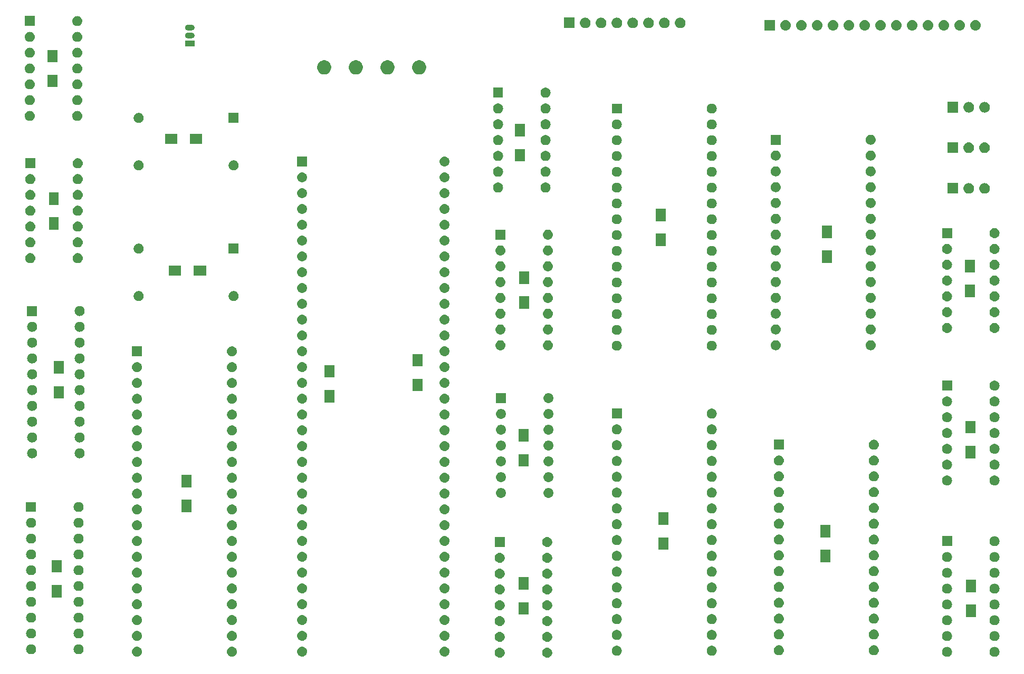
<source format=gbr>
G04 #@! TF.GenerationSoftware,KiCad,Pcbnew,5.0.1-33cea8e~68~ubuntu18.04.1*
G04 #@! TF.CreationDate,2018-11-05T06:29:50-06:00*
G04 #@! TF.ProjectId,raven-prototypes,726176656E2D70726F746F7479706573,rev?*
G04 #@! TF.SameCoordinates,Original*
G04 #@! TF.FileFunction,Soldermask,Top*
G04 #@! TF.FilePolarity,Negative*
%FSLAX46Y46*%
G04 Gerber Fmt 4.6, Leading zero omitted, Abs format (unit mm)*
G04 Created by KiCad (PCBNEW 5.0.1-33cea8e~68~ubuntu18.04.1) date Mon 05 Nov 2018 06:29:50 AM CST*
%MOMM*%
%LPD*%
G01*
G04 APERTURE LIST*
%ADD10C,0.100000*%
G04 APERTURE END LIST*
D10*
G36*
X151945649Y-138620717D02*
X151984827Y-138624576D01*
X152060228Y-138647449D01*
X152135629Y-138670321D01*
X152274608Y-138744608D01*
X152396422Y-138844578D01*
X152496392Y-138966392D01*
X152570679Y-139105371D01*
X152592354Y-139176826D01*
X152616424Y-139256173D01*
X152631870Y-139413000D01*
X152616641Y-139567628D01*
X152616424Y-139569826D01*
X152570679Y-139720629D01*
X152496392Y-139859608D01*
X152396422Y-139981422D01*
X152274608Y-140081392D01*
X152135629Y-140155679D01*
X152060227Y-140178552D01*
X151984827Y-140201424D01*
X151945649Y-140205283D01*
X151867295Y-140213000D01*
X151788705Y-140213000D01*
X151710351Y-140205283D01*
X151671173Y-140201424D01*
X151595773Y-140178552D01*
X151520371Y-140155679D01*
X151381392Y-140081392D01*
X151259578Y-139981422D01*
X151159608Y-139859608D01*
X151085321Y-139720629D01*
X151039576Y-139569826D01*
X151039360Y-139567628D01*
X151024130Y-139413000D01*
X151039576Y-139256173D01*
X151063646Y-139176826D01*
X151085321Y-139105371D01*
X151159608Y-138966392D01*
X151259578Y-138844578D01*
X151381392Y-138744608D01*
X151520371Y-138670321D01*
X151595773Y-138647448D01*
X151671173Y-138624576D01*
X151710351Y-138620717D01*
X151788705Y-138613000D01*
X151867295Y-138613000D01*
X151945649Y-138620717D01*
X151945649Y-138620717D01*
G37*
G36*
X144325649Y-138620717D02*
X144364827Y-138624576D01*
X144440228Y-138647449D01*
X144515629Y-138670321D01*
X144654608Y-138744608D01*
X144776422Y-138844578D01*
X144876392Y-138966392D01*
X144950679Y-139105371D01*
X144972354Y-139176826D01*
X144996424Y-139256173D01*
X145011870Y-139413000D01*
X144996641Y-139567628D01*
X144996424Y-139569826D01*
X144950679Y-139720629D01*
X144876392Y-139859608D01*
X144776422Y-139981422D01*
X144654608Y-140081392D01*
X144515629Y-140155679D01*
X144440227Y-140178552D01*
X144364827Y-140201424D01*
X144325649Y-140205283D01*
X144247295Y-140213000D01*
X144168705Y-140213000D01*
X144090351Y-140205283D01*
X144051173Y-140201424D01*
X143975773Y-140178552D01*
X143900371Y-140155679D01*
X143761392Y-140081392D01*
X143639578Y-139981422D01*
X143539608Y-139859608D01*
X143465321Y-139720629D01*
X143419576Y-139569826D01*
X143419360Y-139567628D01*
X143404130Y-139413000D01*
X143419576Y-139256173D01*
X143443646Y-139176826D01*
X143465321Y-139105371D01*
X143539608Y-138966392D01*
X143639578Y-138844578D01*
X143761392Y-138744608D01*
X143900371Y-138670321D01*
X143975773Y-138647448D01*
X144051173Y-138624576D01*
X144090351Y-138620717D01*
X144168705Y-138613000D01*
X144247295Y-138613000D01*
X144325649Y-138620717D01*
X144325649Y-138620717D01*
G37*
G36*
X223737649Y-138487717D02*
X223776827Y-138491576D01*
X223852227Y-138514448D01*
X223927629Y-138537321D01*
X224066608Y-138611608D01*
X224188422Y-138711578D01*
X224288392Y-138833392D01*
X224362679Y-138972371D01*
X224362679Y-138972372D01*
X224408424Y-139123173D01*
X224423870Y-139280000D01*
X224408424Y-139436827D01*
X224399390Y-139466608D01*
X224362679Y-139587629D01*
X224288392Y-139726608D01*
X224188422Y-139848422D01*
X224066608Y-139948392D01*
X223927629Y-140022679D01*
X223852228Y-140045551D01*
X223776827Y-140068424D01*
X223737649Y-140072283D01*
X223659295Y-140080000D01*
X223580705Y-140080000D01*
X223502351Y-140072283D01*
X223463173Y-140068424D01*
X223387772Y-140045551D01*
X223312371Y-140022679D01*
X223173392Y-139948392D01*
X223051578Y-139848422D01*
X222951608Y-139726608D01*
X222877321Y-139587629D01*
X222840610Y-139466608D01*
X222831576Y-139436827D01*
X222816130Y-139280000D01*
X222831576Y-139123173D01*
X222877321Y-138972372D01*
X222877321Y-138972371D01*
X222951608Y-138833392D01*
X223051578Y-138711578D01*
X223173392Y-138611608D01*
X223312371Y-138537321D01*
X223387772Y-138514449D01*
X223463173Y-138491576D01*
X223502351Y-138487717D01*
X223580705Y-138480000D01*
X223659295Y-138480000D01*
X223737649Y-138487717D01*
X223737649Y-138487717D01*
G37*
G36*
X216117649Y-138487717D02*
X216156827Y-138491576D01*
X216232227Y-138514448D01*
X216307629Y-138537321D01*
X216446608Y-138611608D01*
X216568422Y-138711578D01*
X216668392Y-138833392D01*
X216742679Y-138972371D01*
X216742679Y-138972372D01*
X216788424Y-139123173D01*
X216803870Y-139280000D01*
X216788424Y-139436827D01*
X216779390Y-139466608D01*
X216742679Y-139587629D01*
X216668392Y-139726608D01*
X216568422Y-139848422D01*
X216446608Y-139948392D01*
X216307629Y-140022679D01*
X216232228Y-140045551D01*
X216156827Y-140068424D01*
X216117649Y-140072283D01*
X216039295Y-140080000D01*
X215960705Y-140080000D01*
X215882351Y-140072283D01*
X215843173Y-140068424D01*
X215767772Y-140045551D01*
X215692371Y-140022679D01*
X215553392Y-139948392D01*
X215431578Y-139848422D01*
X215331608Y-139726608D01*
X215257321Y-139587629D01*
X215220610Y-139466608D01*
X215211576Y-139436827D01*
X215196130Y-139280000D01*
X215211576Y-139123173D01*
X215257321Y-138972372D01*
X215257321Y-138972371D01*
X215331608Y-138833392D01*
X215431578Y-138711578D01*
X215553392Y-138611608D01*
X215692371Y-138537321D01*
X215767772Y-138514449D01*
X215843173Y-138491576D01*
X215882351Y-138487717D01*
X215960705Y-138480000D01*
X216039295Y-138480000D01*
X216117649Y-138487717D01*
X216117649Y-138487717D01*
G37*
G36*
X101357649Y-138467717D02*
X101396827Y-138471576D01*
X101424597Y-138480000D01*
X101547629Y-138517321D01*
X101686608Y-138591608D01*
X101808422Y-138691578D01*
X101908392Y-138813392D01*
X101982679Y-138952371D01*
X101982679Y-138952372D01*
X102028424Y-139103173D01*
X102043870Y-139260000D01*
X102028424Y-139416827D01*
X102022357Y-139436826D01*
X101982679Y-139567629D01*
X101908392Y-139706608D01*
X101808422Y-139828422D01*
X101686608Y-139928392D01*
X101547629Y-140002679D01*
X101481697Y-140022679D01*
X101396827Y-140048424D01*
X101357649Y-140052283D01*
X101279295Y-140060000D01*
X101200705Y-140060000D01*
X101122351Y-140052283D01*
X101083173Y-140048424D01*
X100998303Y-140022679D01*
X100932371Y-140002679D01*
X100793392Y-139928392D01*
X100671578Y-139828422D01*
X100571608Y-139706608D01*
X100497321Y-139567629D01*
X100457643Y-139436826D01*
X100451576Y-139416827D01*
X100436130Y-139260000D01*
X100451576Y-139103173D01*
X100497321Y-138952372D01*
X100497321Y-138952371D01*
X100571608Y-138813392D01*
X100671578Y-138691578D01*
X100793392Y-138591608D01*
X100932371Y-138517321D01*
X101055403Y-138480000D01*
X101083173Y-138471576D01*
X101122351Y-138467717D01*
X101200705Y-138460000D01*
X101279295Y-138460000D01*
X101357649Y-138467717D01*
X101357649Y-138467717D01*
G37*
G36*
X86117649Y-138467717D02*
X86156827Y-138471576D01*
X86184597Y-138480000D01*
X86307629Y-138517321D01*
X86446608Y-138591608D01*
X86568422Y-138691578D01*
X86668392Y-138813392D01*
X86742679Y-138952371D01*
X86742679Y-138952372D01*
X86788424Y-139103173D01*
X86803870Y-139260000D01*
X86788424Y-139416827D01*
X86782357Y-139436826D01*
X86742679Y-139567629D01*
X86668392Y-139706608D01*
X86568422Y-139828422D01*
X86446608Y-139928392D01*
X86307629Y-140002679D01*
X86241697Y-140022679D01*
X86156827Y-140048424D01*
X86117649Y-140052283D01*
X86039295Y-140060000D01*
X85960705Y-140060000D01*
X85882351Y-140052283D01*
X85843173Y-140048424D01*
X85758303Y-140022679D01*
X85692371Y-140002679D01*
X85553392Y-139928392D01*
X85431578Y-139828422D01*
X85331608Y-139706608D01*
X85257321Y-139567629D01*
X85217643Y-139436826D01*
X85211576Y-139416827D01*
X85196130Y-139260000D01*
X85211576Y-139103173D01*
X85257321Y-138952372D01*
X85257321Y-138952371D01*
X85331608Y-138813392D01*
X85431578Y-138691578D01*
X85553392Y-138591608D01*
X85692371Y-138517321D01*
X85815403Y-138480000D01*
X85843173Y-138471576D01*
X85882351Y-138467717D01*
X85960705Y-138460000D01*
X86039295Y-138460000D01*
X86117649Y-138467717D01*
X86117649Y-138467717D01*
G37*
G36*
X112617649Y-138447717D02*
X112656827Y-138451576D01*
X112684597Y-138460000D01*
X112807629Y-138497321D01*
X112946608Y-138571608D01*
X113068422Y-138671578D01*
X113168392Y-138793392D01*
X113242679Y-138932371D01*
X113254813Y-138972371D01*
X113288424Y-139083173D01*
X113303870Y-139240000D01*
X113288424Y-139396827D01*
X113285147Y-139407629D01*
X113242679Y-139547629D01*
X113168392Y-139686608D01*
X113068422Y-139808422D01*
X112946608Y-139908392D01*
X112807629Y-139982679D01*
X112741697Y-140002679D01*
X112656827Y-140028424D01*
X112617649Y-140032283D01*
X112539295Y-140040000D01*
X112460705Y-140040000D01*
X112382351Y-140032283D01*
X112343173Y-140028424D01*
X112258303Y-140002679D01*
X112192371Y-139982679D01*
X112053392Y-139908392D01*
X111931578Y-139808422D01*
X111831608Y-139686608D01*
X111757321Y-139547629D01*
X111714853Y-139407629D01*
X111711576Y-139396827D01*
X111696130Y-139240000D01*
X111711576Y-139083173D01*
X111745187Y-138972371D01*
X111757321Y-138932371D01*
X111831608Y-138793392D01*
X111931578Y-138671578D01*
X112053392Y-138571608D01*
X112192371Y-138497321D01*
X112315403Y-138460000D01*
X112343173Y-138451576D01*
X112382351Y-138447717D01*
X112460705Y-138440000D01*
X112539295Y-138440000D01*
X112617649Y-138447717D01*
X112617649Y-138447717D01*
G37*
G36*
X135477649Y-138447717D02*
X135516827Y-138451576D01*
X135544597Y-138460000D01*
X135667629Y-138497321D01*
X135806608Y-138571608D01*
X135928422Y-138671578D01*
X136028392Y-138793392D01*
X136102679Y-138932371D01*
X136114813Y-138972371D01*
X136148424Y-139083173D01*
X136163870Y-139240000D01*
X136148424Y-139396827D01*
X136145147Y-139407629D01*
X136102679Y-139547629D01*
X136028392Y-139686608D01*
X135928422Y-139808422D01*
X135806608Y-139908392D01*
X135667629Y-139982679D01*
X135601697Y-140002679D01*
X135516827Y-140028424D01*
X135477649Y-140032283D01*
X135399295Y-140040000D01*
X135320705Y-140040000D01*
X135242351Y-140032283D01*
X135203173Y-140028424D01*
X135118303Y-140002679D01*
X135052371Y-139982679D01*
X134913392Y-139908392D01*
X134791578Y-139808422D01*
X134691608Y-139686608D01*
X134617321Y-139547629D01*
X134574853Y-139407629D01*
X134571576Y-139396827D01*
X134556130Y-139240000D01*
X134571576Y-139083173D01*
X134605187Y-138972371D01*
X134617321Y-138932371D01*
X134691608Y-138793392D01*
X134791578Y-138671578D01*
X134913392Y-138571608D01*
X135052371Y-138497321D01*
X135175403Y-138460000D01*
X135203173Y-138451576D01*
X135242351Y-138447717D01*
X135320705Y-138440000D01*
X135399295Y-138440000D01*
X135477649Y-138447717D01*
X135477649Y-138447717D01*
G37*
G36*
X178357649Y-138307717D02*
X178396827Y-138311576D01*
X178472228Y-138334449D01*
X178547629Y-138357321D01*
X178686608Y-138431608D01*
X178808422Y-138531578D01*
X178908392Y-138653392D01*
X178982679Y-138792371D01*
X178989056Y-138813394D01*
X179028424Y-138943173D01*
X179043870Y-139100000D01*
X179028424Y-139256827D01*
X179013324Y-139306606D01*
X178982679Y-139407629D01*
X178908392Y-139546608D01*
X178808422Y-139668422D01*
X178686608Y-139768392D01*
X178547629Y-139842679D01*
X178491827Y-139859606D01*
X178396827Y-139888424D01*
X178357649Y-139892283D01*
X178279295Y-139900000D01*
X178200705Y-139900000D01*
X178122351Y-139892283D01*
X178083173Y-139888424D01*
X177988173Y-139859606D01*
X177932371Y-139842679D01*
X177793392Y-139768392D01*
X177671578Y-139668422D01*
X177571608Y-139546608D01*
X177497321Y-139407629D01*
X177466676Y-139306606D01*
X177451576Y-139256827D01*
X177436130Y-139100000D01*
X177451576Y-138943173D01*
X177490944Y-138813394D01*
X177497321Y-138792371D01*
X177571608Y-138653392D01*
X177671578Y-138531578D01*
X177793392Y-138431608D01*
X177932371Y-138357321D01*
X178007773Y-138334448D01*
X178083173Y-138311576D01*
X178122351Y-138307717D01*
X178200705Y-138300000D01*
X178279295Y-138300000D01*
X178357649Y-138307717D01*
X178357649Y-138307717D01*
G37*
G36*
X163117649Y-138307717D02*
X163156827Y-138311576D01*
X163232228Y-138334449D01*
X163307629Y-138357321D01*
X163446608Y-138431608D01*
X163568422Y-138531578D01*
X163668392Y-138653392D01*
X163742679Y-138792371D01*
X163749056Y-138813394D01*
X163788424Y-138943173D01*
X163803870Y-139100000D01*
X163788424Y-139256827D01*
X163773324Y-139306606D01*
X163742679Y-139407629D01*
X163668392Y-139546608D01*
X163568422Y-139668422D01*
X163446608Y-139768392D01*
X163307629Y-139842679D01*
X163251827Y-139859606D01*
X163156827Y-139888424D01*
X163117649Y-139892283D01*
X163039295Y-139900000D01*
X162960705Y-139900000D01*
X162882351Y-139892283D01*
X162843173Y-139888424D01*
X162748173Y-139859606D01*
X162692371Y-139842679D01*
X162553392Y-139768392D01*
X162431578Y-139668422D01*
X162331608Y-139546608D01*
X162257321Y-139407629D01*
X162226676Y-139306606D01*
X162211576Y-139256827D01*
X162196130Y-139100000D01*
X162211576Y-138943173D01*
X162250944Y-138813394D01*
X162257321Y-138792371D01*
X162331608Y-138653392D01*
X162431578Y-138531578D01*
X162553392Y-138431608D01*
X162692371Y-138357321D01*
X162767773Y-138334448D01*
X162843173Y-138311576D01*
X162882351Y-138307717D01*
X162960705Y-138300000D01*
X163039295Y-138300000D01*
X163117649Y-138307717D01*
X163117649Y-138307717D01*
G37*
G36*
X204357649Y-138227717D02*
X204396827Y-138231576D01*
X204472228Y-138254449D01*
X204547629Y-138277321D01*
X204686608Y-138351608D01*
X204808422Y-138451578D01*
X204908392Y-138573392D01*
X204982679Y-138712371D01*
X204992458Y-138744608D01*
X205019391Y-138833394D01*
X205028424Y-138863174D01*
X205043870Y-139020000D01*
X205028424Y-139176826D01*
X204982679Y-139327629D01*
X204908392Y-139466608D01*
X204808422Y-139588422D01*
X204686608Y-139688392D01*
X204547629Y-139762679D01*
X204472228Y-139785551D01*
X204396827Y-139808424D01*
X204357649Y-139812283D01*
X204279295Y-139820000D01*
X204200705Y-139820000D01*
X204122351Y-139812283D01*
X204083173Y-139808424D01*
X204007773Y-139785552D01*
X203932371Y-139762679D01*
X203793392Y-139688392D01*
X203671578Y-139588422D01*
X203571608Y-139466608D01*
X203497321Y-139327629D01*
X203451576Y-139176826D01*
X203436130Y-139020000D01*
X203451576Y-138863174D01*
X203460610Y-138833394D01*
X203487542Y-138744608D01*
X203497321Y-138712371D01*
X203571608Y-138573392D01*
X203671578Y-138451578D01*
X203793392Y-138351608D01*
X203932371Y-138277321D01*
X204007772Y-138254449D01*
X204083173Y-138231576D01*
X204122351Y-138227717D01*
X204200705Y-138220000D01*
X204279295Y-138220000D01*
X204357649Y-138227717D01*
X204357649Y-138227717D01*
G37*
G36*
X189117649Y-138227717D02*
X189156827Y-138231576D01*
X189232228Y-138254449D01*
X189307629Y-138277321D01*
X189446608Y-138351608D01*
X189568422Y-138451578D01*
X189668392Y-138573392D01*
X189742679Y-138712371D01*
X189752458Y-138744608D01*
X189779391Y-138833394D01*
X189788424Y-138863174D01*
X189803870Y-139020000D01*
X189788424Y-139176826D01*
X189742679Y-139327629D01*
X189668392Y-139466608D01*
X189568422Y-139588422D01*
X189446608Y-139688392D01*
X189307629Y-139762679D01*
X189232228Y-139785551D01*
X189156827Y-139808424D01*
X189117649Y-139812283D01*
X189039295Y-139820000D01*
X188960705Y-139820000D01*
X188882351Y-139812283D01*
X188843173Y-139808424D01*
X188767773Y-139785552D01*
X188692371Y-139762679D01*
X188553392Y-139688392D01*
X188431578Y-139588422D01*
X188331608Y-139466608D01*
X188257321Y-139327629D01*
X188211576Y-139176826D01*
X188196130Y-139020000D01*
X188211576Y-138863174D01*
X188220610Y-138833394D01*
X188247542Y-138744608D01*
X188257321Y-138712371D01*
X188331608Y-138573392D01*
X188431578Y-138451578D01*
X188553392Y-138351608D01*
X188692371Y-138277321D01*
X188767772Y-138254449D01*
X188843173Y-138231576D01*
X188882351Y-138227717D01*
X188960705Y-138220000D01*
X189039295Y-138220000D01*
X189117649Y-138227717D01*
X189117649Y-138227717D01*
G37*
G36*
X69117649Y-138067717D02*
X69156827Y-138071576D01*
X69232227Y-138094448D01*
X69307629Y-138117321D01*
X69446608Y-138191608D01*
X69568422Y-138291578D01*
X69668392Y-138413392D01*
X69742679Y-138552371D01*
X69749056Y-138573394D01*
X69788424Y-138703173D01*
X69803870Y-138860000D01*
X69792803Y-138972371D01*
X69788424Y-139016826D01*
X69742679Y-139167629D01*
X69668392Y-139306608D01*
X69568422Y-139428422D01*
X69446608Y-139528392D01*
X69307629Y-139602679D01*
X69232228Y-139625551D01*
X69156827Y-139648424D01*
X69117649Y-139652283D01*
X69039295Y-139660000D01*
X68960705Y-139660000D01*
X68882351Y-139652283D01*
X68843173Y-139648424D01*
X68767772Y-139625551D01*
X68692371Y-139602679D01*
X68553392Y-139528392D01*
X68431578Y-139428422D01*
X68331608Y-139306608D01*
X68257321Y-139167629D01*
X68211576Y-139016826D01*
X68207198Y-138972371D01*
X68196130Y-138860000D01*
X68211576Y-138703173D01*
X68250944Y-138573394D01*
X68257321Y-138552371D01*
X68331608Y-138413392D01*
X68431578Y-138291578D01*
X68553392Y-138191608D01*
X68692371Y-138117321D01*
X68767773Y-138094448D01*
X68843173Y-138071576D01*
X68882351Y-138067717D01*
X68960705Y-138060000D01*
X69039295Y-138060000D01*
X69117649Y-138067717D01*
X69117649Y-138067717D01*
G37*
G36*
X76737649Y-138067717D02*
X76776827Y-138071576D01*
X76852227Y-138094448D01*
X76927629Y-138117321D01*
X77066608Y-138191608D01*
X77188422Y-138291578D01*
X77288392Y-138413392D01*
X77362679Y-138552371D01*
X77369056Y-138573394D01*
X77408424Y-138703173D01*
X77423870Y-138860000D01*
X77412803Y-138972371D01*
X77408424Y-139016826D01*
X77362679Y-139167629D01*
X77288392Y-139306608D01*
X77188422Y-139428422D01*
X77066608Y-139528392D01*
X76927629Y-139602679D01*
X76852228Y-139625551D01*
X76776827Y-139648424D01*
X76737649Y-139652283D01*
X76659295Y-139660000D01*
X76580705Y-139660000D01*
X76502351Y-139652283D01*
X76463173Y-139648424D01*
X76387772Y-139625551D01*
X76312371Y-139602679D01*
X76173392Y-139528392D01*
X76051578Y-139428422D01*
X75951608Y-139306608D01*
X75877321Y-139167629D01*
X75831576Y-139016826D01*
X75827198Y-138972371D01*
X75816130Y-138860000D01*
X75831576Y-138703173D01*
X75870944Y-138573394D01*
X75877321Y-138552371D01*
X75951608Y-138413392D01*
X76051578Y-138291578D01*
X76173392Y-138191608D01*
X76312371Y-138117321D01*
X76387773Y-138094448D01*
X76463173Y-138071576D01*
X76502351Y-138067717D01*
X76580705Y-138060000D01*
X76659295Y-138060000D01*
X76737649Y-138067717D01*
X76737649Y-138067717D01*
G37*
G36*
X151945649Y-136080717D02*
X151984827Y-136084576D01*
X152060227Y-136107448D01*
X152135629Y-136130321D01*
X152274608Y-136204608D01*
X152396422Y-136304578D01*
X152496392Y-136426392D01*
X152570679Y-136565371D01*
X152592354Y-136636826D01*
X152616424Y-136716173D01*
X152631870Y-136873000D01*
X152616641Y-137027628D01*
X152616424Y-137029826D01*
X152570679Y-137180629D01*
X152496392Y-137319608D01*
X152396422Y-137441422D01*
X152274608Y-137541392D01*
X152135629Y-137615679D01*
X152060228Y-137638551D01*
X151984827Y-137661424D01*
X151945649Y-137665283D01*
X151867295Y-137673000D01*
X151788705Y-137673000D01*
X151710351Y-137665283D01*
X151671173Y-137661424D01*
X151595773Y-137638552D01*
X151520371Y-137615679D01*
X151381392Y-137541392D01*
X151259578Y-137441422D01*
X151159608Y-137319608D01*
X151085321Y-137180629D01*
X151039576Y-137029826D01*
X151039360Y-137027628D01*
X151024130Y-136873000D01*
X151039576Y-136716173D01*
X151063646Y-136636826D01*
X151085321Y-136565371D01*
X151159608Y-136426392D01*
X151259578Y-136304578D01*
X151381392Y-136204608D01*
X151520371Y-136130321D01*
X151595773Y-136107448D01*
X151671173Y-136084576D01*
X151710351Y-136080717D01*
X151788705Y-136073000D01*
X151867295Y-136073000D01*
X151945649Y-136080717D01*
X151945649Y-136080717D01*
G37*
G36*
X144325649Y-136080717D02*
X144364827Y-136084576D01*
X144440227Y-136107448D01*
X144515629Y-136130321D01*
X144654608Y-136204608D01*
X144776422Y-136304578D01*
X144876392Y-136426392D01*
X144950679Y-136565371D01*
X144972354Y-136636826D01*
X144996424Y-136716173D01*
X145011870Y-136873000D01*
X144996641Y-137027628D01*
X144996424Y-137029826D01*
X144950679Y-137180629D01*
X144876392Y-137319608D01*
X144776422Y-137441422D01*
X144654608Y-137541392D01*
X144515629Y-137615679D01*
X144440228Y-137638551D01*
X144364827Y-137661424D01*
X144325649Y-137665283D01*
X144247295Y-137673000D01*
X144168705Y-137673000D01*
X144090351Y-137665283D01*
X144051173Y-137661424D01*
X143975773Y-137638552D01*
X143900371Y-137615679D01*
X143761392Y-137541392D01*
X143639578Y-137441422D01*
X143539608Y-137319608D01*
X143465321Y-137180629D01*
X143419576Y-137029826D01*
X143419360Y-137027628D01*
X143404130Y-136873000D01*
X143419576Y-136716173D01*
X143443646Y-136636826D01*
X143465321Y-136565371D01*
X143539608Y-136426392D01*
X143639578Y-136304578D01*
X143761392Y-136204608D01*
X143900371Y-136130321D01*
X143975773Y-136107448D01*
X144051173Y-136084576D01*
X144090351Y-136080717D01*
X144168705Y-136073000D01*
X144247295Y-136073000D01*
X144325649Y-136080717D01*
X144325649Y-136080717D01*
G37*
G36*
X216117649Y-135947717D02*
X216156827Y-135951576D01*
X216232228Y-135974449D01*
X216307629Y-135997321D01*
X216446608Y-136071608D01*
X216568422Y-136171578D01*
X216668392Y-136293392D01*
X216742679Y-136432371D01*
X216742679Y-136432372D01*
X216788424Y-136583173D01*
X216803870Y-136740000D01*
X216788424Y-136896827D01*
X216779390Y-136926608D01*
X216742679Y-137047629D01*
X216668392Y-137186608D01*
X216568422Y-137308422D01*
X216446608Y-137408392D01*
X216307629Y-137482679D01*
X216232228Y-137505551D01*
X216156827Y-137528424D01*
X216117649Y-137532283D01*
X216039295Y-137540000D01*
X215960705Y-137540000D01*
X215882351Y-137532283D01*
X215843173Y-137528424D01*
X215767772Y-137505551D01*
X215692371Y-137482679D01*
X215553392Y-137408392D01*
X215431578Y-137308422D01*
X215331608Y-137186608D01*
X215257321Y-137047629D01*
X215220610Y-136926608D01*
X215211576Y-136896827D01*
X215196130Y-136740000D01*
X215211576Y-136583173D01*
X215257321Y-136432372D01*
X215257321Y-136432371D01*
X215331608Y-136293392D01*
X215431578Y-136171578D01*
X215553392Y-136071608D01*
X215692371Y-135997321D01*
X215767772Y-135974449D01*
X215843173Y-135951576D01*
X215882351Y-135947717D01*
X215960705Y-135940000D01*
X216039295Y-135940000D01*
X216117649Y-135947717D01*
X216117649Y-135947717D01*
G37*
G36*
X223737649Y-135947717D02*
X223776827Y-135951576D01*
X223852228Y-135974449D01*
X223927629Y-135997321D01*
X224066608Y-136071608D01*
X224188422Y-136171578D01*
X224288392Y-136293392D01*
X224362679Y-136432371D01*
X224362679Y-136432372D01*
X224408424Y-136583173D01*
X224423870Y-136740000D01*
X224408424Y-136896827D01*
X224399390Y-136926608D01*
X224362679Y-137047629D01*
X224288392Y-137186608D01*
X224188422Y-137308422D01*
X224066608Y-137408392D01*
X223927629Y-137482679D01*
X223852228Y-137505551D01*
X223776827Y-137528424D01*
X223737649Y-137532283D01*
X223659295Y-137540000D01*
X223580705Y-137540000D01*
X223502351Y-137532283D01*
X223463173Y-137528424D01*
X223387772Y-137505551D01*
X223312371Y-137482679D01*
X223173392Y-137408392D01*
X223051578Y-137308422D01*
X222951608Y-137186608D01*
X222877321Y-137047629D01*
X222840610Y-136926608D01*
X222831576Y-136896827D01*
X222816130Y-136740000D01*
X222831576Y-136583173D01*
X222877321Y-136432372D01*
X222877321Y-136432371D01*
X222951608Y-136293392D01*
X223051578Y-136171578D01*
X223173392Y-136071608D01*
X223312371Y-135997321D01*
X223387772Y-135974449D01*
X223463173Y-135951576D01*
X223502351Y-135947717D01*
X223580705Y-135940000D01*
X223659295Y-135940000D01*
X223737649Y-135947717D01*
X223737649Y-135947717D01*
G37*
G36*
X86117649Y-135927717D02*
X86156827Y-135931576D01*
X86184597Y-135940000D01*
X86307629Y-135977321D01*
X86446608Y-136051608D01*
X86568422Y-136151578D01*
X86668392Y-136273392D01*
X86742679Y-136412371D01*
X86742679Y-136412372D01*
X86788424Y-136563173D01*
X86803870Y-136720000D01*
X86788424Y-136876827D01*
X86782357Y-136896826D01*
X86742679Y-137027629D01*
X86668392Y-137166608D01*
X86568422Y-137288422D01*
X86446608Y-137388392D01*
X86307629Y-137462679D01*
X86241697Y-137482679D01*
X86156827Y-137508424D01*
X86117649Y-137512283D01*
X86039295Y-137520000D01*
X85960705Y-137520000D01*
X85882351Y-137512283D01*
X85843173Y-137508424D01*
X85758303Y-137482679D01*
X85692371Y-137462679D01*
X85553392Y-137388392D01*
X85431578Y-137288422D01*
X85331608Y-137166608D01*
X85257321Y-137027629D01*
X85217643Y-136896826D01*
X85211576Y-136876827D01*
X85196130Y-136720000D01*
X85211576Y-136563173D01*
X85257321Y-136412372D01*
X85257321Y-136412371D01*
X85331608Y-136273392D01*
X85431578Y-136151578D01*
X85553392Y-136051608D01*
X85692371Y-135977321D01*
X85815403Y-135940000D01*
X85843173Y-135931576D01*
X85882351Y-135927717D01*
X85960705Y-135920000D01*
X86039295Y-135920000D01*
X86117649Y-135927717D01*
X86117649Y-135927717D01*
G37*
G36*
X101357649Y-135927717D02*
X101396827Y-135931576D01*
X101424597Y-135940000D01*
X101547629Y-135977321D01*
X101686608Y-136051608D01*
X101808422Y-136151578D01*
X101908392Y-136273392D01*
X101982679Y-136412371D01*
X101982679Y-136412372D01*
X102028424Y-136563173D01*
X102043870Y-136720000D01*
X102028424Y-136876827D01*
X102022357Y-136896826D01*
X101982679Y-137027629D01*
X101908392Y-137166608D01*
X101808422Y-137288422D01*
X101686608Y-137388392D01*
X101547629Y-137462679D01*
X101481697Y-137482679D01*
X101396827Y-137508424D01*
X101357649Y-137512283D01*
X101279295Y-137520000D01*
X101200705Y-137520000D01*
X101122351Y-137512283D01*
X101083173Y-137508424D01*
X100998303Y-137482679D01*
X100932371Y-137462679D01*
X100793392Y-137388392D01*
X100671578Y-137288422D01*
X100571608Y-137166608D01*
X100497321Y-137027629D01*
X100457643Y-136896826D01*
X100451576Y-136876827D01*
X100436130Y-136720000D01*
X100451576Y-136563173D01*
X100497321Y-136412372D01*
X100497321Y-136412371D01*
X100571608Y-136273392D01*
X100671578Y-136151578D01*
X100793392Y-136051608D01*
X100932371Y-135977321D01*
X101055403Y-135940000D01*
X101083173Y-135931576D01*
X101122351Y-135927717D01*
X101200705Y-135920000D01*
X101279295Y-135920000D01*
X101357649Y-135927717D01*
X101357649Y-135927717D01*
G37*
G36*
X135477649Y-135907717D02*
X135516827Y-135911576D01*
X135544597Y-135920000D01*
X135667629Y-135957321D01*
X135806608Y-136031608D01*
X135928422Y-136131578D01*
X136028392Y-136253392D01*
X136102679Y-136392371D01*
X136114813Y-136432371D01*
X136148424Y-136543173D01*
X136163870Y-136700000D01*
X136148424Y-136856827D01*
X136145147Y-136867629D01*
X136102679Y-137007629D01*
X136028392Y-137146608D01*
X135928422Y-137268422D01*
X135806608Y-137368392D01*
X135667629Y-137442679D01*
X135601697Y-137462679D01*
X135516827Y-137488424D01*
X135477649Y-137492283D01*
X135399295Y-137500000D01*
X135320705Y-137500000D01*
X135242351Y-137492283D01*
X135203173Y-137488424D01*
X135118303Y-137462679D01*
X135052371Y-137442679D01*
X134913392Y-137368392D01*
X134791578Y-137268422D01*
X134691608Y-137146608D01*
X134617321Y-137007629D01*
X134574853Y-136867629D01*
X134571576Y-136856827D01*
X134556130Y-136700000D01*
X134571576Y-136543173D01*
X134605187Y-136432371D01*
X134617321Y-136392371D01*
X134691608Y-136253392D01*
X134791578Y-136131578D01*
X134913392Y-136031608D01*
X135052371Y-135957321D01*
X135175403Y-135920000D01*
X135203173Y-135911576D01*
X135242351Y-135907717D01*
X135320705Y-135900000D01*
X135399295Y-135900000D01*
X135477649Y-135907717D01*
X135477649Y-135907717D01*
G37*
G36*
X112617649Y-135907717D02*
X112656827Y-135911576D01*
X112684597Y-135920000D01*
X112807629Y-135957321D01*
X112946608Y-136031608D01*
X113068422Y-136131578D01*
X113168392Y-136253392D01*
X113242679Y-136392371D01*
X113254813Y-136432371D01*
X113288424Y-136543173D01*
X113303870Y-136700000D01*
X113288424Y-136856827D01*
X113285147Y-136867629D01*
X113242679Y-137007629D01*
X113168392Y-137146608D01*
X113068422Y-137268422D01*
X112946608Y-137368392D01*
X112807629Y-137442679D01*
X112741697Y-137462679D01*
X112656827Y-137488424D01*
X112617649Y-137492283D01*
X112539295Y-137500000D01*
X112460705Y-137500000D01*
X112382351Y-137492283D01*
X112343173Y-137488424D01*
X112258303Y-137462679D01*
X112192371Y-137442679D01*
X112053392Y-137368392D01*
X111931578Y-137268422D01*
X111831608Y-137146608D01*
X111757321Y-137007629D01*
X111714853Y-136867629D01*
X111711576Y-136856827D01*
X111696130Y-136700000D01*
X111711576Y-136543173D01*
X111745187Y-136432371D01*
X111757321Y-136392371D01*
X111831608Y-136253392D01*
X111931578Y-136131578D01*
X112053392Y-136031608D01*
X112192371Y-135957321D01*
X112315403Y-135920000D01*
X112343173Y-135911576D01*
X112382351Y-135907717D01*
X112460705Y-135900000D01*
X112539295Y-135900000D01*
X112617649Y-135907717D01*
X112617649Y-135907717D01*
G37*
G36*
X163117649Y-135767717D02*
X163156827Y-135771576D01*
X163232228Y-135794449D01*
X163307629Y-135817321D01*
X163446608Y-135891608D01*
X163568422Y-135991578D01*
X163668392Y-136113392D01*
X163742679Y-136252371D01*
X163749056Y-136273394D01*
X163788424Y-136403173D01*
X163803870Y-136560000D01*
X163788424Y-136716827D01*
X163773324Y-136766606D01*
X163742679Y-136867629D01*
X163668392Y-137006608D01*
X163568422Y-137128422D01*
X163446608Y-137228392D01*
X163307629Y-137302679D01*
X163251827Y-137319606D01*
X163156827Y-137348424D01*
X163117649Y-137352283D01*
X163039295Y-137360000D01*
X162960705Y-137360000D01*
X162882351Y-137352283D01*
X162843173Y-137348424D01*
X162748173Y-137319606D01*
X162692371Y-137302679D01*
X162553392Y-137228392D01*
X162431578Y-137128422D01*
X162331608Y-137006608D01*
X162257321Y-136867629D01*
X162226676Y-136766606D01*
X162211576Y-136716827D01*
X162196130Y-136560000D01*
X162211576Y-136403173D01*
X162250944Y-136273394D01*
X162257321Y-136252371D01*
X162331608Y-136113392D01*
X162431578Y-135991578D01*
X162553392Y-135891608D01*
X162692371Y-135817321D01*
X162767772Y-135794449D01*
X162843173Y-135771576D01*
X162882351Y-135767717D01*
X162960705Y-135760000D01*
X163039295Y-135760000D01*
X163117649Y-135767717D01*
X163117649Y-135767717D01*
G37*
G36*
X178357649Y-135767717D02*
X178396827Y-135771576D01*
X178472228Y-135794449D01*
X178547629Y-135817321D01*
X178686608Y-135891608D01*
X178808422Y-135991578D01*
X178908392Y-136113392D01*
X178982679Y-136252371D01*
X178989056Y-136273394D01*
X179028424Y-136403173D01*
X179043870Y-136560000D01*
X179028424Y-136716827D01*
X179013324Y-136766606D01*
X178982679Y-136867629D01*
X178908392Y-137006608D01*
X178808422Y-137128422D01*
X178686608Y-137228392D01*
X178547629Y-137302679D01*
X178491827Y-137319606D01*
X178396827Y-137348424D01*
X178357649Y-137352283D01*
X178279295Y-137360000D01*
X178200705Y-137360000D01*
X178122351Y-137352283D01*
X178083173Y-137348424D01*
X177988173Y-137319606D01*
X177932371Y-137302679D01*
X177793392Y-137228392D01*
X177671578Y-137128422D01*
X177571608Y-137006608D01*
X177497321Y-136867629D01*
X177466676Y-136766606D01*
X177451576Y-136716827D01*
X177436130Y-136560000D01*
X177451576Y-136403173D01*
X177490944Y-136273394D01*
X177497321Y-136252371D01*
X177571608Y-136113392D01*
X177671578Y-135991578D01*
X177793392Y-135891608D01*
X177932371Y-135817321D01*
X178007772Y-135794449D01*
X178083173Y-135771576D01*
X178122351Y-135767717D01*
X178200705Y-135760000D01*
X178279295Y-135760000D01*
X178357649Y-135767717D01*
X178357649Y-135767717D01*
G37*
G36*
X204357649Y-135687717D02*
X204396827Y-135691576D01*
X204472228Y-135714449D01*
X204547629Y-135737321D01*
X204686608Y-135811608D01*
X204808422Y-135911578D01*
X204908392Y-136033392D01*
X204982679Y-136172371D01*
X204992458Y-136204608D01*
X205019391Y-136293394D01*
X205028424Y-136323174D01*
X205043870Y-136480000D01*
X205028424Y-136636826D01*
X204982679Y-136787629D01*
X204908392Y-136926608D01*
X204808422Y-137048422D01*
X204686608Y-137148392D01*
X204547629Y-137222679D01*
X204472228Y-137245551D01*
X204396827Y-137268424D01*
X204357649Y-137272283D01*
X204279295Y-137280000D01*
X204200705Y-137280000D01*
X204122351Y-137272283D01*
X204083173Y-137268424D01*
X204007773Y-137245552D01*
X203932371Y-137222679D01*
X203793392Y-137148392D01*
X203671578Y-137048422D01*
X203571608Y-136926608D01*
X203497321Y-136787629D01*
X203451576Y-136636826D01*
X203436130Y-136480000D01*
X203451576Y-136323174D01*
X203460610Y-136293394D01*
X203487542Y-136204608D01*
X203497321Y-136172371D01*
X203571608Y-136033392D01*
X203671578Y-135911578D01*
X203793392Y-135811608D01*
X203932371Y-135737321D01*
X204007772Y-135714449D01*
X204083173Y-135691576D01*
X204122351Y-135687717D01*
X204200705Y-135680000D01*
X204279295Y-135680000D01*
X204357649Y-135687717D01*
X204357649Y-135687717D01*
G37*
G36*
X189117649Y-135687717D02*
X189156827Y-135691576D01*
X189232228Y-135714449D01*
X189307629Y-135737321D01*
X189446608Y-135811608D01*
X189568422Y-135911578D01*
X189668392Y-136033392D01*
X189742679Y-136172371D01*
X189752458Y-136204608D01*
X189779391Y-136293394D01*
X189788424Y-136323174D01*
X189803870Y-136480000D01*
X189788424Y-136636826D01*
X189742679Y-136787629D01*
X189668392Y-136926608D01*
X189568422Y-137048422D01*
X189446608Y-137148392D01*
X189307629Y-137222679D01*
X189232228Y-137245551D01*
X189156827Y-137268424D01*
X189117649Y-137272283D01*
X189039295Y-137280000D01*
X188960705Y-137280000D01*
X188882351Y-137272283D01*
X188843173Y-137268424D01*
X188767773Y-137245552D01*
X188692371Y-137222679D01*
X188553392Y-137148392D01*
X188431578Y-137048422D01*
X188331608Y-136926608D01*
X188257321Y-136787629D01*
X188211576Y-136636826D01*
X188196130Y-136480000D01*
X188211576Y-136323174D01*
X188220610Y-136293394D01*
X188247542Y-136204608D01*
X188257321Y-136172371D01*
X188331608Y-136033392D01*
X188431578Y-135911578D01*
X188553392Y-135811608D01*
X188692371Y-135737321D01*
X188767772Y-135714449D01*
X188843173Y-135691576D01*
X188882351Y-135687717D01*
X188960705Y-135680000D01*
X189039295Y-135680000D01*
X189117649Y-135687717D01*
X189117649Y-135687717D01*
G37*
G36*
X76737649Y-135527717D02*
X76776827Y-135531576D01*
X76852227Y-135554448D01*
X76927629Y-135577321D01*
X77066608Y-135651608D01*
X77188422Y-135751578D01*
X77288392Y-135873392D01*
X77362679Y-136012371D01*
X77369056Y-136033394D01*
X77408424Y-136163173D01*
X77423870Y-136320000D01*
X77412803Y-136432371D01*
X77408424Y-136476826D01*
X77362679Y-136627629D01*
X77288392Y-136766608D01*
X77188422Y-136888422D01*
X77066608Y-136988392D01*
X76927629Y-137062679D01*
X76852227Y-137085552D01*
X76776827Y-137108424D01*
X76737649Y-137112283D01*
X76659295Y-137120000D01*
X76580705Y-137120000D01*
X76502351Y-137112283D01*
X76463173Y-137108424D01*
X76387773Y-137085552D01*
X76312371Y-137062679D01*
X76173392Y-136988392D01*
X76051578Y-136888422D01*
X75951608Y-136766608D01*
X75877321Y-136627629D01*
X75831576Y-136476826D01*
X75827198Y-136432371D01*
X75816130Y-136320000D01*
X75831576Y-136163173D01*
X75870944Y-136033394D01*
X75877321Y-136012371D01*
X75951608Y-135873392D01*
X76051578Y-135751578D01*
X76173392Y-135651608D01*
X76312371Y-135577321D01*
X76387773Y-135554448D01*
X76463173Y-135531576D01*
X76502351Y-135527717D01*
X76580705Y-135520000D01*
X76659295Y-135520000D01*
X76737649Y-135527717D01*
X76737649Y-135527717D01*
G37*
G36*
X69117649Y-135527717D02*
X69156827Y-135531576D01*
X69232227Y-135554448D01*
X69307629Y-135577321D01*
X69446608Y-135651608D01*
X69568422Y-135751578D01*
X69668392Y-135873392D01*
X69742679Y-136012371D01*
X69749056Y-136033394D01*
X69788424Y-136163173D01*
X69803870Y-136320000D01*
X69792803Y-136432371D01*
X69788424Y-136476826D01*
X69742679Y-136627629D01*
X69668392Y-136766608D01*
X69568422Y-136888422D01*
X69446608Y-136988392D01*
X69307629Y-137062679D01*
X69232227Y-137085552D01*
X69156827Y-137108424D01*
X69117649Y-137112283D01*
X69039295Y-137120000D01*
X68960705Y-137120000D01*
X68882351Y-137112283D01*
X68843173Y-137108424D01*
X68767773Y-137085552D01*
X68692371Y-137062679D01*
X68553392Y-136988392D01*
X68431578Y-136888422D01*
X68331608Y-136766608D01*
X68257321Y-136627629D01*
X68211576Y-136476826D01*
X68207198Y-136432371D01*
X68196130Y-136320000D01*
X68211576Y-136163173D01*
X68250944Y-136033394D01*
X68257321Y-136012371D01*
X68331608Y-135873392D01*
X68431578Y-135751578D01*
X68553392Y-135651608D01*
X68692371Y-135577321D01*
X68767773Y-135554448D01*
X68843173Y-135531576D01*
X68882351Y-135527717D01*
X68960705Y-135520000D01*
X69039295Y-135520000D01*
X69117649Y-135527717D01*
X69117649Y-135527717D01*
G37*
G36*
X151945649Y-133540717D02*
X151984827Y-133544576D01*
X152060227Y-133567448D01*
X152135629Y-133590321D01*
X152274608Y-133664608D01*
X152396422Y-133764578D01*
X152496392Y-133886392D01*
X152570679Y-134025371D01*
X152592354Y-134096826D01*
X152616424Y-134176173D01*
X152631870Y-134333000D01*
X152616641Y-134487628D01*
X152616424Y-134489826D01*
X152570679Y-134640629D01*
X152496392Y-134779608D01*
X152396422Y-134901422D01*
X152274608Y-135001392D01*
X152135629Y-135075679D01*
X152060227Y-135098552D01*
X151984827Y-135121424D01*
X151945649Y-135125283D01*
X151867295Y-135133000D01*
X151788705Y-135133000D01*
X151710351Y-135125283D01*
X151671173Y-135121424D01*
X151595773Y-135098552D01*
X151520371Y-135075679D01*
X151381392Y-135001392D01*
X151259578Y-134901422D01*
X151159608Y-134779608D01*
X151085321Y-134640629D01*
X151039576Y-134489826D01*
X151039360Y-134487628D01*
X151024130Y-134333000D01*
X151039576Y-134176173D01*
X151063646Y-134096826D01*
X151085321Y-134025371D01*
X151159608Y-133886392D01*
X151259578Y-133764578D01*
X151381392Y-133664608D01*
X151520371Y-133590321D01*
X151595772Y-133567449D01*
X151671173Y-133544576D01*
X151710351Y-133540717D01*
X151788705Y-133533000D01*
X151867295Y-133533000D01*
X151945649Y-133540717D01*
X151945649Y-133540717D01*
G37*
G36*
X144325649Y-133540717D02*
X144364827Y-133544576D01*
X144440227Y-133567448D01*
X144515629Y-133590321D01*
X144654608Y-133664608D01*
X144776422Y-133764578D01*
X144876392Y-133886392D01*
X144950679Y-134025371D01*
X144972354Y-134096826D01*
X144996424Y-134176173D01*
X145011870Y-134333000D01*
X144996641Y-134487628D01*
X144996424Y-134489826D01*
X144950679Y-134640629D01*
X144876392Y-134779608D01*
X144776422Y-134901422D01*
X144654608Y-135001392D01*
X144515629Y-135075679D01*
X144440227Y-135098552D01*
X144364827Y-135121424D01*
X144325649Y-135125283D01*
X144247295Y-135133000D01*
X144168705Y-135133000D01*
X144090351Y-135125283D01*
X144051173Y-135121424D01*
X143975773Y-135098552D01*
X143900371Y-135075679D01*
X143761392Y-135001392D01*
X143639578Y-134901422D01*
X143539608Y-134779608D01*
X143465321Y-134640629D01*
X143419576Y-134489826D01*
X143419360Y-134487628D01*
X143404130Y-134333000D01*
X143419576Y-134176173D01*
X143443646Y-134096826D01*
X143465321Y-134025371D01*
X143539608Y-133886392D01*
X143639578Y-133764578D01*
X143761392Y-133664608D01*
X143900371Y-133590321D01*
X143975772Y-133567449D01*
X144051173Y-133544576D01*
X144090351Y-133540717D01*
X144168705Y-133533000D01*
X144247295Y-133533000D01*
X144325649Y-133540717D01*
X144325649Y-133540717D01*
G37*
G36*
X216117649Y-133407717D02*
X216156827Y-133411576D01*
X216232227Y-133434448D01*
X216307629Y-133457321D01*
X216446608Y-133531608D01*
X216568422Y-133631578D01*
X216668392Y-133753392D01*
X216742679Y-133892371D01*
X216742679Y-133892372D01*
X216788424Y-134043173D01*
X216803870Y-134200000D01*
X216788424Y-134356827D01*
X216779390Y-134386608D01*
X216742679Y-134507629D01*
X216668392Y-134646608D01*
X216568422Y-134768422D01*
X216446608Y-134868392D01*
X216307629Y-134942679D01*
X216232228Y-134965551D01*
X216156827Y-134988424D01*
X216117649Y-134992283D01*
X216039295Y-135000000D01*
X215960705Y-135000000D01*
X215882351Y-134992283D01*
X215843173Y-134988424D01*
X215767772Y-134965551D01*
X215692371Y-134942679D01*
X215553392Y-134868392D01*
X215431578Y-134768422D01*
X215331608Y-134646608D01*
X215257321Y-134507629D01*
X215220610Y-134386608D01*
X215211576Y-134356827D01*
X215196130Y-134200000D01*
X215211576Y-134043173D01*
X215257321Y-133892372D01*
X215257321Y-133892371D01*
X215331608Y-133753392D01*
X215431578Y-133631578D01*
X215553392Y-133531608D01*
X215692371Y-133457321D01*
X215767773Y-133434448D01*
X215843173Y-133411576D01*
X215882351Y-133407717D01*
X215960705Y-133400000D01*
X216039295Y-133400000D01*
X216117649Y-133407717D01*
X216117649Y-133407717D01*
G37*
G36*
X223737649Y-133407717D02*
X223776827Y-133411576D01*
X223852227Y-133434448D01*
X223927629Y-133457321D01*
X224066608Y-133531608D01*
X224188422Y-133631578D01*
X224288392Y-133753392D01*
X224362679Y-133892371D01*
X224362679Y-133892372D01*
X224408424Y-134043173D01*
X224423870Y-134200000D01*
X224408424Y-134356827D01*
X224399390Y-134386608D01*
X224362679Y-134507629D01*
X224288392Y-134646608D01*
X224188422Y-134768422D01*
X224066608Y-134868392D01*
X223927629Y-134942679D01*
X223852228Y-134965551D01*
X223776827Y-134988424D01*
X223737649Y-134992283D01*
X223659295Y-135000000D01*
X223580705Y-135000000D01*
X223502351Y-134992283D01*
X223463173Y-134988424D01*
X223387772Y-134965551D01*
X223312371Y-134942679D01*
X223173392Y-134868392D01*
X223051578Y-134768422D01*
X222951608Y-134646608D01*
X222877321Y-134507629D01*
X222840610Y-134386608D01*
X222831576Y-134356827D01*
X222816130Y-134200000D01*
X222831576Y-134043173D01*
X222877321Y-133892372D01*
X222877321Y-133892371D01*
X222951608Y-133753392D01*
X223051578Y-133631578D01*
X223173392Y-133531608D01*
X223312371Y-133457321D01*
X223387773Y-133434448D01*
X223463173Y-133411576D01*
X223502351Y-133407717D01*
X223580705Y-133400000D01*
X223659295Y-133400000D01*
X223737649Y-133407717D01*
X223737649Y-133407717D01*
G37*
G36*
X101357649Y-133387717D02*
X101396827Y-133391576D01*
X101424597Y-133400000D01*
X101547629Y-133437321D01*
X101686608Y-133511608D01*
X101808422Y-133611578D01*
X101908392Y-133733392D01*
X101982679Y-133872371D01*
X101982679Y-133872372D01*
X102028424Y-134023173D01*
X102043870Y-134180000D01*
X102028424Y-134336827D01*
X102022357Y-134356826D01*
X101982679Y-134487629D01*
X101908392Y-134626608D01*
X101808422Y-134748422D01*
X101686608Y-134848392D01*
X101547629Y-134922679D01*
X101481697Y-134942679D01*
X101396827Y-134968424D01*
X101357649Y-134972283D01*
X101279295Y-134980000D01*
X101200705Y-134980000D01*
X101122351Y-134972283D01*
X101083173Y-134968424D01*
X100998303Y-134942679D01*
X100932371Y-134922679D01*
X100793392Y-134848392D01*
X100671578Y-134748422D01*
X100571608Y-134626608D01*
X100497321Y-134487629D01*
X100457643Y-134356826D01*
X100451576Y-134336827D01*
X100436130Y-134180000D01*
X100451576Y-134023173D01*
X100497321Y-133872372D01*
X100497321Y-133872371D01*
X100571608Y-133733392D01*
X100671578Y-133611578D01*
X100793392Y-133511608D01*
X100932371Y-133437321D01*
X101055403Y-133400000D01*
X101083173Y-133391576D01*
X101122351Y-133387717D01*
X101200705Y-133380000D01*
X101279295Y-133380000D01*
X101357649Y-133387717D01*
X101357649Y-133387717D01*
G37*
G36*
X86117649Y-133387717D02*
X86156827Y-133391576D01*
X86184597Y-133400000D01*
X86307629Y-133437321D01*
X86446608Y-133511608D01*
X86568422Y-133611578D01*
X86668392Y-133733392D01*
X86742679Y-133872371D01*
X86742679Y-133872372D01*
X86788424Y-134023173D01*
X86803870Y-134180000D01*
X86788424Y-134336827D01*
X86782357Y-134356826D01*
X86742679Y-134487629D01*
X86668392Y-134626608D01*
X86568422Y-134748422D01*
X86446608Y-134848392D01*
X86307629Y-134922679D01*
X86241697Y-134942679D01*
X86156827Y-134968424D01*
X86117649Y-134972283D01*
X86039295Y-134980000D01*
X85960705Y-134980000D01*
X85882351Y-134972283D01*
X85843173Y-134968424D01*
X85758303Y-134942679D01*
X85692371Y-134922679D01*
X85553392Y-134848392D01*
X85431578Y-134748422D01*
X85331608Y-134626608D01*
X85257321Y-134487629D01*
X85217643Y-134356826D01*
X85211576Y-134336827D01*
X85196130Y-134180000D01*
X85211576Y-134023173D01*
X85257321Y-133872372D01*
X85257321Y-133872371D01*
X85331608Y-133733392D01*
X85431578Y-133611578D01*
X85553392Y-133511608D01*
X85692371Y-133437321D01*
X85815403Y-133400000D01*
X85843173Y-133391576D01*
X85882351Y-133387717D01*
X85960705Y-133380000D01*
X86039295Y-133380000D01*
X86117649Y-133387717D01*
X86117649Y-133387717D01*
G37*
G36*
X135477649Y-133367717D02*
X135516827Y-133371576D01*
X135544597Y-133380000D01*
X135667629Y-133417321D01*
X135806608Y-133491608D01*
X135928422Y-133591578D01*
X136028392Y-133713392D01*
X136102679Y-133852371D01*
X136114813Y-133892371D01*
X136148424Y-134003173D01*
X136163870Y-134160000D01*
X136148424Y-134316827D01*
X136145147Y-134327629D01*
X136102679Y-134467629D01*
X136028392Y-134606608D01*
X135928422Y-134728422D01*
X135806608Y-134828392D01*
X135667629Y-134902679D01*
X135601697Y-134922679D01*
X135516827Y-134948424D01*
X135477649Y-134952283D01*
X135399295Y-134960000D01*
X135320705Y-134960000D01*
X135242351Y-134952283D01*
X135203173Y-134948424D01*
X135118303Y-134922679D01*
X135052371Y-134902679D01*
X134913392Y-134828392D01*
X134791578Y-134728422D01*
X134691608Y-134606608D01*
X134617321Y-134467629D01*
X134574853Y-134327629D01*
X134571576Y-134316827D01*
X134556130Y-134160000D01*
X134571576Y-134003173D01*
X134605187Y-133892371D01*
X134617321Y-133852371D01*
X134691608Y-133713392D01*
X134791578Y-133591578D01*
X134913392Y-133491608D01*
X135052371Y-133417321D01*
X135175403Y-133380000D01*
X135203173Y-133371576D01*
X135242351Y-133367717D01*
X135320705Y-133360000D01*
X135399295Y-133360000D01*
X135477649Y-133367717D01*
X135477649Y-133367717D01*
G37*
G36*
X112617649Y-133367717D02*
X112656827Y-133371576D01*
X112684597Y-133380000D01*
X112807629Y-133417321D01*
X112946608Y-133491608D01*
X113068422Y-133591578D01*
X113168392Y-133713392D01*
X113242679Y-133852371D01*
X113254813Y-133892371D01*
X113288424Y-134003173D01*
X113303870Y-134160000D01*
X113288424Y-134316827D01*
X113285147Y-134327629D01*
X113242679Y-134467629D01*
X113168392Y-134606608D01*
X113068422Y-134728422D01*
X112946608Y-134828392D01*
X112807629Y-134902679D01*
X112741697Y-134922679D01*
X112656827Y-134948424D01*
X112617649Y-134952283D01*
X112539295Y-134960000D01*
X112460705Y-134960000D01*
X112382351Y-134952283D01*
X112343173Y-134948424D01*
X112258303Y-134922679D01*
X112192371Y-134902679D01*
X112053392Y-134828392D01*
X111931578Y-134728422D01*
X111831608Y-134606608D01*
X111757321Y-134467629D01*
X111714853Y-134327629D01*
X111711576Y-134316827D01*
X111696130Y-134160000D01*
X111711576Y-134003173D01*
X111745187Y-133892371D01*
X111757321Y-133852371D01*
X111831608Y-133713392D01*
X111931578Y-133591578D01*
X112053392Y-133491608D01*
X112192371Y-133417321D01*
X112315403Y-133380000D01*
X112343173Y-133371576D01*
X112382351Y-133367717D01*
X112460705Y-133360000D01*
X112539295Y-133360000D01*
X112617649Y-133367717D01*
X112617649Y-133367717D01*
G37*
G36*
X178357649Y-133227717D02*
X178396827Y-133231576D01*
X178472228Y-133254449D01*
X178547629Y-133277321D01*
X178686608Y-133351608D01*
X178808422Y-133451578D01*
X178908392Y-133573392D01*
X178982679Y-133712371D01*
X178989056Y-133733394D01*
X179028424Y-133863173D01*
X179043870Y-134020000D01*
X179028424Y-134176827D01*
X179013324Y-134226606D01*
X178982679Y-134327629D01*
X178908392Y-134466608D01*
X178808422Y-134588422D01*
X178686608Y-134688392D01*
X178547629Y-134762679D01*
X178491827Y-134779606D01*
X178396827Y-134808424D01*
X178357649Y-134812283D01*
X178279295Y-134820000D01*
X178200705Y-134820000D01*
X178122351Y-134812283D01*
X178083173Y-134808424D01*
X177988173Y-134779606D01*
X177932371Y-134762679D01*
X177793392Y-134688392D01*
X177671578Y-134588422D01*
X177571608Y-134466608D01*
X177497321Y-134327629D01*
X177466676Y-134226606D01*
X177451576Y-134176827D01*
X177436130Y-134020000D01*
X177451576Y-133863173D01*
X177490944Y-133733394D01*
X177497321Y-133712371D01*
X177571608Y-133573392D01*
X177671578Y-133451578D01*
X177793392Y-133351608D01*
X177932371Y-133277321D01*
X178007773Y-133254448D01*
X178083173Y-133231576D01*
X178122351Y-133227717D01*
X178200705Y-133220000D01*
X178279295Y-133220000D01*
X178357649Y-133227717D01*
X178357649Y-133227717D01*
G37*
G36*
X163117649Y-133227717D02*
X163156827Y-133231576D01*
X163232228Y-133254449D01*
X163307629Y-133277321D01*
X163446608Y-133351608D01*
X163568422Y-133451578D01*
X163668392Y-133573392D01*
X163742679Y-133712371D01*
X163749056Y-133733394D01*
X163788424Y-133863173D01*
X163803870Y-134020000D01*
X163788424Y-134176827D01*
X163773324Y-134226606D01*
X163742679Y-134327629D01*
X163668392Y-134466608D01*
X163568422Y-134588422D01*
X163446608Y-134688392D01*
X163307629Y-134762679D01*
X163251827Y-134779606D01*
X163156827Y-134808424D01*
X163117649Y-134812283D01*
X163039295Y-134820000D01*
X162960705Y-134820000D01*
X162882351Y-134812283D01*
X162843173Y-134808424D01*
X162748173Y-134779606D01*
X162692371Y-134762679D01*
X162553392Y-134688392D01*
X162431578Y-134588422D01*
X162331608Y-134466608D01*
X162257321Y-134327629D01*
X162226676Y-134226606D01*
X162211576Y-134176827D01*
X162196130Y-134020000D01*
X162211576Y-133863173D01*
X162250944Y-133733394D01*
X162257321Y-133712371D01*
X162331608Y-133573392D01*
X162431578Y-133451578D01*
X162553392Y-133351608D01*
X162692371Y-133277321D01*
X162767773Y-133254448D01*
X162843173Y-133231576D01*
X162882351Y-133227717D01*
X162960705Y-133220000D01*
X163039295Y-133220000D01*
X163117649Y-133227717D01*
X163117649Y-133227717D01*
G37*
G36*
X204357649Y-133147717D02*
X204396827Y-133151576D01*
X204472227Y-133174448D01*
X204547629Y-133197321D01*
X204686608Y-133271608D01*
X204808422Y-133371578D01*
X204908392Y-133493392D01*
X204982679Y-133632371D01*
X204992458Y-133664608D01*
X205019391Y-133753394D01*
X205028424Y-133783174D01*
X205043870Y-133940000D01*
X205028424Y-134096826D01*
X204982679Y-134247629D01*
X204908392Y-134386608D01*
X204808422Y-134508422D01*
X204686608Y-134608392D01*
X204547629Y-134682679D01*
X204472228Y-134705551D01*
X204396827Y-134728424D01*
X204357649Y-134732283D01*
X204279295Y-134740000D01*
X204200705Y-134740000D01*
X204122351Y-134732283D01*
X204083173Y-134728424D01*
X204007772Y-134705551D01*
X203932371Y-134682679D01*
X203793392Y-134608392D01*
X203671578Y-134508422D01*
X203571608Y-134386608D01*
X203497321Y-134247629D01*
X203451576Y-134096826D01*
X203436130Y-133940000D01*
X203451576Y-133783174D01*
X203460610Y-133753394D01*
X203487542Y-133664608D01*
X203497321Y-133632371D01*
X203571608Y-133493392D01*
X203671578Y-133371578D01*
X203793392Y-133271608D01*
X203932371Y-133197321D01*
X204007772Y-133174449D01*
X204083173Y-133151576D01*
X204122351Y-133147717D01*
X204200705Y-133140000D01*
X204279295Y-133140000D01*
X204357649Y-133147717D01*
X204357649Y-133147717D01*
G37*
G36*
X189117649Y-133147717D02*
X189156827Y-133151576D01*
X189232227Y-133174448D01*
X189307629Y-133197321D01*
X189446608Y-133271608D01*
X189568422Y-133371578D01*
X189668392Y-133493392D01*
X189742679Y-133632371D01*
X189752458Y-133664608D01*
X189779391Y-133753394D01*
X189788424Y-133783174D01*
X189803870Y-133940000D01*
X189788424Y-134096826D01*
X189742679Y-134247629D01*
X189668392Y-134386608D01*
X189568422Y-134508422D01*
X189446608Y-134608392D01*
X189307629Y-134682679D01*
X189232228Y-134705551D01*
X189156827Y-134728424D01*
X189117649Y-134732283D01*
X189039295Y-134740000D01*
X188960705Y-134740000D01*
X188882351Y-134732283D01*
X188843173Y-134728424D01*
X188767772Y-134705551D01*
X188692371Y-134682679D01*
X188553392Y-134608392D01*
X188431578Y-134508422D01*
X188331608Y-134386608D01*
X188257321Y-134247629D01*
X188211576Y-134096826D01*
X188196130Y-133940000D01*
X188211576Y-133783174D01*
X188220610Y-133753394D01*
X188247542Y-133664608D01*
X188257321Y-133632371D01*
X188331608Y-133493392D01*
X188431578Y-133371578D01*
X188553392Y-133271608D01*
X188692371Y-133197321D01*
X188767772Y-133174449D01*
X188843173Y-133151576D01*
X188882351Y-133147717D01*
X188960705Y-133140000D01*
X189039295Y-133140000D01*
X189117649Y-133147717D01*
X189117649Y-133147717D01*
G37*
G36*
X76737649Y-132987717D02*
X76776827Y-132991576D01*
X76852227Y-133014448D01*
X76927629Y-133037321D01*
X77066608Y-133111608D01*
X77188422Y-133211578D01*
X77288392Y-133333392D01*
X77362679Y-133472371D01*
X77369056Y-133493394D01*
X77408424Y-133623173D01*
X77423870Y-133780000D01*
X77412803Y-133892371D01*
X77408424Y-133936826D01*
X77362679Y-134087629D01*
X77288392Y-134226608D01*
X77188422Y-134348422D01*
X77066608Y-134448392D01*
X76927629Y-134522679D01*
X76852227Y-134545552D01*
X76776827Y-134568424D01*
X76737649Y-134572283D01*
X76659295Y-134580000D01*
X76580705Y-134580000D01*
X76502351Y-134572283D01*
X76463173Y-134568424D01*
X76387773Y-134545552D01*
X76312371Y-134522679D01*
X76173392Y-134448392D01*
X76051578Y-134348422D01*
X75951608Y-134226608D01*
X75877321Y-134087629D01*
X75831576Y-133936826D01*
X75827198Y-133892371D01*
X75816130Y-133780000D01*
X75831576Y-133623173D01*
X75870944Y-133493394D01*
X75877321Y-133472371D01*
X75951608Y-133333392D01*
X76051578Y-133211578D01*
X76173392Y-133111608D01*
X76312371Y-133037321D01*
X76387773Y-133014448D01*
X76463173Y-132991576D01*
X76502351Y-132987717D01*
X76580705Y-132980000D01*
X76659295Y-132980000D01*
X76737649Y-132987717D01*
X76737649Y-132987717D01*
G37*
G36*
X69117649Y-132987717D02*
X69156827Y-132991576D01*
X69232227Y-133014448D01*
X69307629Y-133037321D01*
X69446608Y-133111608D01*
X69568422Y-133211578D01*
X69668392Y-133333392D01*
X69742679Y-133472371D01*
X69749056Y-133493394D01*
X69788424Y-133623173D01*
X69803870Y-133780000D01*
X69792803Y-133892371D01*
X69788424Y-133936826D01*
X69742679Y-134087629D01*
X69668392Y-134226608D01*
X69568422Y-134348422D01*
X69446608Y-134448392D01*
X69307629Y-134522679D01*
X69232227Y-134545552D01*
X69156827Y-134568424D01*
X69117649Y-134572283D01*
X69039295Y-134580000D01*
X68960705Y-134580000D01*
X68882351Y-134572283D01*
X68843173Y-134568424D01*
X68767773Y-134545552D01*
X68692371Y-134522679D01*
X68553392Y-134448392D01*
X68431578Y-134348422D01*
X68331608Y-134226608D01*
X68257321Y-134087629D01*
X68211576Y-133936826D01*
X68207198Y-133892371D01*
X68196130Y-133780000D01*
X68211576Y-133623173D01*
X68250944Y-133493394D01*
X68257321Y-133472371D01*
X68331608Y-133333392D01*
X68431578Y-133211578D01*
X68553392Y-133111608D01*
X68692371Y-133037321D01*
X68767773Y-133014448D01*
X68843173Y-132991576D01*
X68882351Y-132987717D01*
X68960705Y-132980000D01*
X69039295Y-132980000D01*
X69117649Y-132987717D01*
X69117649Y-132987717D01*
G37*
G36*
X220670000Y-133695000D02*
X219070000Y-133695000D01*
X219070000Y-131695000D01*
X220670000Y-131695000D01*
X220670000Y-133695000D01*
X220670000Y-133695000D01*
G37*
G36*
X148821000Y-133294000D02*
X147221000Y-133294000D01*
X147221000Y-131294000D01*
X148821000Y-131294000D01*
X148821000Y-133294000D01*
X148821000Y-133294000D01*
G37*
G36*
X151945649Y-131000717D02*
X151984827Y-131004576D01*
X152060228Y-131027449D01*
X152135629Y-131050321D01*
X152274608Y-131124608D01*
X152396422Y-131224578D01*
X152496392Y-131346392D01*
X152570679Y-131485371D01*
X152592354Y-131556826D01*
X152616424Y-131636173D01*
X152631870Y-131793000D01*
X152616641Y-131947628D01*
X152616424Y-131949826D01*
X152570679Y-132100629D01*
X152496392Y-132239608D01*
X152396422Y-132361422D01*
X152274608Y-132461392D01*
X152135629Y-132535679D01*
X152060227Y-132558552D01*
X151984827Y-132581424D01*
X151945649Y-132585283D01*
X151867295Y-132593000D01*
X151788705Y-132593000D01*
X151710351Y-132585283D01*
X151671173Y-132581424D01*
X151595772Y-132558551D01*
X151520371Y-132535679D01*
X151381392Y-132461392D01*
X151259578Y-132361422D01*
X151159608Y-132239608D01*
X151085321Y-132100629D01*
X151039576Y-131949826D01*
X151039360Y-131947628D01*
X151024130Y-131793000D01*
X151039576Y-131636173D01*
X151063646Y-131556826D01*
X151085321Y-131485371D01*
X151159608Y-131346392D01*
X151259578Y-131224578D01*
X151381392Y-131124608D01*
X151520371Y-131050321D01*
X151595773Y-131027448D01*
X151671173Y-131004576D01*
X151710351Y-131000717D01*
X151788705Y-130993000D01*
X151867295Y-130993000D01*
X151945649Y-131000717D01*
X151945649Y-131000717D01*
G37*
G36*
X144325649Y-131000717D02*
X144364827Y-131004576D01*
X144440228Y-131027449D01*
X144515629Y-131050321D01*
X144654608Y-131124608D01*
X144776422Y-131224578D01*
X144876392Y-131346392D01*
X144950679Y-131485371D01*
X144972354Y-131556826D01*
X144996424Y-131636173D01*
X145011870Y-131793000D01*
X144996641Y-131947628D01*
X144996424Y-131949826D01*
X144950679Y-132100629D01*
X144876392Y-132239608D01*
X144776422Y-132361422D01*
X144654608Y-132461392D01*
X144515629Y-132535679D01*
X144440227Y-132558552D01*
X144364827Y-132581424D01*
X144325649Y-132585283D01*
X144247295Y-132593000D01*
X144168705Y-132593000D01*
X144090351Y-132585283D01*
X144051173Y-132581424D01*
X143975772Y-132558551D01*
X143900371Y-132535679D01*
X143761392Y-132461392D01*
X143639578Y-132361422D01*
X143539608Y-132239608D01*
X143465321Y-132100629D01*
X143419576Y-131949826D01*
X143419360Y-131947628D01*
X143404130Y-131793000D01*
X143419576Y-131636173D01*
X143443646Y-131556826D01*
X143465321Y-131485371D01*
X143539608Y-131346392D01*
X143639578Y-131224578D01*
X143761392Y-131124608D01*
X143900371Y-131050321D01*
X143975773Y-131027448D01*
X144051173Y-131004576D01*
X144090351Y-131000717D01*
X144168705Y-130993000D01*
X144247295Y-130993000D01*
X144325649Y-131000717D01*
X144325649Y-131000717D01*
G37*
G36*
X223737649Y-130867717D02*
X223776827Y-130871576D01*
X223852227Y-130894448D01*
X223927629Y-130917321D01*
X224066608Y-130991608D01*
X224188422Y-131091578D01*
X224288392Y-131213392D01*
X224362679Y-131352371D01*
X224362679Y-131352372D01*
X224408424Y-131503173D01*
X224423870Y-131660000D01*
X224408424Y-131816827D01*
X224399390Y-131846608D01*
X224362679Y-131967629D01*
X224288392Y-132106608D01*
X224188422Y-132228422D01*
X224066608Y-132328392D01*
X223927629Y-132402679D01*
X223852228Y-132425551D01*
X223776827Y-132448424D01*
X223737649Y-132452283D01*
X223659295Y-132460000D01*
X223580705Y-132460000D01*
X223502351Y-132452283D01*
X223463173Y-132448424D01*
X223387772Y-132425551D01*
X223312371Y-132402679D01*
X223173392Y-132328392D01*
X223051578Y-132228422D01*
X222951608Y-132106608D01*
X222877321Y-131967629D01*
X222840610Y-131846608D01*
X222831576Y-131816827D01*
X222816130Y-131660000D01*
X222831576Y-131503173D01*
X222877321Y-131352372D01*
X222877321Y-131352371D01*
X222951608Y-131213392D01*
X223051578Y-131091578D01*
X223173392Y-130991608D01*
X223312371Y-130917321D01*
X223387772Y-130894449D01*
X223463173Y-130871576D01*
X223502351Y-130867717D01*
X223580705Y-130860000D01*
X223659295Y-130860000D01*
X223737649Y-130867717D01*
X223737649Y-130867717D01*
G37*
G36*
X216117649Y-130867717D02*
X216156827Y-130871576D01*
X216232227Y-130894448D01*
X216307629Y-130917321D01*
X216446608Y-130991608D01*
X216568422Y-131091578D01*
X216668392Y-131213392D01*
X216742679Y-131352371D01*
X216742679Y-131352372D01*
X216788424Y-131503173D01*
X216803870Y-131660000D01*
X216788424Y-131816827D01*
X216779390Y-131846608D01*
X216742679Y-131967629D01*
X216668392Y-132106608D01*
X216568422Y-132228422D01*
X216446608Y-132328392D01*
X216307629Y-132402679D01*
X216232228Y-132425551D01*
X216156827Y-132448424D01*
X216117649Y-132452283D01*
X216039295Y-132460000D01*
X215960705Y-132460000D01*
X215882351Y-132452283D01*
X215843173Y-132448424D01*
X215767772Y-132425551D01*
X215692371Y-132402679D01*
X215553392Y-132328392D01*
X215431578Y-132228422D01*
X215331608Y-132106608D01*
X215257321Y-131967629D01*
X215220610Y-131846608D01*
X215211576Y-131816827D01*
X215196130Y-131660000D01*
X215211576Y-131503173D01*
X215257321Y-131352372D01*
X215257321Y-131352371D01*
X215331608Y-131213392D01*
X215431578Y-131091578D01*
X215553392Y-130991608D01*
X215692371Y-130917321D01*
X215767772Y-130894449D01*
X215843173Y-130871576D01*
X215882351Y-130867717D01*
X215960705Y-130860000D01*
X216039295Y-130860000D01*
X216117649Y-130867717D01*
X216117649Y-130867717D01*
G37*
G36*
X101357649Y-130847717D02*
X101396827Y-130851576D01*
X101424597Y-130860000D01*
X101547629Y-130897321D01*
X101686608Y-130971608D01*
X101808422Y-131071578D01*
X101908392Y-131193392D01*
X101982679Y-131332371D01*
X101982679Y-131332372D01*
X102028424Y-131483173D01*
X102043870Y-131640000D01*
X102028424Y-131796827D01*
X102022357Y-131816826D01*
X101982679Y-131947629D01*
X101908392Y-132086608D01*
X101808422Y-132208422D01*
X101686608Y-132308392D01*
X101547629Y-132382679D01*
X101481697Y-132402679D01*
X101396827Y-132428424D01*
X101357649Y-132432283D01*
X101279295Y-132440000D01*
X101200705Y-132440000D01*
X101122351Y-132432283D01*
X101083173Y-132428424D01*
X100998303Y-132402679D01*
X100932371Y-132382679D01*
X100793392Y-132308392D01*
X100671578Y-132208422D01*
X100571608Y-132086608D01*
X100497321Y-131947629D01*
X100457643Y-131816826D01*
X100451576Y-131796827D01*
X100436130Y-131640000D01*
X100451576Y-131483173D01*
X100497321Y-131332372D01*
X100497321Y-131332371D01*
X100571608Y-131193392D01*
X100671578Y-131071578D01*
X100793392Y-130971608D01*
X100932371Y-130897321D01*
X101055403Y-130860000D01*
X101083173Y-130851576D01*
X101122351Y-130847717D01*
X101200705Y-130840000D01*
X101279295Y-130840000D01*
X101357649Y-130847717D01*
X101357649Y-130847717D01*
G37*
G36*
X86117649Y-130847717D02*
X86156827Y-130851576D01*
X86184597Y-130860000D01*
X86307629Y-130897321D01*
X86446608Y-130971608D01*
X86568422Y-131071578D01*
X86668392Y-131193392D01*
X86742679Y-131332371D01*
X86742679Y-131332372D01*
X86788424Y-131483173D01*
X86803870Y-131640000D01*
X86788424Y-131796827D01*
X86782357Y-131816826D01*
X86742679Y-131947629D01*
X86668392Y-132086608D01*
X86568422Y-132208422D01*
X86446608Y-132308392D01*
X86307629Y-132382679D01*
X86241697Y-132402679D01*
X86156827Y-132428424D01*
X86117649Y-132432283D01*
X86039295Y-132440000D01*
X85960705Y-132440000D01*
X85882351Y-132432283D01*
X85843173Y-132428424D01*
X85758303Y-132402679D01*
X85692371Y-132382679D01*
X85553392Y-132308392D01*
X85431578Y-132208422D01*
X85331608Y-132086608D01*
X85257321Y-131947629D01*
X85217643Y-131816826D01*
X85211576Y-131796827D01*
X85196130Y-131640000D01*
X85211576Y-131483173D01*
X85257321Y-131332372D01*
X85257321Y-131332371D01*
X85331608Y-131193392D01*
X85431578Y-131071578D01*
X85553392Y-130971608D01*
X85692371Y-130897321D01*
X85815403Y-130860000D01*
X85843173Y-130851576D01*
X85882351Y-130847717D01*
X85960705Y-130840000D01*
X86039295Y-130840000D01*
X86117649Y-130847717D01*
X86117649Y-130847717D01*
G37*
G36*
X112617649Y-130827717D02*
X112656827Y-130831576D01*
X112684597Y-130840000D01*
X112807629Y-130877321D01*
X112946608Y-130951608D01*
X113068422Y-131051578D01*
X113168392Y-131173392D01*
X113242679Y-131312371D01*
X113254813Y-131352371D01*
X113288424Y-131463173D01*
X113303870Y-131620000D01*
X113288424Y-131776827D01*
X113285147Y-131787629D01*
X113242679Y-131927629D01*
X113168392Y-132066608D01*
X113068422Y-132188422D01*
X112946608Y-132288392D01*
X112807629Y-132362679D01*
X112741697Y-132382679D01*
X112656827Y-132408424D01*
X112617649Y-132412283D01*
X112539295Y-132420000D01*
X112460705Y-132420000D01*
X112382351Y-132412283D01*
X112343173Y-132408424D01*
X112258303Y-132382679D01*
X112192371Y-132362679D01*
X112053392Y-132288392D01*
X111931578Y-132188422D01*
X111831608Y-132066608D01*
X111757321Y-131927629D01*
X111714853Y-131787629D01*
X111711576Y-131776827D01*
X111696130Y-131620000D01*
X111711576Y-131463173D01*
X111745187Y-131352371D01*
X111757321Y-131312371D01*
X111831608Y-131173392D01*
X111931578Y-131051578D01*
X112053392Y-130951608D01*
X112192371Y-130877321D01*
X112315403Y-130840000D01*
X112343173Y-130831576D01*
X112382351Y-130827717D01*
X112460705Y-130820000D01*
X112539295Y-130820000D01*
X112617649Y-130827717D01*
X112617649Y-130827717D01*
G37*
G36*
X135477649Y-130827717D02*
X135516827Y-130831576D01*
X135544597Y-130840000D01*
X135667629Y-130877321D01*
X135806608Y-130951608D01*
X135928422Y-131051578D01*
X136028392Y-131173392D01*
X136102679Y-131312371D01*
X136114813Y-131352371D01*
X136148424Y-131463173D01*
X136163870Y-131620000D01*
X136148424Y-131776827D01*
X136145147Y-131787629D01*
X136102679Y-131927629D01*
X136028392Y-132066608D01*
X135928422Y-132188422D01*
X135806608Y-132288392D01*
X135667629Y-132362679D01*
X135601697Y-132382679D01*
X135516827Y-132408424D01*
X135477649Y-132412283D01*
X135399295Y-132420000D01*
X135320705Y-132420000D01*
X135242351Y-132412283D01*
X135203173Y-132408424D01*
X135118303Y-132382679D01*
X135052371Y-132362679D01*
X134913392Y-132288392D01*
X134791578Y-132188422D01*
X134691608Y-132066608D01*
X134617321Y-131927629D01*
X134574853Y-131787629D01*
X134571576Y-131776827D01*
X134556130Y-131620000D01*
X134571576Y-131463173D01*
X134605187Y-131352371D01*
X134617321Y-131312371D01*
X134691608Y-131173392D01*
X134791578Y-131051578D01*
X134913392Y-130951608D01*
X135052371Y-130877321D01*
X135175403Y-130840000D01*
X135203173Y-130831576D01*
X135242351Y-130827717D01*
X135320705Y-130820000D01*
X135399295Y-130820000D01*
X135477649Y-130827717D01*
X135477649Y-130827717D01*
G37*
G36*
X163117649Y-130687717D02*
X163156827Y-130691576D01*
X163232227Y-130714448D01*
X163307629Y-130737321D01*
X163446608Y-130811608D01*
X163568422Y-130911578D01*
X163668392Y-131033392D01*
X163742679Y-131172371D01*
X163749056Y-131193394D01*
X163788424Y-131323173D01*
X163803870Y-131480000D01*
X163788424Y-131636827D01*
X163773324Y-131686606D01*
X163742679Y-131787629D01*
X163668392Y-131926608D01*
X163568422Y-132048422D01*
X163446608Y-132148392D01*
X163307629Y-132222679D01*
X163251827Y-132239606D01*
X163156827Y-132268424D01*
X163117649Y-132272283D01*
X163039295Y-132280000D01*
X162960705Y-132280000D01*
X162882351Y-132272283D01*
X162843173Y-132268424D01*
X162748173Y-132239606D01*
X162692371Y-132222679D01*
X162553392Y-132148392D01*
X162431578Y-132048422D01*
X162331608Y-131926608D01*
X162257321Y-131787629D01*
X162226676Y-131686606D01*
X162211576Y-131636827D01*
X162196130Y-131480000D01*
X162211576Y-131323173D01*
X162250944Y-131193394D01*
X162257321Y-131172371D01*
X162331608Y-131033392D01*
X162431578Y-130911578D01*
X162553392Y-130811608D01*
X162692371Y-130737321D01*
X162767773Y-130714448D01*
X162843173Y-130691576D01*
X162882351Y-130687717D01*
X162960705Y-130680000D01*
X163039295Y-130680000D01*
X163117649Y-130687717D01*
X163117649Y-130687717D01*
G37*
G36*
X178357649Y-130687717D02*
X178396827Y-130691576D01*
X178472227Y-130714448D01*
X178547629Y-130737321D01*
X178686608Y-130811608D01*
X178808422Y-130911578D01*
X178908392Y-131033392D01*
X178982679Y-131172371D01*
X178989056Y-131193394D01*
X179028424Y-131323173D01*
X179043870Y-131480000D01*
X179028424Y-131636827D01*
X179013324Y-131686606D01*
X178982679Y-131787629D01*
X178908392Y-131926608D01*
X178808422Y-132048422D01*
X178686608Y-132148392D01*
X178547629Y-132222679D01*
X178491827Y-132239606D01*
X178396827Y-132268424D01*
X178357649Y-132272283D01*
X178279295Y-132280000D01*
X178200705Y-132280000D01*
X178122351Y-132272283D01*
X178083173Y-132268424D01*
X177988173Y-132239606D01*
X177932371Y-132222679D01*
X177793392Y-132148392D01*
X177671578Y-132048422D01*
X177571608Y-131926608D01*
X177497321Y-131787629D01*
X177466676Y-131686606D01*
X177451576Y-131636827D01*
X177436130Y-131480000D01*
X177451576Y-131323173D01*
X177490944Y-131193394D01*
X177497321Y-131172371D01*
X177571608Y-131033392D01*
X177671578Y-130911578D01*
X177793392Y-130811608D01*
X177932371Y-130737321D01*
X178007773Y-130714448D01*
X178083173Y-130691576D01*
X178122351Y-130687717D01*
X178200705Y-130680000D01*
X178279295Y-130680000D01*
X178357649Y-130687717D01*
X178357649Y-130687717D01*
G37*
G36*
X204357649Y-130607717D02*
X204396827Y-130611576D01*
X204472228Y-130634449D01*
X204547629Y-130657321D01*
X204686608Y-130731608D01*
X204808422Y-130831578D01*
X204908392Y-130953392D01*
X204982679Y-131092371D01*
X204992458Y-131124608D01*
X205019391Y-131213394D01*
X205028424Y-131243174D01*
X205043870Y-131400000D01*
X205028424Y-131556826D01*
X204982679Y-131707629D01*
X204908392Y-131846608D01*
X204808422Y-131968422D01*
X204686608Y-132068392D01*
X204547629Y-132142679D01*
X204472227Y-132165552D01*
X204396827Y-132188424D01*
X204357649Y-132192283D01*
X204279295Y-132200000D01*
X204200705Y-132200000D01*
X204122351Y-132192283D01*
X204083173Y-132188424D01*
X204007773Y-132165552D01*
X203932371Y-132142679D01*
X203793392Y-132068392D01*
X203671578Y-131968422D01*
X203571608Y-131846608D01*
X203497321Y-131707629D01*
X203451576Y-131556826D01*
X203436130Y-131400000D01*
X203451576Y-131243174D01*
X203460610Y-131213394D01*
X203487542Y-131124608D01*
X203497321Y-131092371D01*
X203571608Y-130953392D01*
X203671578Y-130831578D01*
X203793392Y-130731608D01*
X203932371Y-130657321D01*
X204007773Y-130634448D01*
X204083173Y-130611576D01*
X204122351Y-130607717D01*
X204200705Y-130600000D01*
X204279295Y-130600000D01*
X204357649Y-130607717D01*
X204357649Y-130607717D01*
G37*
G36*
X189117649Y-130607717D02*
X189156827Y-130611576D01*
X189232228Y-130634449D01*
X189307629Y-130657321D01*
X189446608Y-130731608D01*
X189568422Y-130831578D01*
X189668392Y-130953392D01*
X189742679Y-131092371D01*
X189752458Y-131124608D01*
X189779391Y-131213394D01*
X189788424Y-131243174D01*
X189803870Y-131400000D01*
X189788424Y-131556826D01*
X189742679Y-131707629D01*
X189668392Y-131846608D01*
X189568422Y-131968422D01*
X189446608Y-132068392D01*
X189307629Y-132142679D01*
X189232227Y-132165552D01*
X189156827Y-132188424D01*
X189117649Y-132192283D01*
X189039295Y-132200000D01*
X188960705Y-132200000D01*
X188882351Y-132192283D01*
X188843173Y-132188424D01*
X188767773Y-132165552D01*
X188692371Y-132142679D01*
X188553392Y-132068392D01*
X188431578Y-131968422D01*
X188331608Y-131846608D01*
X188257321Y-131707629D01*
X188211576Y-131556826D01*
X188196130Y-131400000D01*
X188211576Y-131243174D01*
X188220610Y-131213394D01*
X188247542Y-131124608D01*
X188257321Y-131092371D01*
X188331608Y-130953392D01*
X188431578Y-130831578D01*
X188553392Y-130731608D01*
X188692371Y-130657321D01*
X188767773Y-130634448D01*
X188843173Y-130611576D01*
X188882351Y-130607717D01*
X188960705Y-130600000D01*
X189039295Y-130600000D01*
X189117649Y-130607717D01*
X189117649Y-130607717D01*
G37*
G36*
X76737649Y-130447717D02*
X76776827Y-130451576D01*
X76852227Y-130474448D01*
X76927629Y-130497321D01*
X77066608Y-130571608D01*
X77188422Y-130671578D01*
X77288392Y-130793392D01*
X77362679Y-130932371D01*
X77369056Y-130953394D01*
X77408424Y-131083173D01*
X77423870Y-131240000D01*
X77412803Y-131352371D01*
X77408424Y-131396826D01*
X77362679Y-131547629D01*
X77288392Y-131686608D01*
X77188422Y-131808422D01*
X77066608Y-131908392D01*
X76927629Y-131982679D01*
X76852227Y-132005552D01*
X76776827Y-132028424D01*
X76737649Y-132032283D01*
X76659295Y-132040000D01*
X76580705Y-132040000D01*
X76502351Y-132032283D01*
X76463173Y-132028424D01*
X76387773Y-132005552D01*
X76312371Y-131982679D01*
X76173392Y-131908392D01*
X76051578Y-131808422D01*
X75951608Y-131686608D01*
X75877321Y-131547629D01*
X75831576Y-131396826D01*
X75827198Y-131352371D01*
X75816130Y-131240000D01*
X75831576Y-131083173D01*
X75870944Y-130953394D01*
X75877321Y-130932371D01*
X75951608Y-130793392D01*
X76051578Y-130671578D01*
X76173392Y-130571608D01*
X76312371Y-130497321D01*
X76387773Y-130474448D01*
X76463173Y-130451576D01*
X76502351Y-130447717D01*
X76580705Y-130440000D01*
X76659295Y-130440000D01*
X76737649Y-130447717D01*
X76737649Y-130447717D01*
G37*
G36*
X69117649Y-130447717D02*
X69156827Y-130451576D01*
X69232227Y-130474448D01*
X69307629Y-130497321D01*
X69446608Y-130571608D01*
X69568422Y-130671578D01*
X69668392Y-130793392D01*
X69742679Y-130932371D01*
X69749056Y-130953394D01*
X69788424Y-131083173D01*
X69803870Y-131240000D01*
X69792803Y-131352371D01*
X69788424Y-131396826D01*
X69742679Y-131547629D01*
X69668392Y-131686608D01*
X69568422Y-131808422D01*
X69446608Y-131908392D01*
X69307629Y-131982679D01*
X69232227Y-132005552D01*
X69156827Y-132028424D01*
X69117649Y-132032283D01*
X69039295Y-132040000D01*
X68960705Y-132040000D01*
X68882351Y-132032283D01*
X68843173Y-132028424D01*
X68767773Y-132005552D01*
X68692371Y-131982679D01*
X68553392Y-131908392D01*
X68431578Y-131808422D01*
X68331608Y-131686608D01*
X68257321Y-131547629D01*
X68211576Y-131396826D01*
X68207198Y-131352371D01*
X68196130Y-131240000D01*
X68211576Y-131083173D01*
X68250944Y-130953394D01*
X68257321Y-130932371D01*
X68331608Y-130793392D01*
X68431578Y-130671578D01*
X68553392Y-130571608D01*
X68692371Y-130497321D01*
X68767773Y-130474448D01*
X68843173Y-130451576D01*
X68882351Y-130447717D01*
X68960705Y-130440000D01*
X69039295Y-130440000D01*
X69117649Y-130447717D01*
X69117649Y-130447717D01*
G37*
G36*
X73939300Y-130526000D02*
X72339300Y-130526000D01*
X72339300Y-128526000D01*
X73939300Y-128526000D01*
X73939300Y-130526000D01*
X73939300Y-130526000D01*
G37*
G36*
X151945649Y-128460717D02*
X151984827Y-128464576D01*
X152060227Y-128487448D01*
X152135629Y-128510321D01*
X152274608Y-128584608D01*
X152396422Y-128684578D01*
X152496392Y-128806392D01*
X152570679Y-128945371D01*
X152592354Y-129016826D01*
X152616424Y-129096173D01*
X152631870Y-129253000D01*
X152616641Y-129407628D01*
X152616424Y-129409826D01*
X152570679Y-129560629D01*
X152496392Y-129699608D01*
X152396422Y-129821422D01*
X152274608Y-129921392D01*
X152135629Y-129995679D01*
X152060227Y-130018552D01*
X151984827Y-130041424D01*
X151945649Y-130045283D01*
X151867295Y-130053000D01*
X151788705Y-130053000D01*
X151710351Y-130045283D01*
X151671173Y-130041424D01*
X151595773Y-130018552D01*
X151520371Y-129995679D01*
X151381392Y-129921392D01*
X151259578Y-129821422D01*
X151159608Y-129699608D01*
X151085321Y-129560629D01*
X151039576Y-129409826D01*
X151039360Y-129407628D01*
X151024130Y-129253000D01*
X151039576Y-129096173D01*
X151063646Y-129016826D01*
X151085321Y-128945371D01*
X151159608Y-128806392D01*
X151259578Y-128684578D01*
X151381392Y-128584608D01*
X151520371Y-128510321D01*
X151595773Y-128487448D01*
X151671173Y-128464576D01*
X151710351Y-128460717D01*
X151788705Y-128453000D01*
X151867295Y-128453000D01*
X151945649Y-128460717D01*
X151945649Y-128460717D01*
G37*
G36*
X144325649Y-128460717D02*
X144364827Y-128464576D01*
X144440227Y-128487448D01*
X144515629Y-128510321D01*
X144654608Y-128584608D01*
X144776422Y-128684578D01*
X144876392Y-128806392D01*
X144950679Y-128945371D01*
X144972354Y-129016826D01*
X144996424Y-129096173D01*
X145011870Y-129253000D01*
X144996641Y-129407628D01*
X144996424Y-129409826D01*
X144950679Y-129560629D01*
X144876392Y-129699608D01*
X144776422Y-129821422D01*
X144654608Y-129921392D01*
X144515629Y-129995679D01*
X144440227Y-130018552D01*
X144364827Y-130041424D01*
X144325649Y-130045283D01*
X144247295Y-130053000D01*
X144168705Y-130053000D01*
X144090351Y-130045283D01*
X144051173Y-130041424D01*
X143975773Y-130018552D01*
X143900371Y-129995679D01*
X143761392Y-129921392D01*
X143639578Y-129821422D01*
X143539608Y-129699608D01*
X143465321Y-129560629D01*
X143419576Y-129409826D01*
X143419360Y-129407628D01*
X143404130Y-129253000D01*
X143419576Y-129096173D01*
X143443646Y-129016826D01*
X143465321Y-128945371D01*
X143539608Y-128806392D01*
X143639578Y-128684578D01*
X143761392Y-128584608D01*
X143900371Y-128510321D01*
X143975773Y-128487448D01*
X144051173Y-128464576D01*
X144090351Y-128460717D01*
X144168705Y-128453000D01*
X144247295Y-128453000D01*
X144325649Y-128460717D01*
X144325649Y-128460717D01*
G37*
G36*
X223737649Y-128327717D02*
X223776827Y-128331576D01*
X223852228Y-128354449D01*
X223927629Y-128377321D01*
X224066608Y-128451608D01*
X224188422Y-128551578D01*
X224288392Y-128673392D01*
X224362679Y-128812371D01*
X224362679Y-128812372D01*
X224408424Y-128963173D01*
X224423870Y-129120000D01*
X224408424Y-129276827D01*
X224399390Y-129306608D01*
X224362679Y-129427629D01*
X224288392Y-129566608D01*
X224188422Y-129688422D01*
X224066608Y-129788392D01*
X223927629Y-129862679D01*
X223852228Y-129885551D01*
X223776827Y-129908424D01*
X223737649Y-129912283D01*
X223659295Y-129920000D01*
X223580705Y-129920000D01*
X223502351Y-129912283D01*
X223463173Y-129908424D01*
X223387772Y-129885551D01*
X223312371Y-129862679D01*
X223173392Y-129788392D01*
X223051578Y-129688422D01*
X222951608Y-129566608D01*
X222877321Y-129427629D01*
X222840610Y-129306608D01*
X222831576Y-129276827D01*
X222816130Y-129120000D01*
X222831576Y-128963173D01*
X222877321Y-128812372D01*
X222877321Y-128812371D01*
X222951608Y-128673392D01*
X223051578Y-128551578D01*
X223173392Y-128451608D01*
X223312371Y-128377321D01*
X223387772Y-128354449D01*
X223463173Y-128331576D01*
X223502351Y-128327717D01*
X223580705Y-128320000D01*
X223659295Y-128320000D01*
X223737649Y-128327717D01*
X223737649Y-128327717D01*
G37*
G36*
X216117649Y-128327717D02*
X216156827Y-128331576D01*
X216232228Y-128354449D01*
X216307629Y-128377321D01*
X216446608Y-128451608D01*
X216568422Y-128551578D01*
X216668392Y-128673392D01*
X216742679Y-128812371D01*
X216742679Y-128812372D01*
X216788424Y-128963173D01*
X216803870Y-129120000D01*
X216788424Y-129276827D01*
X216779390Y-129306608D01*
X216742679Y-129427629D01*
X216668392Y-129566608D01*
X216568422Y-129688422D01*
X216446608Y-129788392D01*
X216307629Y-129862679D01*
X216232228Y-129885551D01*
X216156827Y-129908424D01*
X216117649Y-129912283D01*
X216039295Y-129920000D01*
X215960705Y-129920000D01*
X215882351Y-129912283D01*
X215843173Y-129908424D01*
X215767772Y-129885551D01*
X215692371Y-129862679D01*
X215553392Y-129788392D01*
X215431578Y-129688422D01*
X215331608Y-129566608D01*
X215257321Y-129427629D01*
X215220610Y-129306608D01*
X215211576Y-129276827D01*
X215196130Y-129120000D01*
X215211576Y-128963173D01*
X215257321Y-128812372D01*
X215257321Y-128812371D01*
X215331608Y-128673392D01*
X215431578Y-128551578D01*
X215553392Y-128451608D01*
X215692371Y-128377321D01*
X215767772Y-128354449D01*
X215843173Y-128331576D01*
X215882351Y-128327717D01*
X215960705Y-128320000D01*
X216039295Y-128320000D01*
X216117649Y-128327717D01*
X216117649Y-128327717D01*
G37*
G36*
X101357649Y-128307717D02*
X101396827Y-128311576D01*
X101424597Y-128320000D01*
X101547629Y-128357321D01*
X101686608Y-128431608D01*
X101808422Y-128531578D01*
X101908392Y-128653392D01*
X101982679Y-128792371D01*
X101982679Y-128792372D01*
X102028424Y-128943173D01*
X102043870Y-129100000D01*
X102028424Y-129256827D01*
X102022357Y-129276826D01*
X101982679Y-129407629D01*
X101908392Y-129546608D01*
X101808422Y-129668422D01*
X101686608Y-129768392D01*
X101547629Y-129842679D01*
X101481697Y-129862679D01*
X101396827Y-129888424D01*
X101357649Y-129892283D01*
X101279295Y-129900000D01*
X101200705Y-129900000D01*
X101122351Y-129892283D01*
X101083173Y-129888424D01*
X100998303Y-129862679D01*
X100932371Y-129842679D01*
X100793392Y-129768392D01*
X100671578Y-129668422D01*
X100571608Y-129546608D01*
X100497321Y-129407629D01*
X100457643Y-129276826D01*
X100451576Y-129256827D01*
X100436130Y-129100000D01*
X100451576Y-128943173D01*
X100497321Y-128792372D01*
X100497321Y-128792371D01*
X100571608Y-128653392D01*
X100671578Y-128531578D01*
X100793392Y-128431608D01*
X100932371Y-128357321D01*
X101055403Y-128320000D01*
X101083173Y-128311576D01*
X101122351Y-128307717D01*
X101200705Y-128300000D01*
X101279295Y-128300000D01*
X101357649Y-128307717D01*
X101357649Y-128307717D01*
G37*
G36*
X86117649Y-128307717D02*
X86156827Y-128311576D01*
X86184597Y-128320000D01*
X86307629Y-128357321D01*
X86446608Y-128431608D01*
X86568422Y-128531578D01*
X86668392Y-128653392D01*
X86742679Y-128792371D01*
X86742679Y-128792372D01*
X86788424Y-128943173D01*
X86803870Y-129100000D01*
X86788424Y-129256827D01*
X86782357Y-129276826D01*
X86742679Y-129407629D01*
X86668392Y-129546608D01*
X86568422Y-129668422D01*
X86446608Y-129768392D01*
X86307629Y-129842679D01*
X86241697Y-129862679D01*
X86156827Y-129888424D01*
X86117649Y-129892283D01*
X86039295Y-129900000D01*
X85960705Y-129900000D01*
X85882351Y-129892283D01*
X85843173Y-129888424D01*
X85758303Y-129862679D01*
X85692371Y-129842679D01*
X85553392Y-129768392D01*
X85431578Y-129668422D01*
X85331608Y-129546608D01*
X85257321Y-129407629D01*
X85217643Y-129276826D01*
X85211576Y-129256827D01*
X85196130Y-129100000D01*
X85211576Y-128943173D01*
X85257321Y-128792372D01*
X85257321Y-128792371D01*
X85331608Y-128653392D01*
X85431578Y-128531578D01*
X85553392Y-128431608D01*
X85692371Y-128357321D01*
X85815403Y-128320000D01*
X85843173Y-128311576D01*
X85882351Y-128307717D01*
X85960705Y-128300000D01*
X86039295Y-128300000D01*
X86117649Y-128307717D01*
X86117649Y-128307717D01*
G37*
G36*
X135477649Y-128287717D02*
X135516827Y-128291576D01*
X135544597Y-128300000D01*
X135667629Y-128337321D01*
X135806608Y-128411608D01*
X135928422Y-128511578D01*
X136028392Y-128633392D01*
X136102679Y-128772371D01*
X136114813Y-128812371D01*
X136148424Y-128923173D01*
X136163870Y-129080000D01*
X136148424Y-129236827D01*
X136145147Y-129247629D01*
X136102679Y-129387629D01*
X136028392Y-129526608D01*
X135928422Y-129648422D01*
X135806608Y-129748392D01*
X135667629Y-129822679D01*
X135601697Y-129842679D01*
X135516827Y-129868424D01*
X135477649Y-129872283D01*
X135399295Y-129880000D01*
X135320705Y-129880000D01*
X135242351Y-129872283D01*
X135203173Y-129868424D01*
X135118303Y-129842679D01*
X135052371Y-129822679D01*
X134913392Y-129748392D01*
X134791578Y-129648422D01*
X134691608Y-129526608D01*
X134617321Y-129387629D01*
X134574853Y-129247629D01*
X134571576Y-129236827D01*
X134556130Y-129080000D01*
X134571576Y-128923173D01*
X134605187Y-128812371D01*
X134617321Y-128772371D01*
X134691608Y-128633392D01*
X134791578Y-128511578D01*
X134913392Y-128411608D01*
X135052371Y-128337321D01*
X135175403Y-128300000D01*
X135203173Y-128291576D01*
X135242351Y-128287717D01*
X135320705Y-128280000D01*
X135399295Y-128280000D01*
X135477649Y-128287717D01*
X135477649Y-128287717D01*
G37*
G36*
X112617649Y-128287717D02*
X112656827Y-128291576D01*
X112684597Y-128300000D01*
X112807629Y-128337321D01*
X112946608Y-128411608D01*
X113068422Y-128511578D01*
X113168392Y-128633392D01*
X113242679Y-128772371D01*
X113254813Y-128812371D01*
X113288424Y-128923173D01*
X113303870Y-129080000D01*
X113288424Y-129236827D01*
X113285147Y-129247629D01*
X113242679Y-129387629D01*
X113168392Y-129526608D01*
X113068422Y-129648422D01*
X112946608Y-129748392D01*
X112807629Y-129822679D01*
X112741697Y-129842679D01*
X112656827Y-129868424D01*
X112617649Y-129872283D01*
X112539295Y-129880000D01*
X112460705Y-129880000D01*
X112382351Y-129872283D01*
X112343173Y-129868424D01*
X112258303Y-129842679D01*
X112192371Y-129822679D01*
X112053392Y-129748392D01*
X111931578Y-129648422D01*
X111831608Y-129526608D01*
X111757321Y-129387629D01*
X111714853Y-129247629D01*
X111711576Y-129236827D01*
X111696130Y-129080000D01*
X111711576Y-128923173D01*
X111745187Y-128812371D01*
X111757321Y-128772371D01*
X111831608Y-128633392D01*
X111931578Y-128511578D01*
X112053392Y-128411608D01*
X112192371Y-128337321D01*
X112315403Y-128300000D01*
X112343173Y-128291576D01*
X112382351Y-128287717D01*
X112460705Y-128280000D01*
X112539295Y-128280000D01*
X112617649Y-128287717D01*
X112617649Y-128287717D01*
G37*
G36*
X163117649Y-128147717D02*
X163156827Y-128151576D01*
X163232228Y-128174449D01*
X163307629Y-128197321D01*
X163446608Y-128271608D01*
X163568422Y-128371578D01*
X163668392Y-128493392D01*
X163742679Y-128632371D01*
X163749056Y-128653394D01*
X163788424Y-128783173D01*
X163803870Y-128940000D01*
X163788424Y-129096827D01*
X163773324Y-129146606D01*
X163742679Y-129247629D01*
X163668392Y-129386608D01*
X163568422Y-129508422D01*
X163446608Y-129608392D01*
X163307629Y-129682679D01*
X163251827Y-129699606D01*
X163156827Y-129728424D01*
X163117649Y-129732283D01*
X163039295Y-129740000D01*
X162960705Y-129740000D01*
X162882351Y-129732283D01*
X162843173Y-129728424D01*
X162748173Y-129699606D01*
X162692371Y-129682679D01*
X162553392Y-129608392D01*
X162431578Y-129508422D01*
X162331608Y-129386608D01*
X162257321Y-129247629D01*
X162226676Y-129146606D01*
X162211576Y-129096827D01*
X162196130Y-128940000D01*
X162211576Y-128783173D01*
X162250944Y-128653394D01*
X162257321Y-128632371D01*
X162331608Y-128493392D01*
X162431578Y-128371578D01*
X162553392Y-128271608D01*
X162692371Y-128197321D01*
X162767772Y-128174449D01*
X162843173Y-128151576D01*
X162882351Y-128147717D01*
X162960705Y-128140000D01*
X163039295Y-128140000D01*
X163117649Y-128147717D01*
X163117649Y-128147717D01*
G37*
G36*
X178357649Y-128147717D02*
X178396827Y-128151576D01*
X178472228Y-128174449D01*
X178547629Y-128197321D01*
X178686608Y-128271608D01*
X178808422Y-128371578D01*
X178908392Y-128493392D01*
X178982679Y-128632371D01*
X178989056Y-128653394D01*
X179028424Y-128783173D01*
X179043870Y-128940000D01*
X179028424Y-129096827D01*
X179013324Y-129146606D01*
X178982679Y-129247629D01*
X178908392Y-129386608D01*
X178808422Y-129508422D01*
X178686608Y-129608392D01*
X178547629Y-129682679D01*
X178491827Y-129699606D01*
X178396827Y-129728424D01*
X178357649Y-129732283D01*
X178279295Y-129740000D01*
X178200705Y-129740000D01*
X178122351Y-129732283D01*
X178083173Y-129728424D01*
X177988173Y-129699606D01*
X177932371Y-129682679D01*
X177793392Y-129608392D01*
X177671578Y-129508422D01*
X177571608Y-129386608D01*
X177497321Y-129247629D01*
X177466676Y-129146606D01*
X177451576Y-129096827D01*
X177436130Y-128940000D01*
X177451576Y-128783173D01*
X177490944Y-128653394D01*
X177497321Y-128632371D01*
X177571608Y-128493392D01*
X177671578Y-128371578D01*
X177793392Y-128271608D01*
X177932371Y-128197321D01*
X178007772Y-128174449D01*
X178083173Y-128151576D01*
X178122351Y-128147717D01*
X178200705Y-128140000D01*
X178279295Y-128140000D01*
X178357649Y-128147717D01*
X178357649Y-128147717D01*
G37*
G36*
X220670000Y-129695000D02*
X219070000Y-129695000D01*
X219070000Y-127695000D01*
X220670000Y-127695000D01*
X220670000Y-129695000D01*
X220670000Y-129695000D01*
G37*
G36*
X204357649Y-128067717D02*
X204396827Y-128071576D01*
X204472228Y-128094449D01*
X204547629Y-128117321D01*
X204686608Y-128191608D01*
X204808422Y-128291578D01*
X204908392Y-128413392D01*
X204982679Y-128552371D01*
X204992458Y-128584608D01*
X205019391Y-128673394D01*
X205028424Y-128703174D01*
X205043870Y-128860000D01*
X205028424Y-129016826D01*
X204982679Y-129167629D01*
X204908392Y-129306608D01*
X204808422Y-129428422D01*
X204686608Y-129528392D01*
X204547629Y-129602679D01*
X204472227Y-129625552D01*
X204396827Y-129648424D01*
X204357649Y-129652283D01*
X204279295Y-129660000D01*
X204200705Y-129660000D01*
X204122351Y-129652283D01*
X204083173Y-129648424D01*
X204007773Y-129625552D01*
X203932371Y-129602679D01*
X203793392Y-129528392D01*
X203671578Y-129428422D01*
X203571608Y-129306608D01*
X203497321Y-129167629D01*
X203451576Y-129016826D01*
X203436130Y-128860000D01*
X203451576Y-128703174D01*
X203460610Y-128673394D01*
X203487542Y-128584608D01*
X203497321Y-128552371D01*
X203571608Y-128413392D01*
X203671578Y-128291578D01*
X203793392Y-128191608D01*
X203932371Y-128117321D01*
X204007772Y-128094449D01*
X204083173Y-128071576D01*
X204122351Y-128067717D01*
X204200705Y-128060000D01*
X204279295Y-128060000D01*
X204357649Y-128067717D01*
X204357649Y-128067717D01*
G37*
G36*
X189117649Y-128067717D02*
X189156827Y-128071576D01*
X189232228Y-128094449D01*
X189307629Y-128117321D01*
X189446608Y-128191608D01*
X189568422Y-128291578D01*
X189668392Y-128413392D01*
X189742679Y-128552371D01*
X189752458Y-128584608D01*
X189779391Y-128673394D01*
X189788424Y-128703174D01*
X189803870Y-128860000D01*
X189788424Y-129016826D01*
X189742679Y-129167629D01*
X189668392Y-129306608D01*
X189568422Y-129428422D01*
X189446608Y-129528392D01*
X189307629Y-129602679D01*
X189232227Y-129625552D01*
X189156827Y-129648424D01*
X189117649Y-129652283D01*
X189039295Y-129660000D01*
X188960705Y-129660000D01*
X188882351Y-129652283D01*
X188843173Y-129648424D01*
X188767773Y-129625552D01*
X188692371Y-129602679D01*
X188553392Y-129528392D01*
X188431578Y-129428422D01*
X188331608Y-129306608D01*
X188257321Y-129167629D01*
X188211576Y-129016826D01*
X188196130Y-128860000D01*
X188211576Y-128703174D01*
X188220610Y-128673394D01*
X188247542Y-128584608D01*
X188257321Y-128552371D01*
X188331608Y-128413392D01*
X188431578Y-128291578D01*
X188553392Y-128191608D01*
X188692371Y-128117321D01*
X188767772Y-128094449D01*
X188843173Y-128071576D01*
X188882351Y-128067717D01*
X188960705Y-128060000D01*
X189039295Y-128060000D01*
X189117649Y-128067717D01*
X189117649Y-128067717D01*
G37*
G36*
X76737649Y-127907717D02*
X76776827Y-127911576D01*
X76852227Y-127934448D01*
X76927629Y-127957321D01*
X77066608Y-128031608D01*
X77188422Y-128131578D01*
X77288392Y-128253392D01*
X77362679Y-128392371D01*
X77369056Y-128413394D01*
X77408424Y-128543173D01*
X77423870Y-128700000D01*
X77412803Y-128812371D01*
X77408424Y-128856826D01*
X77362679Y-129007629D01*
X77288392Y-129146608D01*
X77188422Y-129268422D01*
X77066608Y-129368392D01*
X76927629Y-129442679D01*
X76852228Y-129465551D01*
X76776827Y-129488424D01*
X76737649Y-129492283D01*
X76659295Y-129500000D01*
X76580705Y-129500000D01*
X76502351Y-129492283D01*
X76463173Y-129488424D01*
X76387772Y-129465551D01*
X76312371Y-129442679D01*
X76173392Y-129368392D01*
X76051578Y-129268422D01*
X75951608Y-129146608D01*
X75877321Y-129007629D01*
X75831576Y-128856826D01*
X75827198Y-128812371D01*
X75816130Y-128700000D01*
X75831576Y-128543173D01*
X75870944Y-128413394D01*
X75877321Y-128392371D01*
X75951608Y-128253392D01*
X76051578Y-128131578D01*
X76173392Y-128031608D01*
X76312371Y-127957321D01*
X76387773Y-127934448D01*
X76463173Y-127911576D01*
X76502351Y-127907717D01*
X76580705Y-127900000D01*
X76659295Y-127900000D01*
X76737649Y-127907717D01*
X76737649Y-127907717D01*
G37*
G36*
X69117649Y-127907717D02*
X69156827Y-127911576D01*
X69232227Y-127934448D01*
X69307629Y-127957321D01*
X69446608Y-128031608D01*
X69568422Y-128131578D01*
X69668392Y-128253392D01*
X69742679Y-128392371D01*
X69749056Y-128413394D01*
X69788424Y-128543173D01*
X69803870Y-128700000D01*
X69792803Y-128812371D01*
X69788424Y-128856826D01*
X69742679Y-129007629D01*
X69668392Y-129146608D01*
X69568422Y-129268422D01*
X69446608Y-129368392D01*
X69307629Y-129442679D01*
X69232228Y-129465551D01*
X69156827Y-129488424D01*
X69117649Y-129492283D01*
X69039295Y-129500000D01*
X68960705Y-129500000D01*
X68882351Y-129492283D01*
X68843173Y-129488424D01*
X68767772Y-129465551D01*
X68692371Y-129442679D01*
X68553392Y-129368392D01*
X68431578Y-129268422D01*
X68331608Y-129146608D01*
X68257321Y-129007629D01*
X68211576Y-128856826D01*
X68207198Y-128812371D01*
X68196130Y-128700000D01*
X68211576Y-128543173D01*
X68250944Y-128413394D01*
X68257321Y-128392371D01*
X68331608Y-128253392D01*
X68431578Y-128131578D01*
X68553392Y-128031608D01*
X68692371Y-127957321D01*
X68767773Y-127934448D01*
X68843173Y-127911576D01*
X68882351Y-127907717D01*
X68960705Y-127900000D01*
X69039295Y-127900000D01*
X69117649Y-127907717D01*
X69117649Y-127907717D01*
G37*
G36*
X148821000Y-129294000D02*
X147221000Y-129294000D01*
X147221000Y-127294000D01*
X148821000Y-127294000D01*
X148821000Y-129294000D01*
X148821000Y-129294000D01*
G37*
G36*
X151945649Y-125920717D02*
X151984827Y-125924576D01*
X152060227Y-125947448D01*
X152135629Y-125970321D01*
X152274608Y-126044608D01*
X152396422Y-126144578D01*
X152496392Y-126266392D01*
X152570679Y-126405371D01*
X152592354Y-126476826D01*
X152616424Y-126556173D01*
X152631870Y-126713000D01*
X152616641Y-126867628D01*
X152616424Y-126869826D01*
X152570679Y-127020629D01*
X152496392Y-127159608D01*
X152396422Y-127281422D01*
X152274608Y-127381392D01*
X152135629Y-127455679D01*
X152060227Y-127478552D01*
X151984827Y-127501424D01*
X151945649Y-127505283D01*
X151867295Y-127513000D01*
X151788705Y-127513000D01*
X151710351Y-127505283D01*
X151671173Y-127501424D01*
X151595773Y-127478552D01*
X151520371Y-127455679D01*
X151381392Y-127381392D01*
X151259578Y-127281422D01*
X151159608Y-127159608D01*
X151085321Y-127020629D01*
X151039576Y-126869826D01*
X151039360Y-126867628D01*
X151024130Y-126713000D01*
X151039576Y-126556173D01*
X151063646Y-126476826D01*
X151085321Y-126405371D01*
X151159608Y-126266392D01*
X151259578Y-126144578D01*
X151381392Y-126044608D01*
X151520371Y-125970321D01*
X151595773Y-125947448D01*
X151671173Y-125924576D01*
X151710351Y-125920717D01*
X151788705Y-125913000D01*
X151867295Y-125913000D01*
X151945649Y-125920717D01*
X151945649Y-125920717D01*
G37*
G36*
X144325649Y-125920717D02*
X144364827Y-125924576D01*
X144440227Y-125947448D01*
X144515629Y-125970321D01*
X144654608Y-126044608D01*
X144776422Y-126144578D01*
X144876392Y-126266392D01*
X144950679Y-126405371D01*
X144972354Y-126476826D01*
X144996424Y-126556173D01*
X145011870Y-126713000D01*
X144996641Y-126867628D01*
X144996424Y-126869826D01*
X144950679Y-127020629D01*
X144876392Y-127159608D01*
X144776422Y-127281422D01*
X144654608Y-127381392D01*
X144515629Y-127455679D01*
X144440227Y-127478552D01*
X144364827Y-127501424D01*
X144325649Y-127505283D01*
X144247295Y-127513000D01*
X144168705Y-127513000D01*
X144090351Y-127505283D01*
X144051173Y-127501424D01*
X143975773Y-127478552D01*
X143900371Y-127455679D01*
X143761392Y-127381392D01*
X143639578Y-127281422D01*
X143539608Y-127159608D01*
X143465321Y-127020629D01*
X143419576Y-126869826D01*
X143419360Y-126867628D01*
X143404130Y-126713000D01*
X143419576Y-126556173D01*
X143443646Y-126476826D01*
X143465321Y-126405371D01*
X143539608Y-126266392D01*
X143639578Y-126144578D01*
X143761392Y-126044608D01*
X143900371Y-125970321D01*
X143975773Y-125947448D01*
X144051173Y-125924576D01*
X144090351Y-125920717D01*
X144168705Y-125913000D01*
X144247295Y-125913000D01*
X144325649Y-125920717D01*
X144325649Y-125920717D01*
G37*
G36*
X223737649Y-125787717D02*
X223776827Y-125791576D01*
X223852228Y-125814449D01*
X223927629Y-125837321D01*
X224066608Y-125911608D01*
X224188422Y-126011578D01*
X224288392Y-126133392D01*
X224362679Y-126272371D01*
X224362679Y-126272372D01*
X224408424Y-126423173D01*
X224423870Y-126580000D01*
X224408424Y-126736827D01*
X224399390Y-126766608D01*
X224362679Y-126887629D01*
X224288392Y-127026608D01*
X224188422Y-127148422D01*
X224066608Y-127248392D01*
X223927629Y-127322679D01*
X223852228Y-127345551D01*
X223776827Y-127368424D01*
X223737649Y-127372283D01*
X223659295Y-127380000D01*
X223580705Y-127380000D01*
X223502351Y-127372283D01*
X223463173Y-127368424D01*
X223387772Y-127345551D01*
X223312371Y-127322679D01*
X223173392Y-127248392D01*
X223051578Y-127148422D01*
X222951608Y-127026608D01*
X222877321Y-126887629D01*
X222840610Y-126766608D01*
X222831576Y-126736827D01*
X222816130Y-126580000D01*
X222831576Y-126423173D01*
X222877321Y-126272372D01*
X222877321Y-126272371D01*
X222951608Y-126133392D01*
X223051578Y-126011578D01*
X223173392Y-125911608D01*
X223312371Y-125837321D01*
X223387772Y-125814449D01*
X223463173Y-125791576D01*
X223502351Y-125787717D01*
X223580705Y-125780000D01*
X223659295Y-125780000D01*
X223737649Y-125787717D01*
X223737649Y-125787717D01*
G37*
G36*
X216117649Y-125787717D02*
X216156827Y-125791576D01*
X216232228Y-125814449D01*
X216307629Y-125837321D01*
X216446608Y-125911608D01*
X216568422Y-126011578D01*
X216668392Y-126133392D01*
X216742679Y-126272371D01*
X216742679Y-126272372D01*
X216788424Y-126423173D01*
X216803870Y-126580000D01*
X216788424Y-126736827D01*
X216779390Y-126766608D01*
X216742679Y-126887629D01*
X216668392Y-127026608D01*
X216568422Y-127148422D01*
X216446608Y-127248392D01*
X216307629Y-127322679D01*
X216232228Y-127345551D01*
X216156827Y-127368424D01*
X216117649Y-127372283D01*
X216039295Y-127380000D01*
X215960705Y-127380000D01*
X215882351Y-127372283D01*
X215843173Y-127368424D01*
X215767772Y-127345551D01*
X215692371Y-127322679D01*
X215553392Y-127248392D01*
X215431578Y-127148422D01*
X215331608Y-127026608D01*
X215257321Y-126887629D01*
X215220610Y-126766608D01*
X215211576Y-126736827D01*
X215196130Y-126580000D01*
X215211576Y-126423173D01*
X215257321Y-126272372D01*
X215257321Y-126272371D01*
X215331608Y-126133392D01*
X215431578Y-126011578D01*
X215553392Y-125911608D01*
X215692371Y-125837321D01*
X215767772Y-125814449D01*
X215843173Y-125791576D01*
X215882351Y-125787717D01*
X215960705Y-125780000D01*
X216039295Y-125780000D01*
X216117649Y-125787717D01*
X216117649Y-125787717D01*
G37*
G36*
X86117649Y-125767717D02*
X86156827Y-125771576D01*
X86184597Y-125780000D01*
X86307629Y-125817321D01*
X86446608Y-125891608D01*
X86568422Y-125991578D01*
X86668392Y-126113392D01*
X86742679Y-126252371D01*
X86742679Y-126252372D01*
X86788424Y-126403173D01*
X86803870Y-126560000D01*
X86788424Y-126716827D01*
X86782357Y-126736826D01*
X86742679Y-126867629D01*
X86668392Y-127006608D01*
X86568422Y-127128422D01*
X86446608Y-127228392D01*
X86307629Y-127302679D01*
X86241697Y-127322679D01*
X86156827Y-127348424D01*
X86117649Y-127352283D01*
X86039295Y-127360000D01*
X85960705Y-127360000D01*
X85882351Y-127352283D01*
X85843173Y-127348424D01*
X85758303Y-127322679D01*
X85692371Y-127302679D01*
X85553392Y-127228392D01*
X85431578Y-127128422D01*
X85331608Y-127006608D01*
X85257321Y-126867629D01*
X85217643Y-126736826D01*
X85211576Y-126716827D01*
X85196130Y-126560000D01*
X85211576Y-126403173D01*
X85257321Y-126252372D01*
X85257321Y-126252371D01*
X85331608Y-126113392D01*
X85431578Y-125991578D01*
X85553392Y-125891608D01*
X85692371Y-125817321D01*
X85815403Y-125780000D01*
X85843173Y-125771576D01*
X85882351Y-125767717D01*
X85960705Y-125760000D01*
X86039295Y-125760000D01*
X86117649Y-125767717D01*
X86117649Y-125767717D01*
G37*
G36*
X101357649Y-125767717D02*
X101396827Y-125771576D01*
X101424597Y-125780000D01*
X101547629Y-125817321D01*
X101686608Y-125891608D01*
X101808422Y-125991578D01*
X101908392Y-126113392D01*
X101982679Y-126252371D01*
X101982679Y-126252372D01*
X102028424Y-126403173D01*
X102043870Y-126560000D01*
X102028424Y-126716827D01*
X102022357Y-126736826D01*
X101982679Y-126867629D01*
X101908392Y-127006608D01*
X101808422Y-127128422D01*
X101686608Y-127228392D01*
X101547629Y-127302679D01*
X101481697Y-127322679D01*
X101396827Y-127348424D01*
X101357649Y-127352283D01*
X101279295Y-127360000D01*
X101200705Y-127360000D01*
X101122351Y-127352283D01*
X101083173Y-127348424D01*
X100998303Y-127322679D01*
X100932371Y-127302679D01*
X100793392Y-127228392D01*
X100671578Y-127128422D01*
X100571608Y-127006608D01*
X100497321Y-126867629D01*
X100457643Y-126736826D01*
X100451576Y-126716827D01*
X100436130Y-126560000D01*
X100451576Y-126403173D01*
X100497321Y-126252372D01*
X100497321Y-126252371D01*
X100571608Y-126113392D01*
X100671578Y-125991578D01*
X100793392Y-125891608D01*
X100932371Y-125817321D01*
X101055403Y-125780000D01*
X101083173Y-125771576D01*
X101122351Y-125767717D01*
X101200705Y-125760000D01*
X101279295Y-125760000D01*
X101357649Y-125767717D01*
X101357649Y-125767717D01*
G37*
G36*
X135477649Y-125747717D02*
X135516827Y-125751576D01*
X135544597Y-125760000D01*
X135667629Y-125797321D01*
X135806608Y-125871608D01*
X135928422Y-125971578D01*
X136028392Y-126093392D01*
X136102679Y-126232371D01*
X136114813Y-126272371D01*
X136148424Y-126383173D01*
X136163870Y-126540000D01*
X136148424Y-126696827D01*
X136145147Y-126707629D01*
X136102679Y-126847629D01*
X136028392Y-126986608D01*
X135928422Y-127108422D01*
X135806608Y-127208392D01*
X135667629Y-127282679D01*
X135630308Y-127294000D01*
X135516827Y-127328424D01*
X135477649Y-127332283D01*
X135399295Y-127340000D01*
X135320705Y-127340000D01*
X135242351Y-127332283D01*
X135203173Y-127328424D01*
X135089692Y-127294000D01*
X135052371Y-127282679D01*
X134913392Y-127208392D01*
X134791578Y-127108422D01*
X134691608Y-126986608D01*
X134617321Y-126847629D01*
X134574853Y-126707629D01*
X134571576Y-126696827D01*
X134556130Y-126540000D01*
X134571576Y-126383173D01*
X134605187Y-126272371D01*
X134617321Y-126232371D01*
X134691608Y-126093392D01*
X134791578Y-125971578D01*
X134913392Y-125871608D01*
X135052371Y-125797321D01*
X135175403Y-125760000D01*
X135203173Y-125751576D01*
X135242351Y-125747717D01*
X135320705Y-125740000D01*
X135399295Y-125740000D01*
X135477649Y-125747717D01*
X135477649Y-125747717D01*
G37*
G36*
X112617649Y-125747717D02*
X112656827Y-125751576D01*
X112684597Y-125760000D01*
X112807629Y-125797321D01*
X112946608Y-125871608D01*
X113068422Y-125971578D01*
X113168392Y-126093392D01*
X113242679Y-126232371D01*
X113254813Y-126272371D01*
X113288424Y-126383173D01*
X113303870Y-126540000D01*
X113288424Y-126696827D01*
X113285147Y-126707629D01*
X113242679Y-126847629D01*
X113168392Y-126986608D01*
X113068422Y-127108422D01*
X112946608Y-127208392D01*
X112807629Y-127282679D01*
X112770308Y-127294000D01*
X112656827Y-127328424D01*
X112617649Y-127332283D01*
X112539295Y-127340000D01*
X112460705Y-127340000D01*
X112382351Y-127332283D01*
X112343173Y-127328424D01*
X112229692Y-127294000D01*
X112192371Y-127282679D01*
X112053392Y-127208392D01*
X111931578Y-127108422D01*
X111831608Y-126986608D01*
X111757321Y-126847629D01*
X111714853Y-126707629D01*
X111711576Y-126696827D01*
X111696130Y-126540000D01*
X111711576Y-126383173D01*
X111745187Y-126272371D01*
X111757321Y-126232371D01*
X111831608Y-126093392D01*
X111931578Y-125971578D01*
X112053392Y-125871608D01*
X112192371Y-125797321D01*
X112315403Y-125760000D01*
X112343173Y-125751576D01*
X112382351Y-125747717D01*
X112460705Y-125740000D01*
X112539295Y-125740000D01*
X112617649Y-125747717D01*
X112617649Y-125747717D01*
G37*
G36*
X178357649Y-125607717D02*
X178396827Y-125611576D01*
X178472228Y-125634449D01*
X178547629Y-125657321D01*
X178686608Y-125731608D01*
X178808422Y-125831578D01*
X178908392Y-125953392D01*
X178982679Y-126092371D01*
X178989056Y-126113394D01*
X179028424Y-126243173D01*
X179043870Y-126400000D01*
X179028424Y-126556827D01*
X179013324Y-126606606D01*
X178982679Y-126707629D01*
X178908392Y-126846608D01*
X178808422Y-126968422D01*
X178686608Y-127068392D01*
X178547629Y-127142679D01*
X178491827Y-127159606D01*
X178396827Y-127188424D01*
X178357649Y-127192283D01*
X178279295Y-127200000D01*
X178200705Y-127200000D01*
X178122351Y-127192283D01*
X178083173Y-127188424D01*
X177988173Y-127159606D01*
X177932371Y-127142679D01*
X177793392Y-127068392D01*
X177671578Y-126968422D01*
X177571608Y-126846608D01*
X177497321Y-126707629D01*
X177466676Y-126606606D01*
X177451576Y-126556827D01*
X177436130Y-126400000D01*
X177451576Y-126243173D01*
X177490944Y-126113394D01*
X177497321Y-126092371D01*
X177571608Y-125953392D01*
X177671578Y-125831578D01*
X177793392Y-125731608D01*
X177932371Y-125657321D01*
X178007772Y-125634449D01*
X178083173Y-125611576D01*
X178122351Y-125607717D01*
X178200705Y-125600000D01*
X178279295Y-125600000D01*
X178357649Y-125607717D01*
X178357649Y-125607717D01*
G37*
G36*
X163117649Y-125607717D02*
X163156827Y-125611576D01*
X163232228Y-125634449D01*
X163307629Y-125657321D01*
X163446608Y-125731608D01*
X163568422Y-125831578D01*
X163668392Y-125953392D01*
X163742679Y-126092371D01*
X163749056Y-126113394D01*
X163788424Y-126243173D01*
X163803870Y-126400000D01*
X163788424Y-126556827D01*
X163773324Y-126606606D01*
X163742679Y-126707629D01*
X163668392Y-126846608D01*
X163568422Y-126968422D01*
X163446608Y-127068392D01*
X163307629Y-127142679D01*
X163251827Y-127159606D01*
X163156827Y-127188424D01*
X163117649Y-127192283D01*
X163039295Y-127200000D01*
X162960705Y-127200000D01*
X162882351Y-127192283D01*
X162843173Y-127188424D01*
X162748173Y-127159606D01*
X162692371Y-127142679D01*
X162553392Y-127068392D01*
X162431578Y-126968422D01*
X162331608Y-126846608D01*
X162257321Y-126707629D01*
X162226676Y-126606606D01*
X162211576Y-126556827D01*
X162196130Y-126400000D01*
X162211576Y-126243173D01*
X162250944Y-126113394D01*
X162257321Y-126092371D01*
X162331608Y-125953392D01*
X162431578Y-125831578D01*
X162553392Y-125731608D01*
X162692371Y-125657321D01*
X162767772Y-125634449D01*
X162843173Y-125611576D01*
X162882351Y-125607717D01*
X162960705Y-125600000D01*
X163039295Y-125600000D01*
X163117649Y-125607717D01*
X163117649Y-125607717D01*
G37*
G36*
X204357649Y-125527717D02*
X204396827Y-125531576D01*
X204472227Y-125554448D01*
X204547629Y-125577321D01*
X204686608Y-125651608D01*
X204808422Y-125751578D01*
X204908392Y-125873392D01*
X204982679Y-126012371D01*
X204992458Y-126044608D01*
X205028424Y-126163173D01*
X205043870Y-126320000D01*
X205028424Y-126476827D01*
X205009261Y-126540000D01*
X204982679Y-126627629D01*
X204908392Y-126766608D01*
X204808422Y-126888422D01*
X204686608Y-126988392D01*
X204547629Y-127062679D01*
X204472228Y-127085551D01*
X204396827Y-127108424D01*
X204357649Y-127112283D01*
X204279295Y-127120000D01*
X204200705Y-127120000D01*
X204122351Y-127112283D01*
X204083173Y-127108424D01*
X204007772Y-127085551D01*
X203932371Y-127062679D01*
X203793392Y-126988392D01*
X203671578Y-126888422D01*
X203571608Y-126766608D01*
X203497321Y-126627629D01*
X203470739Y-126540000D01*
X203451576Y-126476827D01*
X203436130Y-126320000D01*
X203451576Y-126163173D01*
X203487542Y-126044608D01*
X203497321Y-126012371D01*
X203571608Y-125873392D01*
X203671578Y-125751578D01*
X203793392Y-125651608D01*
X203932371Y-125577321D01*
X204007772Y-125554449D01*
X204083173Y-125531576D01*
X204122351Y-125527717D01*
X204200705Y-125520000D01*
X204279295Y-125520000D01*
X204357649Y-125527717D01*
X204357649Y-125527717D01*
G37*
G36*
X189117649Y-125527717D02*
X189156827Y-125531576D01*
X189232227Y-125554448D01*
X189307629Y-125577321D01*
X189446608Y-125651608D01*
X189568422Y-125751578D01*
X189668392Y-125873392D01*
X189742679Y-126012371D01*
X189752458Y-126044608D01*
X189788424Y-126163173D01*
X189803870Y-126320000D01*
X189788424Y-126476827D01*
X189769261Y-126540000D01*
X189742679Y-126627629D01*
X189668392Y-126766608D01*
X189568422Y-126888422D01*
X189446608Y-126988392D01*
X189307629Y-127062679D01*
X189232228Y-127085551D01*
X189156827Y-127108424D01*
X189117649Y-127112283D01*
X189039295Y-127120000D01*
X188960705Y-127120000D01*
X188882351Y-127112283D01*
X188843173Y-127108424D01*
X188767772Y-127085551D01*
X188692371Y-127062679D01*
X188553392Y-126988392D01*
X188431578Y-126888422D01*
X188331608Y-126766608D01*
X188257321Y-126627629D01*
X188230739Y-126540000D01*
X188211576Y-126476827D01*
X188196130Y-126320000D01*
X188211576Y-126163173D01*
X188247542Y-126044608D01*
X188257321Y-126012371D01*
X188331608Y-125873392D01*
X188431578Y-125751578D01*
X188553392Y-125651608D01*
X188692371Y-125577321D01*
X188767772Y-125554449D01*
X188843173Y-125531576D01*
X188882351Y-125527717D01*
X188960705Y-125520000D01*
X189039295Y-125520000D01*
X189117649Y-125527717D01*
X189117649Y-125527717D01*
G37*
G36*
X69117649Y-125367717D02*
X69156827Y-125371576D01*
X69232227Y-125394448D01*
X69307629Y-125417321D01*
X69446608Y-125491608D01*
X69568422Y-125591578D01*
X69668392Y-125713392D01*
X69742679Y-125852371D01*
X69749056Y-125873394D01*
X69788424Y-126003173D01*
X69803870Y-126160000D01*
X69792803Y-126272371D01*
X69788424Y-126316826D01*
X69742679Y-126467629D01*
X69668392Y-126606608D01*
X69568422Y-126728422D01*
X69446608Y-126828392D01*
X69307629Y-126902679D01*
X69232227Y-126925552D01*
X69156827Y-126948424D01*
X69117649Y-126952283D01*
X69039295Y-126960000D01*
X68960705Y-126960000D01*
X68882351Y-126952283D01*
X68843173Y-126948424D01*
X68767773Y-126925552D01*
X68692371Y-126902679D01*
X68553392Y-126828392D01*
X68431578Y-126728422D01*
X68331608Y-126606608D01*
X68257321Y-126467629D01*
X68211576Y-126316826D01*
X68207198Y-126272371D01*
X68196130Y-126160000D01*
X68211576Y-126003173D01*
X68250944Y-125873394D01*
X68257321Y-125852371D01*
X68331608Y-125713392D01*
X68431578Y-125591578D01*
X68553392Y-125491608D01*
X68692371Y-125417321D01*
X68767773Y-125394448D01*
X68843173Y-125371576D01*
X68882351Y-125367717D01*
X68960705Y-125360000D01*
X69039295Y-125360000D01*
X69117649Y-125367717D01*
X69117649Y-125367717D01*
G37*
G36*
X76737649Y-125367717D02*
X76776827Y-125371576D01*
X76852227Y-125394448D01*
X76927629Y-125417321D01*
X77066608Y-125491608D01*
X77188422Y-125591578D01*
X77288392Y-125713392D01*
X77362679Y-125852371D01*
X77369056Y-125873394D01*
X77408424Y-126003173D01*
X77423870Y-126160000D01*
X77412803Y-126272371D01*
X77408424Y-126316826D01*
X77362679Y-126467629D01*
X77288392Y-126606608D01*
X77188422Y-126728422D01*
X77066608Y-126828392D01*
X76927629Y-126902679D01*
X76852227Y-126925552D01*
X76776827Y-126948424D01*
X76737649Y-126952283D01*
X76659295Y-126960000D01*
X76580705Y-126960000D01*
X76502351Y-126952283D01*
X76463173Y-126948424D01*
X76387773Y-126925552D01*
X76312371Y-126902679D01*
X76173392Y-126828392D01*
X76051578Y-126728422D01*
X75951608Y-126606608D01*
X75877321Y-126467629D01*
X75831576Y-126316826D01*
X75827198Y-126272371D01*
X75816130Y-126160000D01*
X75831576Y-126003173D01*
X75870944Y-125873394D01*
X75877321Y-125852371D01*
X75951608Y-125713392D01*
X76051578Y-125591578D01*
X76173392Y-125491608D01*
X76312371Y-125417321D01*
X76387773Y-125394448D01*
X76463173Y-125371576D01*
X76502351Y-125367717D01*
X76580705Y-125360000D01*
X76659295Y-125360000D01*
X76737649Y-125367717D01*
X76737649Y-125367717D01*
G37*
G36*
X73939300Y-126526000D02*
X72339300Y-126526000D01*
X72339300Y-124526000D01*
X73939300Y-124526000D01*
X73939300Y-126526000D01*
X73939300Y-126526000D01*
G37*
G36*
X151945649Y-123380717D02*
X151984827Y-123384576D01*
X152060227Y-123407448D01*
X152135629Y-123430321D01*
X152274608Y-123504608D01*
X152396422Y-123604578D01*
X152496392Y-123726392D01*
X152570679Y-123865371D01*
X152592354Y-123936826D01*
X152616424Y-124016173D01*
X152631870Y-124173000D01*
X152616641Y-124327628D01*
X152616424Y-124329826D01*
X152570679Y-124480629D01*
X152496392Y-124619608D01*
X152396422Y-124741422D01*
X152274608Y-124841392D01*
X152135629Y-124915679D01*
X152060227Y-124938552D01*
X151984827Y-124961424D01*
X151945649Y-124965283D01*
X151867295Y-124973000D01*
X151788705Y-124973000D01*
X151710351Y-124965283D01*
X151671173Y-124961424D01*
X151595772Y-124938551D01*
X151520371Y-124915679D01*
X151381392Y-124841392D01*
X151259578Y-124741422D01*
X151159608Y-124619608D01*
X151085321Y-124480629D01*
X151039576Y-124329826D01*
X151039360Y-124327628D01*
X151024130Y-124173000D01*
X151039576Y-124016173D01*
X151063646Y-123936826D01*
X151085321Y-123865371D01*
X151159608Y-123726392D01*
X151259578Y-123604578D01*
X151381392Y-123504608D01*
X151520371Y-123430321D01*
X151595773Y-123407448D01*
X151671173Y-123384576D01*
X151710351Y-123380717D01*
X151788705Y-123373000D01*
X151867295Y-123373000D01*
X151945649Y-123380717D01*
X151945649Y-123380717D01*
G37*
G36*
X144325649Y-123380717D02*
X144364827Y-123384576D01*
X144440227Y-123407448D01*
X144515629Y-123430321D01*
X144654608Y-123504608D01*
X144776422Y-123604578D01*
X144876392Y-123726392D01*
X144950679Y-123865371D01*
X144972354Y-123936826D01*
X144996424Y-124016173D01*
X145011870Y-124173000D01*
X144996641Y-124327628D01*
X144996424Y-124329826D01*
X144950679Y-124480629D01*
X144876392Y-124619608D01*
X144776422Y-124741422D01*
X144654608Y-124841392D01*
X144515629Y-124915679D01*
X144440227Y-124938552D01*
X144364827Y-124961424D01*
X144325649Y-124965283D01*
X144247295Y-124973000D01*
X144168705Y-124973000D01*
X144090351Y-124965283D01*
X144051173Y-124961424D01*
X143975772Y-124938551D01*
X143900371Y-124915679D01*
X143761392Y-124841392D01*
X143639578Y-124741422D01*
X143539608Y-124619608D01*
X143465321Y-124480629D01*
X143419576Y-124329826D01*
X143419360Y-124327628D01*
X143404130Y-124173000D01*
X143419576Y-124016173D01*
X143443646Y-123936826D01*
X143465321Y-123865371D01*
X143539608Y-123726392D01*
X143639578Y-123604578D01*
X143761392Y-123504608D01*
X143900371Y-123430321D01*
X143975773Y-123407448D01*
X144051173Y-123384576D01*
X144090351Y-123380717D01*
X144168705Y-123373000D01*
X144247295Y-123373000D01*
X144325649Y-123380717D01*
X144325649Y-123380717D01*
G37*
G36*
X197274000Y-124879000D02*
X195674000Y-124879000D01*
X195674000Y-122879000D01*
X197274000Y-122879000D01*
X197274000Y-124879000D01*
X197274000Y-124879000D01*
G37*
G36*
X223737649Y-123247717D02*
X223776827Y-123251576D01*
X223852227Y-123274448D01*
X223927629Y-123297321D01*
X224066608Y-123371608D01*
X224188422Y-123471578D01*
X224288392Y-123593392D01*
X224362679Y-123732371D01*
X224362679Y-123732372D01*
X224408424Y-123883173D01*
X224423870Y-124040000D01*
X224408424Y-124196827D01*
X224399390Y-124226608D01*
X224362679Y-124347629D01*
X224288392Y-124486608D01*
X224188422Y-124608422D01*
X224066608Y-124708392D01*
X223927629Y-124782679D01*
X223852227Y-124805552D01*
X223776827Y-124828424D01*
X223737649Y-124832283D01*
X223659295Y-124840000D01*
X223580705Y-124840000D01*
X223502351Y-124832283D01*
X223463173Y-124828424D01*
X223387773Y-124805552D01*
X223312371Y-124782679D01*
X223173392Y-124708392D01*
X223051578Y-124608422D01*
X222951608Y-124486608D01*
X222877321Y-124347629D01*
X222840610Y-124226608D01*
X222831576Y-124196827D01*
X222816130Y-124040000D01*
X222831576Y-123883173D01*
X222877321Y-123732372D01*
X222877321Y-123732371D01*
X222951608Y-123593392D01*
X223051578Y-123471578D01*
X223173392Y-123371608D01*
X223312371Y-123297321D01*
X223387773Y-123274448D01*
X223463173Y-123251576D01*
X223502351Y-123247717D01*
X223580705Y-123240000D01*
X223659295Y-123240000D01*
X223737649Y-123247717D01*
X223737649Y-123247717D01*
G37*
G36*
X216117649Y-123247717D02*
X216156827Y-123251576D01*
X216232227Y-123274448D01*
X216307629Y-123297321D01*
X216446608Y-123371608D01*
X216568422Y-123471578D01*
X216668392Y-123593392D01*
X216742679Y-123732371D01*
X216742679Y-123732372D01*
X216788424Y-123883173D01*
X216803870Y-124040000D01*
X216788424Y-124196827D01*
X216779390Y-124226608D01*
X216742679Y-124347629D01*
X216668392Y-124486608D01*
X216568422Y-124608422D01*
X216446608Y-124708392D01*
X216307629Y-124782679D01*
X216232227Y-124805552D01*
X216156827Y-124828424D01*
X216117649Y-124832283D01*
X216039295Y-124840000D01*
X215960705Y-124840000D01*
X215882351Y-124832283D01*
X215843173Y-124828424D01*
X215767773Y-124805552D01*
X215692371Y-124782679D01*
X215553392Y-124708392D01*
X215431578Y-124608422D01*
X215331608Y-124486608D01*
X215257321Y-124347629D01*
X215220610Y-124226608D01*
X215211576Y-124196827D01*
X215196130Y-124040000D01*
X215211576Y-123883173D01*
X215257321Y-123732372D01*
X215257321Y-123732371D01*
X215331608Y-123593392D01*
X215431578Y-123471578D01*
X215553392Y-123371608D01*
X215692371Y-123297321D01*
X215767773Y-123274448D01*
X215843173Y-123251576D01*
X215882351Y-123247717D01*
X215960705Y-123240000D01*
X216039295Y-123240000D01*
X216117649Y-123247717D01*
X216117649Y-123247717D01*
G37*
G36*
X86117649Y-123227717D02*
X86156827Y-123231576D01*
X86184597Y-123240000D01*
X86307629Y-123277321D01*
X86446608Y-123351608D01*
X86568422Y-123451578D01*
X86668392Y-123573392D01*
X86742679Y-123712371D01*
X86742679Y-123712372D01*
X86788424Y-123863173D01*
X86803870Y-124020000D01*
X86788424Y-124176827D01*
X86782357Y-124196826D01*
X86742679Y-124327629D01*
X86668392Y-124466608D01*
X86568422Y-124588422D01*
X86446608Y-124688392D01*
X86307629Y-124762679D01*
X86241697Y-124782679D01*
X86156827Y-124808424D01*
X86117649Y-124812283D01*
X86039295Y-124820000D01*
X85960705Y-124820000D01*
X85882351Y-124812283D01*
X85843173Y-124808424D01*
X85758303Y-124782679D01*
X85692371Y-124762679D01*
X85553392Y-124688392D01*
X85431578Y-124588422D01*
X85331608Y-124466608D01*
X85257321Y-124327629D01*
X85217643Y-124196826D01*
X85211576Y-124176827D01*
X85196130Y-124020000D01*
X85211576Y-123863173D01*
X85257321Y-123712372D01*
X85257321Y-123712371D01*
X85331608Y-123573392D01*
X85431578Y-123451578D01*
X85553392Y-123351608D01*
X85692371Y-123277321D01*
X85815403Y-123240000D01*
X85843173Y-123231576D01*
X85882351Y-123227717D01*
X85960705Y-123220000D01*
X86039295Y-123220000D01*
X86117649Y-123227717D01*
X86117649Y-123227717D01*
G37*
G36*
X101357649Y-123227717D02*
X101396827Y-123231576D01*
X101424597Y-123240000D01*
X101547629Y-123277321D01*
X101686608Y-123351608D01*
X101808422Y-123451578D01*
X101908392Y-123573392D01*
X101982679Y-123712371D01*
X101982679Y-123712372D01*
X102028424Y-123863173D01*
X102043870Y-124020000D01*
X102028424Y-124176827D01*
X102022357Y-124196826D01*
X101982679Y-124327629D01*
X101908392Y-124466608D01*
X101808422Y-124588422D01*
X101686608Y-124688392D01*
X101547629Y-124762679D01*
X101481697Y-124782679D01*
X101396827Y-124808424D01*
X101357649Y-124812283D01*
X101279295Y-124820000D01*
X101200705Y-124820000D01*
X101122351Y-124812283D01*
X101083173Y-124808424D01*
X100998303Y-124782679D01*
X100932371Y-124762679D01*
X100793392Y-124688392D01*
X100671578Y-124588422D01*
X100571608Y-124466608D01*
X100497321Y-124327629D01*
X100457643Y-124196826D01*
X100451576Y-124176827D01*
X100436130Y-124020000D01*
X100451576Y-123863173D01*
X100497321Y-123712372D01*
X100497321Y-123712371D01*
X100571608Y-123573392D01*
X100671578Y-123451578D01*
X100793392Y-123351608D01*
X100932371Y-123277321D01*
X101055403Y-123240000D01*
X101083173Y-123231576D01*
X101122351Y-123227717D01*
X101200705Y-123220000D01*
X101279295Y-123220000D01*
X101357649Y-123227717D01*
X101357649Y-123227717D01*
G37*
G36*
X135477649Y-123207717D02*
X135516827Y-123211576D01*
X135544597Y-123220000D01*
X135667629Y-123257321D01*
X135806608Y-123331608D01*
X135928422Y-123431578D01*
X136028392Y-123553392D01*
X136102679Y-123692371D01*
X136114813Y-123732371D01*
X136148424Y-123843173D01*
X136163870Y-124000000D01*
X136148424Y-124156827D01*
X136145147Y-124167629D01*
X136102679Y-124307629D01*
X136028392Y-124446608D01*
X135928422Y-124568422D01*
X135806608Y-124668392D01*
X135667629Y-124742679D01*
X135601697Y-124762679D01*
X135516827Y-124788424D01*
X135477649Y-124792283D01*
X135399295Y-124800000D01*
X135320705Y-124800000D01*
X135242351Y-124792283D01*
X135203173Y-124788424D01*
X135118303Y-124762679D01*
X135052371Y-124742679D01*
X134913392Y-124668392D01*
X134791578Y-124568422D01*
X134691608Y-124446608D01*
X134617321Y-124307629D01*
X134574853Y-124167629D01*
X134571576Y-124156827D01*
X134556130Y-124000000D01*
X134571576Y-123843173D01*
X134605187Y-123732371D01*
X134617321Y-123692371D01*
X134691608Y-123553392D01*
X134791578Y-123431578D01*
X134913392Y-123331608D01*
X135052371Y-123257321D01*
X135175403Y-123220000D01*
X135203173Y-123211576D01*
X135242351Y-123207717D01*
X135320705Y-123200000D01*
X135399295Y-123200000D01*
X135477649Y-123207717D01*
X135477649Y-123207717D01*
G37*
G36*
X112617649Y-123207717D02*
X112656827Y-123211576D01*
X112684597Y-123220000D01*
X112807629Y-123257321D01*
X112946608Y-123331608D01*
X113068422Y-123431578D01*
X113168392Y-123553392D01*
X113242679Y-123692371D01*
X113254813Y-123732371D01*
X113288424Y-123843173D01*
X113303870Y-124000000D01*
X113288424Y-124156827D01*
X113285147Y-124167629D01*
X113242679Y-124307629D01*
X113168392Y-124446608D01*
X113068422Y-124568422D01*
X112946608Y-124668392D01*
X112807629Y-124742679D01*
X112741697Y-124762679D01*
X112656827Y-124788424D01*
X112617649Y-124792283D01*
X112539295Y-124800000D01*
X112460705Y-124800000D01*
X112382351Y-124792283D01*
X112343173Y-124788424D01*
X112258303Y-124762679D01*
X112192371Y-124742679D01*
X112053392Y-124668392D01*
X111931578Y-124568422D01*
X111831608Y-124446608D01*
X111757321Y-124307629D01*
X111714853Y-124167629D01*
X111711576Y-124156827D01*
X111696130Y-124000000D01*
X111711576Y-123843173D01*
X111745187Y-123732371D01*
X111757321Y-123692371D01*
X111831608Y-123553392D01*
X111931578Y-123431578D01*
X112053392Y-123331608D01*
X112192371Y-123257321D01*
X112315403Y-123220000D01*
X112343173Y-123211576D01*
X112382351Y-123207717D01*
X112460705Y-123200000D01*
X112539295Y-123200000D01*
X112617649Y-123207717D01*
X112617649Y-123207717D01*
G37*
G36*
X178357649Y-123067717D02*
X178396827Y-123071576D01*
X178472227Y-123094448D01*
X178547629Y-123117321D01*
X178686608Y-123191608D01*
X178808422Y-123291578D01*
X178908392Y-123413392D01*
X178982679Y-123552371D01*
X178989056Y-123573394D01*
X179028424Y-123703173D01*
X179043870Y-123860000D01*
X179028424Y-124016827D01*
X179013324Y-124066606D01*
X178982679Y-124167629D01*
X178908392Y-124306608D01*
X178808422Y-124428422D01*
X178686608Y-124528392D01*
X178547629Y-124602679D01*
X178491827Y-124619606D01*
X178396827Y-124648424D01*
X178357649Y-124652283D01*
X178279295Y-124660000D01*
X178200705Y-124660000D01*
X178122351Y-124652283D01*
X178083173Y-124648424D01*
X177988173Y-124619606D01*
X177932371Y-124602679D01*
X177793392Y-124528392D01*
X177671578Y-124428422D01*
X177571608Y-124306608D01*
X177497321Y-124167629D01*
X177466676Y-124066606D01*
X177451576Y-124016827D01*
X177436130Y-123860000D01*
X177451576Y-123703173D01*
X177490944Y-123573394D01*
X177497321Y-123552371D01*
X177571608Y-123413392D01*
X177671578Y-123291578D01*
X177793392Y-123191608D01*
X177932371Y-123117321D01*
X178007773Y-123094448D01*
X178083173Y-123071576D01*
X178122351Y-123067717D01*
X178200705Y-123060000D01*
X178279295Y-123060000D01*
X178357649Y-123067717D01*
X178357649Y-123067717D01*
G37*
G36*
X163117649Y-123067717D02*
X163156827Y-123071576D01*
X163232227Y-123094448D01*
X163307629Y-123117321D01*
X163446608Y-123191608D01*
X163568422Y-123291578D01*
X163668392Y-123413392D01*
X163742679Y-123552371D01*
X163749056Y-123573394D01*
X163788424Y-123703173D01*
X163803870Y-123860000D01*
X163788424Y-124016827D01*
X163773324Y-124066606D01*
X163742679Y-124167629D01*
X163668392Y-124306608D01*
X163568422Y-124428422D01*
X163446608Y-124528392D01*
X163307629Y-124602679D01*
X163251827Y-124619606D01*
X163156827Y-124648424D01*
X163117649Y-124652283D01*
X163039295Y-124660000D01*
X162960705Y-124660000D01*
X162882351Y-124652283D01*
X162843173Y-124648424D01*
X162748173Y-124619606D01*
X162692371Y-124602679D01*
X162553392Y-124528392D01*
X162431578Y-124428422D01*
X162331608Y-124306608D01*
X162257321Y-124167629D01*
X162226676Y-124066606D01*
X162211576Y-124016827D01*
X162196130Y-123860000D01*
X162211576Y-123703173D01*
X162250944Y-123573394D01*
X162257321Y-123552371D01*
X162331608Y-123413392D01*
X162431578Y-123291578D01*
X162553392Y-123191608D01*
X162692371Y-123117321D01*
X162767773Y-123094448D01*
X162843173Y-123071576D01*
X162882351Y-123067717D01*
X162960705Y-123060000D01*
X163039295Y-123060000D01*
X163117649Y-123067717D01*
X163117649Y-123067717D01*
G37*
G36*
X204357649Y-122987717D02*
X204396827Y-122991576D01*
X204472228Y-123014449D01*
X204547629Y-123037321D01*
X204686608Y-123111608D01*
X204808422Y-123211578D01*
X204908392Y-123333392D01*
X204982679Y-123472371D01*
X204992458Y-123504608D01*
X205019391Y-123593394D01*
X205028424Y-123623174D01*
X205043870Y-123780000D01*
X205028424Y-123936826D01*
X204982679Y-124087629D01*
X204908392Y-124226608D01*
X204808422Y-124348422D01*
X204686608Y-124448392D01*
X204547629Y-124522679D01*
X204472228Y-124545551D01*
X204396827Y-124568424D01*
X204357649Y-124572283D01*
X204279295Y-124580000D01*
X204200705Y-124580000D01*
X204122351Y-124572283D01*
X204083173Y-124568424D01*
X204007772Y-124545551D01*
X203932371Y-124522679D01*
X203793392Y-124448392D01*
X203671578Y-124348422D01*
X203571608Y-124226608D01*
X203497321Y-124087629D01*
X203451576Y-123936826D01*
X203436130Y-123780000D01*
X203451576Y-123623174D01*
X203460610Y-123593394D01*
X203487542Y-123504608D01*
X203497321Y-123472371D01*
X203571608Y-123333392D01*
X203671578Y-123211578D01*
X203793392Y-123111608D01*
X203932371Y-123037321D01*
X204007773Y-123014448D01*
X204083173Y-122991576D01*
X204122351Y-122987717D01*
X204200705Y-122980000D01*
X204279295Y-122980000D01*
X204357649Y-122987717D01*
X204357649Y-122987717D01*
G37*
G36*
X189117649Y-122987717D02*
X189156827Y-122991576D01*
X189232228Y-123014449D01*
X189307629Y-123037321D01*
X189446608Y-123111608D01*
X189568422Y-123211578D01*
X189668392Y-123333392D01*
X189742679Y-123472371D01*
X189752458Y-123504608D01*
X189779391Y-123593394D01*
X189788424Y-123623174D01*
X189803870Y-123780000D01*
X189788424Y-123936826D01*
X189742679Y-124087629D01*
X189668392Y-124226608D01*
X189568422Y-124348422D01*
X189446608Y-124448392D01*
X189307629Y-124522679D01*
X189232228Y-124545551D01*
X189156827Y-124568424D01*
X189117649Y-124572283D01*
X189039295Y-124580000D01*
X188960705Y-124580000D01*
X188882351Y-124572283D01*
X188843173Y-124568424D01*
X188767772Y-124545551D01*
X188692371Y-124522679D01*
X188553392Y-124448392D01*
X188431578Y-124348422D01*
X188331608Y-124226608D01*
X188257321Y-124087629D01*
X188211576Y-123936826D01*
X188196130Y-123780000D01*
X188211576Y-123623174D01*
X188220610Y-123593394D01*
X188247542Y-123504608D01*
X188257321Y-123472371D01*
X188331608Y-123333392D01*
X188431578Y-123211578D01*
X188553392Y-123111608D01*
X188692371Y-123037321D01*
X188767773Y-123014448D01*
X188843173Y-122991576D01*
X188882351Y-122987717D01*
X188960705Y-122980000D01*
X189039295Y-122980000D01*
X189117649Y-122987717D01*
X189117649Y-122987717D01*
G37*
G36*
X76737649Y-122827717D02*
X76776827Y-122831576D01*
X76852227Y-122854448D01*
X76927629Y-122877321D01*
X77066608Y-122951608D01*
X77188422Y-123051578D01*
X77288392Y-123173392D01*
X77362679Y-123312371D01*
X77369056Y-123333394D01*
X77408424Y-123463173D01*
X77423870Y-123620000D01*
X77412803Y-123732371D01*
X77408424Y-123776826D01*
X77362679Y-123927629D01*
X77288392Y-124066608D01*
X77188422Y-124188422D01*
X77066608Y-124288392D01*
X76927629Y-124362679D01*
X76852227Y-124385552D01*
X76776827Y-124408424D01*
X76737649Y-124412283D01*
X76659295Y-124420000D01*
X76580705Y-124420000D01*
X76502351Y-124412283D01*
X76463173Y-124408424D01*
X76387773Y-124385552D01*
X76312371Y-124362679D01*
X76173392Y-124288392D01*
X76051578Y-124188422D01*
X75951608Y-124066608D01*
X75877321Y-123927629D01*
X75831576Y-123776826D01*
X75827198Y-123732371D01*
X75816130Y-123620000D01*
X75831576Y-123463173D01*
X75870944Y-123333394D01*
X75877321Y-123312371D01*
X75951608Y-123173392D01*
X76051578Y-123051578D01*
X76173392Y-122951608D01*
X76312371Y-122877321D01*
X76387773Y-122854448D01*
X76463173Y-122831576D01*
X76502351Y-122827717D01*
X76580705Y-122820000D01*
X76659295Y-122820000D01*
X76737649Y-122827717D01*
X76737649Y-122827717D01*
G37*
G36*
X69117649Y-122827717D02*
X69156827Y-122831576D01*
X69232227Y-122854448D01*
X69307629Y-122877321D01*
X69446608Y-122951608D01*
X69568422Y-123051578D01*
X69668392Y-123173392D01*
X69742679Y-123312371D01*
X69749056Y-123333394D01*
X69788424Y-123463173D01*
X69803870Y-123620000D01*
X69792803Y-123732371D01*
X69788424Y-123776826D01*
X69742679Y-123927629D01*
X69668392Y-124066608D01*
X69568422Y-124188422D01*
X69446608Y-124288392D01*
X69307629Y-124362679D01*
X69232227Y-124385552D01*
X69156827Y-124408424D01*
X69117649Y-124412283D01*
X69039295Y-124420000D01*
X68960705Y-124420000D01*
X68882351Y-124412283D01*
X68843173Y-124408424D01*
X68767773Y-124385552D01*
X68692371Y-124362679D01*
X68553392Y-124288392D01*
X68431578Y-124188422D01*
X68331608Y-124066608D01*
X68257321Y-123927629D01*
X68211576Y-123776826D01*
X68207198Y-123732371D01*
X68196130Y-123620000D01*
X68211576Y-123463173D01*
X68250944Y-123333394D01*
X68257321Y-123312371D01*
X68331608Y-123173392D01*
X68431578Y-123051578D01*
X68553392Y-122951608D01*
X68692371Y-122877321D01*
X68767773Y-122854448D01*
X68843173Y-122831576D01*
X68882351Y-122827717D01*
X68960705Y-122820000D01*
X69039295Y-122820000D01*
X69117649Y-122827717D01*
X69117649Y-122827717D01*
G37*
G36*
X171290000Y-122880000D02*
X169690000Y-122880000D01*
X169690000Y-120880000D01*
X171290000Y-120880000D01*
X171290000Y-122880000D01*
X171290000Y-122880000D01*
G37*
G36*
X151945649Y-120840717D02*
X151984827Y-120844576D01*
X152060227Y-120867448D01*
X152135629Y-120890321D01*
X152274608Y-120964608D01*
X152396422Y-121064578D01*
X152496392Y-121186392D01*
X152570679Y-121325371D01*
X152592354Y-121396826D01*
X152616424Y-121476173D01*
X152631870Y-121633000D01*
X152616641Y-121787628D01*
X152616424Y-121789826D01*
X152570679Y-121940629D01*
X152496392Y-122079608D01*
X152396422Y-122201422D01*
X152274608Y-122301392D01*
X152135629Y-122375679D01*
X152060227Y-122398552D01*
X151984827Y-122421424D01*
X151945649Y-122425283D01*
X151867295Y-122433000D01*
X151788705Y-122433000D01*
X151710351Y-122425283D01*
X151671173Y-122421424D01*
X151595773Y-122398552D01*
X151520371Y-122375679D01*
X151381392Y-122301392D01*
X151259578Y-122201422D01*
X151159608Y-122079608D01*
X151085321Y-121940629D01*
X151039576Y-121789826D01*
X151039360Y-121787628D01*
X151024130Y-121633000D01*
X151039576Y-121476173D01*
X151063646Y-121396826D01*
X151085321Y-121325371D01*
X151159608Y-121186392D01*
X151259578Y-121064578D01*
X151381392Y-120964608D01*
X151520371Y-120890321D01*
X151595773Y-120867448D01*
X151671173Y-120844576D01*
X151710351Y-120840717D01*
X151788705Y-120833000D01*
X151867295Y-120833000D01*
X151945649Y-120840717D01*
X151945649Y-120840717D01*
G37*
G36*
X145008000Y-122433000D02*
X143408000Y-122433000D01*
X143408000Y-120833000D01*
X145008000Y-120833000D01*
X145008000Y-122433000D01*
X145008000Y-122433000D01*
G37*
G36*
X223737649Y-120707717D02*
X223776827Y-120711576D01*
X223852227Y-120734448D01*
X223927629Y-120757321D01*
X224066608Y-120831608D01*
X224188422Y-120931578D01*
X224288392Y-121053392D01*
X224362679Y-121192371D01*
X224362679Y-121192372D01*
X224408424Y-121343173D01*
X224423870Y-121500000D01*
X224408424Y-121656827D01*
X224399390Y-121686608D01*
X224362679Y-121807629D01*
X224288392Y-121946608D01*
X224188422Y-122068422D01*
X224066608Y-122168392D01*
X223927629Y-122242679D01*
X223852228Y-122265551D01*
X223776827Y-122288424D01*
X223737649Y-122292283D01*
X223659295Y-122300000D01*
X223580705Y-122300000D01*
X223502351Y-122292283D01*
X223463173Y-122288424D01*
X223387773Y-122265552D01*
X223312371Y-122242679D01*
X223173392Y-122168392D01*
X223051578Y-122068422D01*
X222951608Y-121946608D01*
X222877321Y-121807629D01*
X222840610Y-121686608D01*
X222831576Y-121656827D01*
X222816130Y-121500000D01*
X222831576Y-121343173D01*
X222877321Y-121192372D01*
X222877321Y-121192371D01*
X222951608Y-121053392D01*
X223051578Y-120931578D01*
X223173392Y-120831608D01*
X223312371Y-120757321D01*
X223387773Y-120734448D01*
X223463173Y-120711576D01*
X223502351Y-120707717D01*
X223580705Y-120700000D01*
X223659295Y-120700000D01*
X223737649Y-120707717D01*
X223737649Y-120707717D01*
G37*
G36*
X216800000Y-122300000D02*
X215200000Y-122300000D01*
X215200000Y-120700000D01*
X216800000Y-120700000D01*
X216800000Y-122300000D01*
X216800000Y-122300000D01*
G37*
G36*
X101357649Y-120687717D02*
X101396827Y-120691576D01*
X101424597Y-120700000D01*
X101547629Y-120737321D01*
X101686608Y-120811608D01*
X101808422Y-120911578D01*
X101908392Y-121033392D01*
X101982679Y-121172371D01*
X101982679Y-121172372D01*
X102028424Y-121323173D01*
X102043870Y-121480000D01*
X102028424Y-121636827D01*
X102022357Y-121656826D01*
X101982679Y-121787629D01*
X101908392Y-121926608D01*
X101808422Y-122048422D01*
X101686608Y-122148392D01*
X101547629Y-122222679D01*
X101481697Y-122242679D01*
X101396827Y-122268424D01*
X101357649Y-122272283D01*
X101279295Y-122280000D01*
X101200705Y-122280000D01*
X101122351Y-122272283D01*
X101083173Y-122268424D01*
X100998303Y-122242679D01*
X100932371Y-122222679D01*
X100793392Y-122148392D01*
X100671578Y-122048422D01*
X100571608Y-121926608D01*
X100497321Y-121787629D01*
X100457643Y-121656826D01*
X100451576Y-121636827D01*
X100436130Y-121480000D01*
X100451576Y-121323173D01*
X100497321Y-121172372D01*
X100497321Y-121172371D01*
X100571608Y-121033392D01*
X100671578Y-120911578D01*
X100793392Y-120811608D01*
X100932371Y-120737321D01*
X101055403Y-120700000D01*
X101083173Y-120691576D01*
X101122351Y-120687717D01*
X101200705Y-120680000D01*
X101279295Y-120680000D01*
X101357649Y-120687717D01*
X101357649Y-120687717D01*
G37*
G36*
X86117649Y-120687717D02*
X86156827Y-120691576D01*
X86184597Y-120700000D01*
X86307629Y-120737321D01*
X86446608Y-120811608D01*
X86568422Y-120911578D01*
X86668392Y-121033392D01*
X86742679Y-121172371D01*
X86742679Y-121172372D01*
X86788424Y-121323173D01*
X86803870Y-121480000D01*
X86788424Y-121636827D01*
X86782357Y-121656826D01*
X86742679Y-121787629D01*
X86668392Y-121926608D01*
X86568422Y-122048422D01*
X86446608Y-122148392D01*
X86307629Y-122222679D01*
X86241697Y-122242679D01*
X86156827Y-122268424D01*
X86117649Y-122272283D01*
X86039295Y-122280000D01*
X85960705Y-122280000D01*
X85882351Y-122272283D01*
X85843173Y-122268424D01*
X85758303Y-122242679D01*
X85692371Y-122222679D01*
X85553392Y-122148392D01*
X85431578Y-122048422D01*
X85331608Y-121926608D01*
X85257321Y-121787629D01*
X85217643Y-121656826D01*
X85211576Y-121636827D01*
X85196130Y-121480000D01*
X85211576Y-121323173D01*
X85257321Y-121172372D01*
X85257321Y-121172371D01*
X85331608Y-121033392D01*
X85431578Y-120911578D01*
X85553392Y-120811608D01*
X85692371Y-120737321D01*
X85815403Y-120700000D01*
X85843173Y-120691576D01*
X85882351Y-120687717D01*
X85960705Y-120680000D01*
X86039295Y-120680000D01*
X86117649Y-120687717D01*
X86117649Y-120687717D01*
G37*
G36*
X135477649Y-120667717D02*
X135516827Y-120671576D01*
X135544597Y-120680000D01*
X135667629Y-120717321D01*
X135806608Y-120791608D01*
X135928422Y-120891578D01*
X136028392Y-121013392D01*
X136102679Y-121152371D01*
X136114813Y-121192371D01*
X136148424Y-121303173D01*
X136163870Y-121460000D01*
X136148424Y-121616827D01*
X136145147Y-121627629D01*
X136102679Y-121767629D01*
X136028392Y-121906608D01*
X135928422Y-122028422D01*
X135806608Y-122128392D01*
X135667629Y-122202679D01*
X135601697Y-122222679D01*
X135516827Y-122248424D01*
X135477649Y-122252283D01*
X135399295Y-122260000D01*
X135320705Y-122260000D01*
X135242351Y-122252283D01*
X135203173Y-122248424D01*
X135118303Y-122222679D01*
X135052371Y-122202679D01*
X134913392Y-122128392D01*
X134791578Y-122028422D01*
X134691608Y-121906608D01*
X134617321Y-121767629D01*
X134574853Y-121627629D01*
X134571576Y-121616827D01*
X134556130Y-121460000D01*
X134571576Y-121303173D01*
X134605187Y-121192371D01*
X134617321Y-121152371D01*
X134691608Y-121013392D01*
X134791578Y-120891578D01*
X134913392Y-120791608D01*
X135052371Y-120717321D01*
X135175403Y-120680000D01*
X135203173Y-120671576D01*
X135242351Y-120667717D01*
X135320705Y-120660000D01*
X135399295Y-120660000D01*
X135477649Y-120667717D01*
X135477649Y-120667717D01*
G37*
G36*
X112617649Y-120667717D02*
X112656827Y-120671576D01*
X112684597Y-120680000D01*
X112807629Y-120717321D01*
X112946608Y-120791608D01*
X113068422Y-120891578D01*
X113168392Y-121013392D01*
X113242679Y-121152371D01*
X113254813Y-121192371D01*
X113288424Y-121303173D01*
X113303870Y-121460000D01*
X113288424Y-121616827D01*
X113285147Y-121627629D01*
X113242679Y-121767629D01*
X113168392Y-121906608D01*
X113068422Y-122028422D01*
X112946608Y-122128392D01*
X112807629Y-122202679D01*
X112741697Y-122222679D01*
X112656827Y-122248424D01*
X112617649Y-122252283D01*
X112539295Y-122260000D01*
X112460705Y-122260000D01*
X112382351Y-122252283D01*
X112343173Y-122248424D01*
X112258303Y-122222679D01*
X112192371Y-122202679D01*
X112053392Y-122128392D01*
X111931578Y-122028422D01*
X111831608Y-121906608D01*
X111757321Y-121767629D01*
X111714853Y-121627629D01*
X111711576Y-121616827D01*
X111696130Y-121460000D01*
X111711576Y-121303173D01*
X111745187Y-121192371D01*
X111757321Y-121152371D01*
X111831608Y-121013392D01*
X111931578Y-120891578D01*
X112053392Y-120791608D01*
X112192371Y-120717321D01*
X112315403Y-120680000D01*
X112343173Y-120671576D01*
X112382351Y-120667717D01*
X112460705Y-120660000D01*
X112539295Y-120660000D01*
X112617649Y-120667717D01*
X112617649Y-120667717D01*
G37*
G36*
X178357649Y-120527717D02*
X178396827Y-120531576D01*
X178472228Y-120554449D01*
X178547629Y-120577321D01*
X178686608Y-120651608D01*
X178808422Y-120751578D01*
X178908392Y-120873392D01*
X178982679Y-121012371D01*
X178989056Y-121033394D01*
X179028424Y-121163173D01*
X179043870Y-121320000D01*
X179028424Y-121476827D01*
X179013324Y-121526606D01*
X178982679Y-121627629D01*
X178908392Y-121766608D01*
X178808422Y-121888422D01*
X178686608Y-121988392D01*
X178547629Y-122062679D01*
X178491827Y-122079606D01*
X178396827Y-122108424D01*
X178357649Y-122112283D01*
X178279295Y-122120000D01*
X178200705Y-122120000D01*
X178122351Y-122112283D01*
X178083173Y-122108424D01*
X177988173Y-122079606D01*
X177932371Y-122062679D01*
X177793392Y-121988392D01*
X177671578Y-121888422D01*
X177571608Y-121766608D01*
X177497321Y-121627629D01*
X177466676Y-121526606D01*
X177451576Y-121476827D01*
X177436130Y-121320000D01*
X177451576Y-121163173D01*
X177490944Y-121033394D01*
X177497321Y-121012371D01*
X177571608Y-120873392D01*
X177671578Y-120751578D01*
X177793392Y-120651608D01*
X177932371Y-120577321D01*
X178007772Y-120554449D01*
X178083173Y-120531576D01*
X178122351Y-120527717D01*
X178200705Y-120520000D01*
X178279295Y-120520000D01*
X178357649Y-120527717D01*
X178357649Y-120527717D01*
G37*
G36*
X163117649Y-120527717D02*
X163156827Y-120531576D01*
X163232228Y-120554449D01*
X163307629Y-120577321D01*
X163446608Y-120651608D01*
X163568422Y-120751578D01*
X163668392Y-120873392D01*
X163742679Y-121012371D01*
X163749056Y-121033394D01*
X163788424Y-121163173D01*
X163803870Y-121320000D01*
X163788424Y-121476827D01*
X163773324Y-121526606D01*
X163742679Y-121627629D01*
X163668392Y-121766608D01*
X163568422Y-121888422D01*
X163446608Y-121988392D01*
X163307629Y-122062679D01*
X163251827Y-122079606D01*
X163156827Y-122108424D01*
X163117649Y-122112283D01*
X163039295Y-122120000D01*
X162960705Y-122120000D01*
X162882351Y-122112283D01*
X162843173Y-122108424D01*
X162748173Y-122079606D01*
X162692371Y-122062679D01*
X162553392Y-121988392D01*
X162431578Y-121888422D01*
X162331608Y-121766608D01*
X162257321Y-121627629D01*
X162226676Y-121526606D01*
X162211576Y-121476827D01*
X162196130Y-121320000D01*
X162211576Y-121163173D01*
X162250944Y-121033394D01*
X162257321Y-121012371D01*
X162331608Y-120873392D01*
X162431578Y-120751578D01*
X162553392Y-120651608D01*
X162692371Y-120577321D01*
X162767772Y-120554449D01*
X162843173Y-120531576D01*
X162882351Y-120527717D01*
X162960705Y-120520000D01*
X163039295Y-120520000D01*
X163117649Y-120527717D01*
X163117649Y-120527717D01*
G37*
G36*
X189117649Y-120447717D02*
X189156827Y-120451576D01*
X189232228Y-120474449D01*
X189307629Y-120497321D01*
X189446608Y-120571608D01*
X189568422Y-120671578D01*
X189668392Y-120793392D01*
X189742679Y-120932371D01*
X189752458Y-120964608D01*
X189779391Y-121053394D01*
X189788424Y-121083174D01*
X189803870Y-121240000D01*
X189788424Y-121396826D01*
X189742679Y-121547629D01*
X189668392Y-121686608D01*
X189568422Y-121808422D01*
X189446608Y-121908392D01*
X189307629Y-121982679D01*
X189232227Y-122005552D01*
X189156827Y-122028424D01*
X189117649Y-122032283D01*
X189039295Y-122040000D01*
X188960705Y-122040000D01*
X188882351Y-122032283D01*
X188843173Y-122028424D01*
X188767773Y-122005552D01*
X188692371Y-121982679D01*
X188553392Y-121908392D01*
X188431578Y-121808422D01*
X188331608Y-121686608D01*
X188257321Y-121547629D01*
X188211576Y-121396826D01*
X188196130Y-121240000D01*
X188211576Y-121083174D01*
X188220610Y-121053394D01*
X188247542Y-120964608D01*
X188257321Y-120932371D01*
X188331608Y-120793392D01*
X188431578Y-120671578D01*
X188553392Y-120571608D01*
X188692371Y-120497321D01*
X188767773Y-120474448D01*
X188843173Y-120451576D01*
X188882351Y-120447717D01*
X188960705Y-120440000D01*
X189039295Y-120440000D01*
X189117649Y-120447717D01*
X189117649Y-120447717D01*
G37*
G36*
X204357649Y-120447717D02*
X204396827Y-120451576D01*
X204472228Y-120474449D01*
X204547629Y-120497321D01*
X204686608Y-120571608D01*
X204808422Y-120671578D01*
X204908392Y-120793392D01*
X204982679Y-120932371D01*
X204992458Y-120964608D01*
X205019391Y-121053394D01*
X205028424Y-121083174D01*
X205043870Y-121240000D01*
X205028424Y-121396826D01*
X204982679Y-121547629D01*
X204908392Y-121686608D01*
X204808422Y-121808422D01*
X204686608Y-121908392D01*
X204547629Y-121982679D01*
X204472227Y-122005552D01*
X204396827Y-122028424D01*
X204357649Y-122032283D01*
X204279295Y-122040000D01*
X204200705Y-122040000D01*
X204122351Y-122032283D01*
X204083173Y-122028424D01*
X204007773Y-122005552D01*
X203932371Y-121982679D01*
X203793392Y-121908392D01*
X203671578Y-121808422D01*
X203571608Y-121686608D01*
X203497321Y-121547629D01*
X203451576Y-121396826D01*
X203436130Y-121240000D01*
X203451576Y-121083174D01*
X203460610Y-121053394D01*
X203487542Y-120964608D01*
X203497321Y-120932371D01*
X203571608Y-120793392D01*
X203671578Y-120671578D01*
X203793392Y-120571608D01*
X203932371Y-120497321D01*
X204007773Y-120474448D01*
X204083173Y-120451576D01*
X204122351Y-120447717D01*
X204200705Y-120440000D01*
X204279295Y-120440000D01*
X204357649Y-120447717D01*
X204357649Y-120447717D01*
G37*
G36*
X69117649Y-120287717D02*
X69156827Y-120291576D01*
X69232227Y-120314448D01*
X69307629Y-120337321D01*
X69446608Y-120411608D01*
X69568422Y-120511578D01*
X69668392Y-120633392D01*
X69742679Y-120772371D01*
X69749056Y-120793394D01*
X69788424Y-120923173D01*
X69803870Y-121080000D01*
X69792803Y-121192371D01*
X69788424Y-121236826D01*
X69742679Y-121387629D01*
X69668392Y-121526608D01*
X69568422Y-121648422D01*
X69446608Y-121748392D01*
X69307629Y-121822679D01*
X69232228Y-121845551D01*
X69156827Y-121868424D01*
X69117649Y-121872283D01*
X69039295Y-121880000D01*
X68960705Y-121880000D01*
X68882351Y-121872283D01*
X68843173Y-121868424D01*
X68767772Y-121845551D01*
X68692371Y-121822679D01*
X68553392Y-121748392D01*
X68431578Y-121648422D01*
X68331608Y-121526608D01*
X68257321Y-121387629D01*
X68211576Y-121236826D01*
X68207198Y-121192371D01*
X68196130Y-121080000D01*
X68211576Y-120923173D01*
X68250944Y-120793394D01*
X68257321Y-120772371D01*
X68331608Y-120633392D01*
X68431578Y-120511578D01*
X68553392Y-120411608D01*
X68692371Y-120337321D01*
X68767773Y-120314448D01*
X68843173Y-120291576D01*
X68882351Y-120287717D01*
X68960705Y-120280000D01*
X69039295Y-120280000D01*
X69117649Y-120287717D01*
X69117649Y-120287717D01*
G37*
G36*
X76737649Y-120287717D02*
X76776827Y-120291576D01*
X76852227Y-120314448D01*
X76927629Y-120337321D01*
X77066608Y-120411608D01*
X77188422Y-120511578D01*
X77288392Y-120633392D01*
X77362679Y-120772371D01*
X77369056Y-120793394D01*
X77408424Y-120923173D01*
X77423870Y-121080000D01*
X77412803Y-121192371D01*
X77408424Y-121236826D01*
X77362679Y-121387629D01*
X77288392Y-121526608D01*
X77188422Y-121648422D01*
X77066608Y-121748392D01*
X76927629Y-121822679D01*
X76852228Y-121845551D01*
X76776827Y-121868424D01*
X76737649Y-121872283D01*
X76659295Y-121880000D01*
X76580705Y-121880000D01*
X76502351Y-121872283D01*
X76463173Y-121868424D01*
X76387772Y-121845551D01*
X76312371Y-121822679D01*
X76173392Y-121748392D01*
X76051578Y-121648422D01*
X75951608Y-121526608D01*
X75877321Y-121387629D01*
X75831576Y-121236826D01*
X75827198Y-121192371D01*
X75816130Y-121080000D01*
X75831576Y-120923173D01*
X75870944Y-120793394D01*
X75877321Y-120772371D01*
X75951608Y-120633392D01*
X76051578Y-120511578D01*
X76173392Y-120411608D01*
X76312371Y-120337321D01*
X76387773Y-120314448D01*
X76463173Y-120291576D01*
X76502351Y-120287717D01*
X76580705Y-120280000D01*
X76659295Y-120280000D01*
X76737649Y-120287717D01*
X76737649Y-120287717D01*
G37*
G36*
X197274000Y-120879000D02*
X195674000Y-120879000D01*
X195674000Y-118879000D01*
X197274000Y-118879000D01*
X197274000Y-120879000D01*
X197274000Y-120879000D01*
G37*
G36*
X86117649Y-118147717D02*
X86156827Y-118151576D01*
X86232227Y-118174448D01*
X86307629Y-118197321D01*
X86446608Y-118271608D01*
X86568422Y-118371578D01*
X86668392Y-118493392D01*
X86742679Y-118632371D01*
X86742679Y-118632372D01*
X86788424Y-118783173D01*
X86803870Y-118940000D01*
X86788424Y-119096827D01*
X86773324Y-119146606D01*
X86742679Y-119247629D01*
X86668392Y-119386608D01*
X86568422Y-119508422D01*
X86446608Y-119608392D01*
X86307629Y-119682679D01*
X86232227Y-119705552D01*
X86156827Y-119728424D01*
X86117649Y-119732283D01*
X86039295Y-119740000D01*
X85960705Y-119740000D01*
X85882351Y-119732283D01*
X85843173Y-119728424D01*
X85767773Y-119705552D01*
X85692371Y-119682679D01*
X85553392Y-119608392D01*
X85431578Y-119508422D01*
X85331608Y-119386608D01*
X85257321Y-119247629D01*
X85226676Y-119146606D01*
X85211576Y-119096827D01*
X85196130Y-118940000D01*
X85211576Y-118783173D01*
X85257321Y-118632372D01*
X85257321Y-118632371D01*
X85331608Y-118493392D01*
X85431578Y-118371578D01*
X85553392Y-118271608D01*
X85692371Y-118197321D01*
X85767773Y-118174448D01*
X85843173Y-118151576D01*
X85882351Y-118147717D01*
X85960705Y-118140000D01*
X86039295Y-118140000D01*
X86117649Y-118147717D01*
X86117649Y-118147717D01*
G37*
G36*
X101357649Y-118147717D02*
X101396827Y-118151576D01*
X101472227Y-118174448D01*
X101547629Y-118197321D01*
X101686608Y-118271608D01*
X101808422Y-118371578D01*
X101908392Y-118493392D01*
X101982679Y-118632371D01*
X101982679Y-118632372D01*
X102028424Y-118783173D01*
X102043870Y-118940000D01*
X102028424Y-119096827D01*
X102013324Y-119146606D01*
X101982679Y-119247629D01*
X101908392Y-119386608D01*
X101808422Y-119508422D01*
X101686608Y-119608392D01*
X101547629Y-119682679D01*
X101472227Y-119705552D01*
X101396827Y-119728424D01*
X101357649Y-119732283D01*
X101279295Y-119740000D01*
X101200705Y-119740000D01*
X101122351Y-119732283D01*
X101083173Y-119728424D01*
X101007773Y-119705552D01*
X100932371Y-119682679D01*
X100793392Y-119608392D01*
X100671578Y-119508422D01*
X100571608Y-119386608D01*
X100497321Y-119247629D01*
X100466676Y-119146606D01*
X100451576Y-119096827D01*
X100436130Y-118940000D01*
X100451576Y-118783173D01*
X100497321Y-118632372D01*
X100497321Y-118632371D01*
X100571608Y-118493392D01*
X100671578Y-118371578D01*
X100793392Y-118271608D01*
X100932371Y-118197321D01*
X101007773Y-118174448D01*
X101083173Y-118151576D01*
X101122351Y-118147717D01*
X101200705Y-118140000D01*
X101279295Y-118140000D01*
X101357649Y-118147717D01*
X101357649Y-118147717D01*
G37*
G36*
X112617649Y-118127717D02*
X112656827Y-118131576D01*
X112684597Y-118140000D01*
X112807629Y-118177321D01*
X112946608Y-118251608D01*
X113068422Y-118351578D01*
X113168392Y-118473392D01*
X113242679Y-118612371D01*
X113245956Y-118623174D01*
X113288424Y-118763173D01*
X113303870Y-118920000D01*
X113288424Y-119076827D01*
X113285147Y-119087629D01*
X113242679Y-119227629D01*
X113168392Y-119366608D01*
X113068422Y-119488422D01*
X112946608Y-119588392D01*
X112807629Y-119662679D01*
X112741697Y-119682679D01*
X112656827Y-119708424D01*
X112617649Y-119712283D01*
X112539295Y-119720000D01*
X112460705Y-119720000D01*
X112382351Y-119712283D01*
X112343173Y-119708424D01*
X112258303Y-119682679D01*
X112192371Y-119662679D01*
X112053392Y-119588392D01*
X111931578Y-119488422D01*
X111831608Y-119366608D01*
X111757321Y-119227629D01*
X111714853Y-119087629D01*
X111711576Y-119076827D01*
X111696130Y-118920000D01*
X111711576Y-118763173D01*
X111754044Y-118623174D01*
X111757321Y-118612371D01*
X111831608Y-118473392D01*
X111931578Y-118351578D01*
X112053392Y-118251608D01*
X112192371Y-118177321D01*
X112315403Y-118140000D01*
X112343173Y-118131576D01*
X112382351Y-118127717D01*
X112460705Y-118120000D01*
X112539295Y-118120000D01*
X112617649Y-118127717D01*
X112617649Y-118127717D01*
G37*
G36*
X135477649Y-118127717D02*
X135516827Y-118131576D01*
X135544597Y-118140000D01*
X135667629Y-118177321D01*
X135806608Y-118251608D01*
X135928422Y-118351578D01*
X136028392Y-118473392D01*
X136102679Y-118612371D01*
X136105956Y-118623174D01*
X136148424Y-118763173D01*
X136163870Y-118920000D01*
X136148424Y-119076827D01*
X136145147Y-119087629D01*
X136102679Y-119227629D01*
X136028392Y-119366608D01*
X135928422Y-119488422D01*
X135806608Y-119588392D01*
X135667629Y-119662679D01*
X135601697Y-119682679D01*
X135516827Y-119708424D01*
X135477649Y-119712283D01*
X135399295Y-119720000D01*
X135320705Y-119720000D01*
X135242351Y-119712283D01*
X135203173Y-119708424D01*
X135118303Y-119682679D01*
X135052371Y-119662679D01*
X134913392Y-119588392D01*
X134791578Y-119488422D01*
X134691608Y-119366608D01*
X134617321Y-119227629D01*
X134574853Y-119087629D01*
X134571576Y-119076827D01*
X134556130Y-118920000D01*
X134571576Y-118763173D01*
X134614044Y-118623174D01*
X134617321Y-118612371D01*
X134691608Y-118473392D01*
X134791578Y-118351578D01*
X134913392Y-118251608D01*
X135052371Y-118177321D01*
X135175403Y-118140000D01*
X135203173Y-118131576D01*
X135242351Y-118127717D01*
X135320705Y-118120000D01*
X135399295Y-118120000D01*
X135477649Y-118127717D01*
X135477649Y-118127717D01*
G37*
G36*
X163117649Y-117987717D02*
X163156827Y-117991576D01*
X163232228Y-118014449D01*
X163307629Y-118037321D01*
X163446608Y-118111608D01*
X163568422Y-118211578D01*
X163668392Y-118333392D01*
X163742679Y-118472371D01*
X163749056Y-118493394D01*
X163785148Y-118612372D01*
X163788424Y-118623174D01*
X163803870Y-118780000D01*
X163788424Y-118936826D01*
X163742679Y-119087629D01*
X163668392Y-119226608D01*
X163568422Y-119348422D01*
X163446608Y-119448392D01*
X163307629Y-119522679D01*
X163232228Y-119545551D01*
X163156827Y-119568424D01*
X163117649Y-119572283D01*
X163039295Y-119580000D01*
X162960705Y-119580000D01*
X162882351Y-119572283D01*
X162843173Y-119568424D01*
X162767773Y-119545552D01*
X162692371Y-119522679D01*
X162553392Y-119448392D01*
X162431578Y-119348422D01*
X162331608Y-119226608D01*
X162257321Y-119087629D01*
X162211576Y-118936826D01*
X162196130Y-118780000D01*
X162211576Y-118623174D01*
X162214853Y-118612372D01*
X162250944Y-118493394D01*
X162257321Y-118472371D01*
X162331608Y-118333392D01*
X162431578Y-118211578D01*
X162553392Y-118111608D01*
X162692371Y-118037321D01*
X162767772Y-118014449D01*
X162843173Y-117991576D01*
X162882351Y-117987717D01*
X162960705Y-117980000D01*
X163039295Y-117980000D01*
X163117649Y-117987717D01*
X163117649Y-117987717D01*
G37*
G36*
X178357649Y-117987717D02*
X178396827Y-117991576D01*
X178472228Y-118014449D01*
X178547629Y-118037321D01*
X178686608Y-118111608D01*
X178808422Y-118211578D01*
X178908392Y-118333392D01*
X178982679Y-118472371D01*
X178989056Y-118493394D01*
X179025148Y-118612372D01*
X179028424Y-118623174D01*
X179043870Y-118780000D01*
X179028424Y-118936826D01*
X178982679Y-119087629D01*
X178908392Y-119226608D01*
X178808422Y-119348422D01*
X178686608Y-119448392D01*
X178547629Y-119522679D01*
X178472228Y-119545551D01*
X178396827Y-119568424D01*
X178357649Y-119572283D01*
X178279295Y-119580000D01*
X178200705Y-119580000D01*
X178122351Y-119572283D01*
X178083173Y-119568424D01*
X178007773Y-119545552D01*
X177932371Y-119522679D01*
X177793392Y-119448392D01*
X177671578Y-119348422D01*
X177571608Y-119226608D01*
X177497321Y-119087629D01*
X177451576Y-118936826D01*
X177436130Y-118780000D01*
X177451576Y-118623174D01*
X177454853Y-118612372D01*
X177490944Y-118493394D01*
X177497321Y-118472371D01*
X177571608Y-118333392D01*
X177671578Y-118211578D01*
X177793392Y-118111608D01*
X177932371Y-118037321D01*
X178007772Y-118014449D01*
X178083173Y-117991576D01*
X178122351Y-117987717D01*
X178200705Y-117980000D01*
X178279295Y-117980000D01*
X178357649Y-117987717D01*
X178357649Y-117987717D01*
G37*
G36*
X189117649Y-117907717D02*
X189156827Y-117911576D01*
X189232228Y-117934449D01*
X189307629Y-117957321D01*
X189446608Y-118031608D01*
X189568422Y-118131578D01*
X189668392Y-118253392D01*
X189742679Y-118392371D01*
X189742679Y-118392372D01*
X189788424Y-118543173D01*
X189803870Y-118700000D01*
X189788424Y-118856827D01*
X189769261Y-118920000D01*
X189742679Y-119007629D01*
X189668392Y-119146608D01*
X189568422Y-119268422D01*
X189446608Y-119368392D01*
X189307629Y-119442679D01*
X189232227Y-119465552D01*
X189156827Y-119488424D01*
X189117649Y-119492283D01*
X189039295Y-119500000D01*
X188960705Y-119500000D01*
X188882351Y-119492283D01*
X188843173Y-119488424D01*
X188767772Y-119465551D01*
X188692371Y-119442679D01*
X188553392Y-119368392D01*
X188431578Y-119268422D01*
X188331608Y-119146608D01*
X188257321Y-119007629D01*
X188230739Y-118920000D01*
X188211576Y-118856827D01*
X188196130Y-118700000D01*
X188211576Y-118543173D01*
X188257321Y-118392372D01*
X188257321Y-118392371D01*
X188331608Y-118253392D01*
X188431578Y-118131578D01*
X188553392Y-118031608D01*
X188692371Y-117957321D01*
X188767773Y-117934448D01*
X188843173Y-117911576D01*
X188882351Y-117907717D01*
X188960705Y-117900000D01*
X189039295Y-117900000D01*
X189117649Y-117907717D01*
X189117649Y-117907717D01*
G37*
G36*
X204357649Y-117907717D02*
X204396827Y-117911576D01*
X204472228Y-117934449D01*
X204547629Y-117957321D01*
X204686608Y-118031608D01*
X204808422Y-118131578D01*
X204908392Y-118253392D01*
X204982679Y-118392371D01*
X204982679Y-118392372D01*
X205028424Y-118543173D01*
X205043870Y-118700000D01*
X205028424Y-118856827D01*
X205009261Y-118920000D01*
X204982679Y-119007629D01*
X204908392Y-119146608D01*
X204808422Y-119268422D01*
X204686608Y-119368392D01*
X204547629Y-119442679D01*
X204472227Y-119465552D01*
X204396827Y-119488424D01*
X204357649Y-119492283D01*
X204279295Y-119500000D01*
X204200705Y-119500000D01*
X204122351Y-119492283D01*
X204083173Y-119488424D01*
X204007772Y-119465551D01*
X203932371Y-119442679D01*
X203793392Y-119368392D01*
X203671578Y-119268422D01*
X203571608Y-119146608D01*
X203497321Y-119007629D01*
X203470739Y-118920000D01*
X203451576Y-118856827D01*
X203436130Y-118700000D01*
X203451576Y-118543173D01*
X203497321Y-118392372D01*
X203497321Y-118392371D01*
X203571608Y-118253392D01*
X203671578Y-118131578D01*
X203793392Y-118031608D01*
X203932371Y-117957321D01*
X204007773Y-117934448D01*
X204083173Y-117911576D01*
X204122351Y-117907717D01*
X204200705Y-117900000D01*
X204279295Y-117900000D01*
X204357649Y-117907717D01*
X204357649Y-117907717D01*
G37*
G36*
X76737649Y-117747717D02*
X76776827Y-117751576D01*
X76852228Y-117774449D01*
X76927629Y-117797321D01*
X77066608Y-117871608D01*
X77188422Y-117971578D01*
X77288392Y-118093392D01*
X77362679Y-118232371D01*
X77369056Y-118253394D01*
X77404907Y-118371578D01*
X77408424Y-118383174D01*
X77423870Y-118540000D01*
X77408424Y-118696826D01*
X77362679Y-118847629D01*
X77288392Y-118986608D01*
X77188422Y-119108422D01*
X77066608Y-119208392D01*
X76927629Y-119282679D01*
X76852227Y-119305552D01*
X76776827Y-119328424D01*
X76737649Y-119332283D01*
X76659295Y-119340000D01*
X76580705Y-119340000D01*
X76502351Y-119332283D01*
X76463173Y-119328424D01*
X76387773Y-119305552D01*
X76312371Y-119282679D01*
X76173392Y-119208392D01*
X76051578Y-119108422D01*
X75951608Y-118986608D01*
X75877321Y-118847629D01*
X75831576Y-118696826D01*
X75816130Y-118540000D01*
X75831576Y-118383174D01*
X75835094Y-118371578D01*
X75870944Y-118253394D01*
X75877321Y-118232371D01*
X75951608Y-118093392D01*
X76051578Y-117971578D01*
X76173392Y-117871608D01*
X76312371Y-117797321D01*
X76387772Y-117774449D01*
X76463173Y-117751576D01*
X76502351Y-117747717D01*
X76580705Y-117740000D01*
X76659295Y-117740000D01*
X76737649Y-117747717D01*
X76737649Y-117747717D01*
G37*
G36*
X69117649Y-117747717D02*
X69156827Y-117751576D01*
X69232228Y-117774449D01*
X69307629Y-117797321D01*
X69446608Y-117871608D01*
X69568422Y-117971578D01*
X69668392Y-118093392D01*
X69742679Y-118232371D01*
X69749056Y-118253394D01*
X69784907Y-118371578D01*
X69788424Y-118383174D01*
X69803870Y-118540000D01*
X69788424Y-118696826D01*
X69742679Y-118847629D01*
X69668392Y-118986608D01*
X69568422Y-119108422D01*
X69446608Y-119208392D01*
X69307629Y-119282679D01*
X69232227Y-119305552D01*
X69156827Y-119328424D01*
X69117649Y-119332283D01*
X69039295Y-119340000D01*
X68960705Y-119340000D01*
X68882351Y-119332283D01*
X68843173Y-119328424D01*
X68767773Y-119305552D01*
X68692371Y-119282679D01*
X68553392Y-119208392D01*
X68431578Y-119108422D01*
X68331608Y-118986608D01*
X68257321Y-118847629D01*
X68211576Y-118696826D01*
X68196130Y-118540000D01*
X68211576Y-118383174D01*
X68215094Y-118371578D01*
X68250944Y-118253394D01*
X68257321Y-118232371D01*
X68331608Y-118093392D01*
X68431578Y-117971578D01*
X68553392Y-117871608D01*
X68692371Y-117797321D01*
X68767772Y-117774449D01*
X68843173Y-117751576D01*
X68882351Y-117747717D01*
X68960705Y-117740000D01*
X69039295Y-117740000D01*
X69117649Y-117747717D01*
X69117649Y-117747717D01*
G37*
G36*
X171290000Y-118880000D02*
X169690000Y-118880000D01*
X169690000Y-116880000D01*
X171290000Y-116880000D01*
X171290000Y-118880000D01*
X171290000Y-118880000D01*
G37*
G36*
X101357649Y-115607717D02*
X101396827Y-115611576D01*
X101472228Y-115634449D01*
X101547629Y-115657321D01*
X101686608Y-115731608D01*
X101808422Y-115831578D01*
X101908392Y-115953392D01*
X101982679Y-116092371D01*
X101982679Y-116092372D01*
X102028424Y-116243173D01*
X102043870Y-116400000D01*
X102028424Y-116556827D01*
X102013324Y-116606606D01*
X101982679Y-116707629D01*
X101908392Y-116846608D01*
X101808422Y-116968422D01*
X101686608Y-117068392D01*
X101547629Y-117142679D01*
X101472227Y-117165552D01*
X101396827Y-117188424D01*
X101357649Y-117192283D01*
X101279295Y-117200000D01*
X101200705Y-117200000D01*
X101122351Y-117192283D01*
X101083173Y-117188424D01*
X101007773Y-117165552D01*
X100932371Y-117142679D01*
X100793392Y-117068392D01*
X100671578Y-116968422D01*
X100571608Y-116846608D01*
X100497321Y-116707629D01*
X100466676Y-116606606D01*
X100451576Y-116556827D01*
X100436130Y-116400000D01*
X100451576Y-116243173D01*
X100497321Y-116092372D01*
X100497321Y-116092371D01*
X100571608Y-115953392D01*
X100671578Y-115831578D01*
X100793392Y-115731608D01*
X100932371Y-115657321D01*
X101007772Y-115634449D01*
X101083173Y-115611576D01*
X101122351Y-115607717D01*
X101200705Y-115600000D01*
X101279295Y-115600000D01*
X101357649Y-115607717D01*
X101357649Y-115607717D01*
G37*
G36*
X86117649Y-115607717D02*
X86156827Y-115611576D01*
X86232228Y-115634449D01*
X86307629Y-115657321D01*
X86446608Y-115731608D01*
X86568422Y-115831578D01*
X86668392Y-115953392D01*
X86742679Y-116092371D01*
X86742679Y-116092372D01*
X86788424Y-116243173D01*
X86803870Y-116400000D01*
X86788424Y-116556827D01*
X86773324Y-116606606D01*
X86742679Y-116707629D01*
X86668392Y-116846608D01*
X86568422Y-116968422D01*
X86446608Y-117068392D01*
X86307629Y-117142679D01*
X86232227Y-117165552D01*
X86156827Y-117188424D01*
X86117649Y-117192283D01*
X86039295Y-117200000D01*
X85960705Y-117200000D01*
X85882351Y-117192283D01*
X85843173Y-117188424D01*
X85767773Y-117165552D01*
X85692371Y-117142679D01*
X85553392Y-117068392D01*
X85431578Y-116968422D01*
X85331608Y-116846608D01*
X85257321Y-116707629D01*
X85226676Y-116606606D01*
X85211576Y-116556827D01*
X85196130Y-116400000D01*
X85211576Y-116243173D01*
X85257321Y-116092372D01*
X85257321Y-116092371D01*
X85331608Y-115953392D01*
X85431578Y-115831578D01*
X85553392Y-115731608D01*
X85692371Y-115657321D01*
X85767772Y-115634449D01*
X85843173Y-115611576D01*
X85882351Y-115607717D01*
X85960705Y-115600000D01*
X86039295Y-115600000D01*
X86117649Y-115607717D01*
X86117649Y-115607717D01*
G37*
G36*
X112617649Y-115587717D02*
X112656827Y-115591576D01*
X112684597Y-115600000D01*
X112807629Y-115637321D01*
X112946608Y-115711608D01*
X113068422Y-115811578D01*
X113168392Y-115933392D01*
X113242679Y-116072371D01*
X113245956Y-116083174D01*
X113288424Y-116223173D01*
X113303870Y-116380000D01*
X113288424Y-116536827D01*
X113285147Y-116547629D01*
X113242679Y-116687629D01*
X113168392Y-116826608D01*
X113068422Y-116948422D01*
X112946608Y-117048392D01*
X112807629Y-117122679D01*
X112741697Y-117142679D01*
X112656827Y-117168424D01*
X112617649Y-117172283D01*
X112539295Y-117180000D01*
X112460705Y-117180000D01*
X112382351Y-117172283D01*
X112343173Y-117168424D01*
X112258303Y-117142679D01*
X112192371Y-117122679D01*
X112053392Y-117048392D01*
X111931578Y-116948422D01*
X111831608Y-116826608D01*
X111757321Y-116687629D01*
X111714853Y-116547629D01*
X111711576Y-116536827D01*
X111696130Y-116380000D01*
X111711576Y-116223173D01*
X111754044Y-116083174D01*
X111757321Y-116072371D01*
X111831608Y-115933392D01*
X111931578Y-115811578D01*
X112053392Y-115711608D01*
X112192371Y-115637321D01*
X112315403Y-115600000D01*
X112343173Y-115591576D01*
X112382351Y-115587717D01*
X112460705Y-115580000D01*
X112539295Y-115580000D01*
X112617649Y-115587717D01*
X112617649Y-115587717D01*
G37*
G36*
X135477649Y-115587717D02*
X135516827Y-115591576D01*
X135544597Y-115600000D01*
X135667629Y-115637321D01*
X135806608Y-115711608D01*
X135928422Y-115811578D01*
X136028392Y-115933392D01*
X136102679Y-116072371D01*
X136105956Y-116083174D01*
X136148424Y-116223173D01*
X136163870Y-116380000D01*
X136148424Y-116536827D01*
X136145147Y-116547629D01*
X136102679Y-116687629D01*
X136028392Y-116826608D01*
X135928422Y-116948422D01*
X135806608Y-117048392D01*
X135667629Y-117122679D01*
X135601697Y-117142679D01*
X135516827Y-117168424D01*
X135477649Y-117172283D01*
X135399295Y-117180000D01*
X135320705Y-117180000D01*
X135242351Y-117172283D01*
X135203173Y-117168424D01*
X135118303Y-117142679D01*
X135052371Y-117122679D01*
X134913392Y-117048392D01*
X134791578Y-116948422D01*
X134691608Y-116826608D01*
X134617321Y-116687629D01*
X134574853Y-116547629D01*
X134571576Y-116536827D01*
X134556130Y-116380000D01*
X134571576Y-116223173D01*
X134614044Y-116083174D01*
X134617321Y-116072371D01*
X134691608Y-115933392D01*
X134791578Y-115811578D01*
X134913392Y-115711608D01*
X135052371Y-115637321D01*
X135175403Y-115600000D01*
X135203173Y-115591576D01*
X135242351Y-115587717D01*
X135320705Y-115580000D01*
X135399295Y-115580000D01*
X135477649Y-115587717D01*
X135477649Y-115587717D01*
G37*
G36*
X178357649Y-115447717D02*
X178396827Y-115451576D01*
X178472227Y-115474448D01*
X178547629Y-115497321D01*
X178686608Y-115571608D01*
X178808422Y-115671578D01*
X178908392Y-115793392D01*
X178982679Y-115932371D01*
X178989056Y-115953394D01*
X179025148Y-116072372D01*
X179028424Y-116083174D01*
X179043870Y-116240000D01*
X179028424Y-116396826D01*
X178982679Y-116547629D01*
X178908392Y-116686608D01*
X178808422Y-116808422D01*
X178686608Y-116908392D01*
X178547629Y-116982679D01*
X178472228Y-117005551D01*
X178396827Y-117028424D01*
X178357649Y-117032283D01*
X178279295Y-117040000D01*
X178200705Y-117040000D01*
X178122351Y-117032283D01*
X178083173Y-117028424D01*
X178007772Y-117005551D01*
X177932371Y-116982679D01*
X177793392Y-116908392D01*
X177671578Y-116808422D01*
X177571608Y-116686608D01*
X177497321Y-116547629D01*
X177451576Y-116396826D01*
X177436130Y-116240000D01*
X177451576Y-116083174D01*
X177454853Y-116072372D01*
X177490944Y-115953394D01*
X177497321Y-115932371D01*
X177571608Y-115793392D01*
X177671578Y-115671578D01*
X177793392Y-115571608D01*
X177932371Y-115497321D01*
X178007772Y-115474449D01*
X178083173Y-115451576D01*
X178122351Y-115447717D01*
X178200705Y-115440000D01*
X178279295Y-115440000D01*
X178357649Y-115447717D01*
X178357649Y-115447717D01*
G37*
G36*
X163117649Y-115447717D02*
X163156827Y-115451576D01*
X163232227Y-115474448D01*
X163307629Y-115497321D01*
X163446608Y-115571608D01*
X163568422Y-115671578D01*
X163668392Y-115793392D01*
X163742679Y-115932371D01*
X163749056Y-115953394D01*
X163785148Y-116072372D01*
X163788424Y-116083174D01*
X163803870Y-116240000D01*
X163788424Y-116396826D01*
X163742679Y-116547629D01*
X163668392Y-116686608D01*
X163568422Y-116808422D01*
X163446608Y-116908392D01*
X163307629Y-116982679D01*
X163232228Y-117005551D01*
X163156827Y-117028424D01*
X163117649Y-117032283D01*
X163039295Y-117040000D01*
X162960705Y-117040000D01*
X162882351Y-117032283D01*
X162843173Y-117028424D01*
X162767772Y-117005551D01*
X162692371Y-116982679D01*
X162553392Y-116908392D01*
X162431578Y-116808422D01*
X162331608Y-116686608D01*
X162257321Y-116547629D01*
X162211576Y-116396826D01*
X162196130Y-116240000D01*
X162211576Y-116083174D01*
X162214853Y-116072372D01*
X162250944Y-115953394D01*
X162257321Y-115932371D01*
X162331608Y-115793392D01*
X162431578Y-115671578D01*
X162553392Y-115571608D01*
X162692371Y-115497321D01*
X162767772Y-115474449D01*
X162843173Y-115451576D01*
X162882351Y-115447717D01*
X162960705Y-115440000D01*
X163039295Y-115440000D01*
X163117649Y-115447717D01*
X163117649Y-115447717D01*
G37*
G36*
X189117649Y-115367717D02*
X189156827Y-115371576D01*
X189232227Y-115394448D01*
X189307629Y-115417321D01*
X189446608Y-115491608D01*
X189568422Y-115591578D01*
X189668392Y-115713392D01*
X189742679Y-115852371D01*
X189788424Y-116003174D01*
X189803870Y-116160000D01*
X189788424Y-116316826D01*
X189742679Y-116467629D01*
X189668392Y-116606608D01*
X189568422Y-116728422D01*
X189446608Y-116828392D01*
X189307629Y-116902679D01*
X189232228Y-116925551D01*
X189156827Y-116948424D01*
X189117649Y-116952283D01*
X189039295Y-116960000D01*
X188960705Y-116960000D01*
X188882351Y-116952283D01*
X188843173Y-116948424D01*
X188767772Y-116925551D01*
X188692371Y-116902679D01*
X188553392Y-116828392D01*
X188431578Y-116728422D01*
X188331608Y-116606608D01*
X188257321Y-116467629D01*
X188211576Y-116316826D01*
X188196130Y-116160000D01*
X188211576Y-116003174D01*
X188257321Y-115852371D01*
X188331608Y-115713392D01*
X188431578Y-115591578D01*
X188553392Y-115491608D01*
X188692371Y-115417321D01*
X188767773Y-115394448D01*
X188843173Y-115371576D01*
X188882351Y-115367717D01*
X188960705Y-115360000D01*
X189039295Y-115360000D01*
X189117649Y-115367717D01*
X189117649Y-115367717D01*
G37*
G36*
X204357649Y-115367717D02*
X204396827Y-115371576D01*
X204472227Y-115394448D01*
X204547629Y-115417321D01*
X204686608Y-115491608D01*
X204808422Y-115591578D01*
X204908392Y-115713392D01*
X204982679Y-115852371D01*
X205028424Y-116003174D01*
X205043870Y-116160000D01*
X205028424Y-116316826D01*
X204982679Y-116467629D01*
X204908392Y-116606608D01*
X204808422Y-116728422D01*
X204686608Y-116828392D01*
X204547629Y-116902679D01*
X204472228Y-116925551D01*
X204396827Y-116948424D01*
X204357649Y-116952283D01*
X204279295Y-116960000D01*
X204200705Y-116960000D01*
X204122351Y-116952283D01*
X204083173Y-116948424D01*
X204007772Y-116925551D01*
X203932371Y-116902679D01*
X203793392Y-116828392D01*
X203671578Y-116728422D01*
X203571608Y-116606608D01*
X203497321Y-116467629D01*
X203451576Y-116316826D01*
X203436130Y-116160000D01*
X203451576Y-116003174D01*
X203497321Y-115852371D01*
X203571608Y-115713392D01*
X203671578Y-115591578D01*
X203793392Y-115491608D01*
X203932371Y-115417321D01*
X204007773Y-115394448D01*
X204083173Y-115371576D01*
X204122351Y-115367717D01*
X204200705Y-115360000D01*
X204279295Y-115360000D01*
X204357649Y-115367717D01*
X204357649Y-115367717D01*
G37*
G36*
X94769800Y-116840000D02*
X93169800Y-116840000D01*
X93169800Y-114840000D01*
X94769800Y-114840000D01*
X94769800Y-116840000D01*
X94769800Y-116840000D01*
G37*
G36*
X76737649Y-115207717D02*
X76776827Y-115211576D01*
X76852228Y-115234449D01*
X76927629Y-115257321D01*
X77066608Y-115331608D01*
X77188422Y-115431578D01*
X77288392Y-115553392D01*
X77362679Y-115692371D01*
X77369056Y-115713394D01*
X77404907Y-115831578D01*
X77408424Y-115843174D01*
X77423870Y-116000000D01*
X77408424Y-116156826D01*
X77362679Y-116307629D01*
X77288392Y-116446608D01*
X77188422Y-116568422D01*
X77066608Y-116668392D01*
X76927629Y-116742679D01*
X76852227Y-116765552D01*
X76776827Y-116788424D01*
X76737649Y-116792283D01*
X76659295Y-116800000D01*
X76580705Y-116800000D01*
X76502351Y-116792283D01*
X76463173Y-116788424D01*
X76387773Y-116765552D01*
X76312371Y-116742679D01*
X76173392Y-116668392D01*
X76051578Y-116568422D01*
X75951608Y-116446608D01*
X75877321Y-116307629D01*
X75831576Y-116156826D01*
X75816130Y-116000000D01*
X75831576Y-115843174D01*
X75835094Y-115831578D01*
X75870944Y-115713394D01*
X75877321Y-115692371D01*
X75951608Y-115553392D01*
X76051578Y-115431578D01*
X76173392Y-115331608D01*
X76312371Y-115257321D01*
X76387772Y-115234449D01*
X76463173Y-115211576D01*
X76502351Y-115207717D01*
X76580705Y-115200000D01*
X76659295Y-115200000D01*
X76737649Y-115207717D01*
X76737649Y-115207717D01*
G37*
G36*
X69800000Y-116800000D02*
X68200000Y-116800000D01*
X68200000Y-115200000D01*
X69800000Y-115200000D01*
X69800000Y-116800000D01*
X69800000Y-116800000D01*
G37*
G36*
X86117649Y-113067717D02*
X86156827Y-113071576D01*
X86232227Y-113094448D01*
X86307629Y-113117321D01*
X86446608Y-113191608D01*
X86568422Y-113291578D01*
X86668392Y-113413392D01*
X86742679Y-113552371D01*
X86763194Y-113620000D01*
X86788424Y-113703173D01*
X86803870Y-113860000D01*
X86788424Y-114016827D01*
X86773324Y-114066606D01*
X86742679Y-114167629D01*
X86668392Y-114306608D01*
X86568422Y-114428422D01*
X86446608Y-114528392D01*
X86307629Y-114602679D01*
X86232227Y-114625552D01*
X86156827Y-114648424D01*
X86117649Y-114652283D01*
X86039295Y-114660000D01*
X85960705Y-114660000D01*
X85882351Y-114652283D01*
X85843173Y-114648424D01*
X85767773Y-114625552D01*
X85692371Y-114602679D01*
X85553392Y-114528392D01*
X85431578Y-114428422D01*
X85331608Y-114306608D01*
X85257321Y-114167629D01*
X85226676Y-114066606D01*
X85211576Y-114016827D01*
X85196130Y-113860000D01*
X85211576Y-113703173D01*
X85236806Y-113620000D01*
X85257321Y-113552371D01*
X85331608Y-113413392D01*
X85431578Y-113291578D01*
X85553392Y-113191608D01*
X85692371Y-113117321D01*
X85767773Y-113094448D01*
X85843173Y-113071576D01*
X85882351Y-113067717D01*
X85960705Y-113060000D01*
X86039295Y-113060000D01*
X86117649Y-113067717D01*
X86117649Y-113067717D01*
G37*
G36*
X101357649Y-113067717D02*
X101396827Y-113071576D01*
X101472227Y-113094448D01*
X101547629Y-113117321D01*
X101686608Y-113191608D01*
X101808422Y-113291578D01*
X101908392Y-113413392D01*
X101982679Y-113552371D01*
X102003194Y-113620000D01*
X102028424Y-113703173D01*
X102043870Y-113860000D01*
X102028424Y-114016827D01*
X102013324Y-114066606D01*
X101982679Y-114167629D01*
X101908392Y-114306608D01*
X101808422Y-114428422D01*
X101686608Y-114528392D01*
X101547629Y-114602679D01*
X101472227Y-114625552D01*
X101396827Y-114648424D01*
X101357649Y-114652283D01*
X101279295Y-114660000D01*
X101200705Y-114660000D01*
X101122351Y-114652283D01*
X101083173Y-114648424D01*
X101007773Y-114625552D01*
X100932371Y-114602679D01*
X100793392Y-114528392D01*
X100671578Y-114428422D01*
X100571608Y-114306608D01*
X100497321Y-114167629D01*
X100466676Y-114066606D01*
X100451576Y-114016827D01*
X100436130Y-113860000D01*
X100451576Y-113703173D01*
X100476806Y-113620000D01*
X100497321Y-113552371D01*
X100571608Y-113413392D01*
X100671578Y-113291578D01*
X100793392Y-113191608D01*
X100932371Y-113117321D01*
X101007773Y-113094448D01*
X101083173Y-113071576D01*
X101122351Y-113067717D01*
X101200705Y-113060000D01*
X101279295Y-113060000D01*
X101357649Y-113067717D01*
X101357649Y-113067717D01*
G37*
G36*
X135477649Y-113047717D02*
X135516827Y-113051576D01*
X135544597Y-113060000D01*
X135667629Y-113097321D01*
X135806608Y-113171608D01*
X135928422Y-113271578D01*
X136028392Y-113393392D01*
X136102679Y-113532371D01*
X136105956Y-113543174D01*
X136148424Y-113683173D01*
X136163870Y-113840000D01*
X136148424Y-113996827D01*
X136145147Y-114007629D01*
X136102679Y-114147629D01*
X136028392Y-114286608D01*
X135928422Y-114408422D01*
X135806608Y-114508392D01*
X135667629Y-114582679D01*
X135601697Y-114602679D01*
X135516827Y-114628424D01*
X135477649Y-114632283D01*
X135399295Y-114640000D01*
X135320705Y-114640000D01*
X135242351Y-114632283D01*
X135203173Y-114628424D01*
X135118303Y-114602679D01*
X135052371Y-114582679D01*
X134913392Y-114508392D01*
X134791578Y-114408422D01*
X134691608Y-114286608D01*
X134617321Y-114147629D01*
X134574853Y-114007629D01*
X134571576Y-113996827D01*
X134556130Y-113840000D01*
X134571576Y-113683173D01*
X134614044Y-113543174D01*
X134617321Y-113532371D01*
X134691608Y-113393392D01*
X134791578Y-113271578D01*
X134913392Y-113171608D01*
X135052371Y-113097321D01*
X135175403Y-113060000D01*
X135203173Y-113051576D01*
X135242351Y-113047717D01*
X135320705Y-113040000D01*
X135399295Y-113040000D01*
X135477649Y-113047717D01*
X135477649Y-113047717D01*
G37*
G36*
X112617649Y-113047717D02*
X112656827Y-113051576D01*
X112684597Y-113060000D01*
X112807629Y-113097321D01*
X112946608Y-113171608D01*
X113068422Y-113271578D01*
X113168392Y-113393392D01*
X113242679Y-113532371D01*
X113245956Y-113543174D01*
X113288424Y-113683173D01*
X113303870Y-113840000D01*
X113288424Y-113996827D01*
X113285147Y-114007629D01*
X113242679Y-114147629D01*
X113168392Y-114286608D01*
X113068422Y-114408422D01*
X112946608Y-114508392D01*
X112807629Y-114582679D01*
X112741697Y-114602679D01*
X112656827Y-114628424D01*
X112617649Y-114632283D01*
X112539295Y-114640000D01*
X112460705Y-114640000D01*
X112382351Y-114632283D01*
X112343173Y-114628424D01*
X112258303Y-114602679D01*
X112192371Y-114582679D01*
X112053392Y-114508392D01*
X111931578Y-114408422D01*
X111831608Y-114286608D01*
X111757321Y-114147629D01*
X111714853Y-114007629D01*
X111711576Y-113996827D01*
X111696130Y-113840000D01*
X111711576Y-113683173D01*
X111754044Y-113543174D01*
X111757321Y-113532371D01*
X111831608Y-113393392D01*
X111931578Y-113271578D01*
X112053392Y-113171608D01*
X112192371Y-113097321D01*
X112315403Y-113060000D01*
X112343173Y-113051576D01*
X112382351Y-113047717D01*
X112460705Y-113040000D01*
X112539295Y-113040000D01*
X112617649Y-113047717D01*
X112617649Y-113047717D01*
G37*
G36*
X144530649Y-112950317D02*
X144569827Y-112954176D01*
X144645227Y-112977048D01*
X144720629Y-112999921D01*
X144859608Y-113074208D01*
X144981422Y-113174178D01*
X145081392Y-113295992D01*
X145155679Y-113434971D01*
X145155679Y-113434972D01*
X145191292Y-113552371D01*
X145201424Y-113585774D01*
X145216870Y-113742600D01*
X145201424Y-113899426D01*
X145155679Y-114050229D01*
X145081392Y-114189208D01*
X144981422Y-114311022D01*
X144859608Y-114410992D01*
X144720629Y-114485279D01*
X144645228Y-114508151D01*
X144569827Y-114531024D01*
X144530649Y-114534883D01*
X144452295Y-114542600D01*
X144373705Y-114542600D01*
X144295351Y-114534883D01*
X144256173Y-114531024D01*
X144180772Y-114508151D01*
X144105371Y-114485279D01*
X143966392Y-114410992D01*
X143844578Y-114311022D01*
X143744608Y-114189208D01*
X143670321Y-114050229D01*
X143624576Y-113899426D01*
X143609130Y-113742600D01*
X143624576Y-113585774D01*
X143634709Y-113552371D01*
X143670321Y-113434972D01*
X143670321Y-113434971D01*
X143744608Y-113295992D01*
X143844578Y-113174178D01*
X143966392Y-113074208D01*
X144105371Y-112999921D01*
X144180773Y-112977048D01*
X144256173Y-112954176D01*
X144295351Y-112950317D01*
X144373705Y-112942600D01*
X144452295Y-112942600D01*
X144530649Y-112950317D01*
X144530649Y-112950317D01*
G37*
G36*
X152150649Y-112950317D02*
X152189827Y-112954176D01*
X152265227Y-112977048D01*
X152340629Y-112999921D01*
X152479608Y-113074208D01*
X152601422Y-113174178D01*
X152701392Y-113295992D01*
X152775679Y-113434971D01*
X152775679Y-113434972D01*
X152811292Y-113552371D01*
X152821424Y-113585774D01*
X152836870Y-113742600D01*
X152821424Y-113899426D01*
X152775679Y-114050229D01*
X152701392Y-114189208D01*
X152601422Y-114311022D01*
X152479608Y-114410992D01*
X152340629Y-114485279D01*
X152265228Y-114508151D01*
X152189827Y-114531024D01*
X152150649Y-114534883D01*
X152072295Y-114542600D01*
X151993705Y-114542600D01*
X151915351Y-114534883D01*
X151876173Y-114531024D01*
X151800772Y-114508151D01*
X151725371Y-114485279D01*
X151586392Y-114410992D01*
X151464578Y-114311022D01*
X151364608Y-114189208D01*
X151290321Y-114050229D01*
X151244576Y-113899426D01*
X151229130Y-113742600D01*
X151244576Y-113585774D01*
X151254709Y-113552371D01*
X151290321Y-113434972D01*
X151290321Y-113434971D01*
X151364608Y-113295992D01*
X151464578Y-113174178D01*
X151586392Y-113074208D01*
X151725371Y-112999921D01*
X151800773Y-112977048D01*
X151876173Y-112954176D01*
X151915351Y-112950317D01*
X151993705Y-112942600D01*
X152072295Y-112942600D01*
X152150649Y-112950317D01*
X152150649Y-112950317D01*
G37*
G36*
X163117649Y-112907717D02*
X163156827Y-112911576D01*
X163232227Y-112934448D01*
X163307629Y-112957321D01*
X163446608Y-113031608D01*
X163568422Y-113131578D01*
X163668392Y-113253392D01*
X163742679Y-113392371D01*
X163749056Y-113413394D01*
X163785148Y-113532372D01*
X163788424Y-113543174D01*
X163803870Y-113700000D01*
X163788424Y-113856826D01*
X163742679Y-114007629D01*
X163668392Y-114146608D01*
X163568422Y-114268422D01*
X163446608Y-114368392D01*
X163307629Y-114442679D01*
X163232228Y-114465551D01*
X163156827Y-114488424D01*
X163117649Y-114492283D01*
X163039295Y-114500000D01*
X162960705Y-114500000D01*
X162882351Y-114492283D01*
X162843173Y-114488424D01*
X162767772Y-114465551D01*
X162692371Y-114442679D01*
X162553392Y-114368392D01*
X162431578Y-114268422D01*
X162331608Y-114146608D01*
X162257321Y-114007629D01*
X162211576Y-113856826D01*
X162196130Y-113700000D01*
X162211576Y-113543174D01*
X162214853Y-113532372D01*
X162250944Y-113413394D01*
X162257321Y-113392371D01*
X162331608Y-113253392D01*
X162431578Y-113131578D01*
X162553392Y-113031608D01*
X162692371Y-112957321D01*
X162767773Y-112934448D01*
X162843173Y-112911576D01*
X162882351Y-112907717D01*
X162960705Y-112900000D01*
X163039295Y-112900000D01*
X163117649Y-112907717D01*
X163117649Y-112907717D01*
G37*
G36*
X178357649Y-112907717D02*
X178396827Y-112911576D01*
X178472227Y-112934448D01*
X178547629Y-112957321D01*
X178686608Y-113031608D01*
X178808422Y-113131578D01*
X178908392Y-113253392D01*
X178982679Y-113392371D01*
X178989056Y-113413394D01*
X179025148Y-113532372D01*
X179028424Y-113543174D01*
X179043870Y-113700000D01*
X179028424Y-113856826D01*
X178982679Y-114007629D01*
X178908392Y-114146608D01*
X178808422Y-114268422D01*
X178686608Y-114368392D01*
X178547629Y-114442679D01*
X178472228Y-114465551D01*
X178396827Y-114488424D01*
X178357649Y-114492283D01*
X178279295Y-114500000D01*
X178200705Y-114500000D01*
X178122351Y-114492283D01*
X178083173Y-114488424D01*
X178007772Y-114465551D01*
X177932371Y-114442679D01*
X177793392Y-114368392D01*
X177671578Y-114268422D01*
X177571608Y-114146608D01*
X177497321Y-114007629D01*
X177451576Y-113856826D01*
X177436130Y-113700000D01*
X177451576Y-113543174D01*
X177454853Y-113532372D01*
X177490944Y-113413394D01*
X177497321Y-113392371D01*
X177571608Y-113253392D01*
X177671578Y-113131578D01*
X177793392Y-113031608D01*
X177932371Y-112957321D01*
X178007772Y-112934449D01*
X178083173Y-112911576D01*
X178122351Y-112907717D01*
X178200705Y-112900000D01*
X178279295Y-112900000D01*
X178357649Y-112907717D01*
X178357649Y-112907717D01*
G37*
G36*
X204357649Y-112827717D02*
X204396827Y-112831576D01*
X204424597Y-112840000D01*
X204547629Y-112877321D01*
X204686608Y-112951608D01*
X204808422Y-113051578D01*
X204908392Y-113173392D01*
X204982679Y-113312371D01*
X205028424Y-113463174D01*
X205043870Y-113620000D01*
X205028424Y-113776826D01*
X204982679Y-113927629D01*
X204908392Y-114066608D01*
X204808422Y-114188422D01*
X204686608Y-114288392D01*
X204547629Y-114362679D01*
X204472227Y-114385552D01*
X204396827Y-114408424D01*
X204370753Y-114410992D01*
X204279295Y-114420000D01*
X204200705Y-114420000D01*
X204109247Y-114410992D01*
X204083173Y-114408424D01*
X204007773Y-114385552D01*
X203932371Y-114362679D01*
X203793392Y-114288392D01*
X203671578Y-114188422D01*
X203571608Y-114066608D01*
X203497321Y-113927629D01*
X203451576Y-113776826D01*
X203436130Y-113620000D01*
X203451576Y-113463174D01*
X203497321Y-113312371D01*
X203571608Y-113173392D01*
X203671578Y-113051578D01*
X203793392Y-112951608D01*
X203932371Y-112877321D01*
X204055403Y-112840000D01*
X204083173Y-112831576D01*
X204122351Y-112827717D01*
X204200705Y-112820000D01*
X204279295Y-112820000D01*
X204357649Y-112827717D01*
X204357649Y-112827717D01*
G37*
G36*
X189117649Y-112827717D02*
X189156827Y-112831576D01*
X189184597Y-112840000D01*
X189307629Y-112877321D01*
X189446608Y-112951608D01*
X189568422Y-113051578D01*
X189668392Y-113173392D01*
X189742679Y-113312371D01*
X189788424Y-113463174D01*
X189803870Y-113620000D01*
X189788424Y-113776826D01*
X189742679Y-113927629D01*
X189668392Y-114066608D01*
X189568422Y-114188422D01*
X189446608Y-114288392D01*
X189307629Y-114362679D01*
X189232227Y-114385552D01*
X189156827Y-114408424D01*
X189130753Y-114410992D01*
X189039295Y-114420000D01*
X188960705Y-114420000D01*
X188869247Y-114410992D01*
X188843173Y-114408424D01*
X188767773Y-114385552D01*
X188692371Y-114362679D01*
X188553392Y-114288392D01*
X188431578Y-114188422D01*
X188331608Y-114066608D01*
X188257321Y-113927629D01*
X188211576Y-113776826D01*
X188196130Y-113620000D01*
X188211576Y-113463174D01*
X188257321Y-113312371D01*
X188331608Y-113173392D01*
X188431578Y-113051578D01*
X188553392Y-112951608D01*
X188692371Y-112877321D01*
X188815403Y-112840000D01*
X188843173Y-112831576D01*
X188882351Y-112827717D01*
X188960705Y-112820000D01*
X189039295Y-112820000D01*
X189117649Y-112827717D01*
X189117649Y-112827717D01*
G37*
G36*
X94769800Y-112840000D02*
X93169800Y-112840000D01*
X93169800Y-110840000D01*
X94769800Y-110840000D01*
X94769800Y-112840000D01*
X94769800Y-112840000D01*
G37*
G36*
X223737649Y-110947717D02*
X223776827Y-110951576D01*
X223852228Y-110974449D01*
X223927629Y-110997321D01*
X224066608Y-111071608D01*
X224188422Y-111171578D01*
X224288392Y-111293392D01*
X224362679Y-111432371D01*
X224373374Y-111467628D01*
X224408424Y-111583173D01*
X224423870Y-111740000D01*
X224410969Y-111870992D01*
X224408424Y-111896826D01*
X224362679Y-112047629D01*
X224288392Y-112186608D01*
X224188422Y-112308422D01*
X224066608Y-112408392D01*
X223927629Y-112482679D01*
X223852228Y-112505551D01*
X223776827Y-112528424D01*
X223737649Y-112532283D01*
X223659295Y-112540000D01*
X223580705Y-112540000D01*
X223502351Y-112532283D01*
X223463173Y-112528424D01*
X223387772Y-112505551D01*
X223312371Y-112482679D01*
X223173392Y-112408392D01*
X223051578Y-112308422D01*
X222951608Y-112186608D01*
X222877321Y-112047629D01*
X222831576Y-111896826D01*
X222829032Y-111870992D01*
X222816130Y-111740000D01*
X222831576Y-111583173D01*
X222866626Y-111467628D01*
X222877321Y-111432371D01*
X222951608Y-111293392D01*
X223051578Y-111171578D01*
X223173392Y-111071608D01*
X223312371Y-110997321D01*
X223387772Y-110974449D01*
X223463173Y-110951576D01*
X223502351Y-110947717D01*
X223580705Y-110940000D01*
X223659295Y-110940000D01*
X223737649Y-110947717D01*
X223737649Y-110947717D01*
G37*
G36*
X216117649Y-110947717D02*
X216156827Y-110951576D01*
X216232228Y-110974449D01*
X216307629Y-110997321D01*
X216446608Y-111071608D01*
X216568422Y-111171578D01*
X216668392Y-111293392D01*
X216742679Y-111432371D01*
X216753374Y-111467628D01*
X216788424Y-111583173D01*
X216803870Y-111740000D01*
X216790969Y-111870992D01*
X216788424Y-111896826D01*
X216742679Y-112047629D01*
X216668392Y-112186608D01*
X216568422Y-112308422D01*
X216446608Y-112408392D01*
X216307629Y-112482679D01*
X216232228Y-112505551D01*
X216156827Y-112528424D01*
X216117649Y-112532283D01*
X216039295Y-112540000D01*
X215960705Y-112540000D01*
X215882351Y-112532283D01*
X215843173Y-112528424D01*
X215767772Y-112505551D01*
X215692371Y-112482679D01*
X215553392Y-112408392D01*
X215431578Y-112308422D01*
X215331608Y-112186608D01*
X215257321Y-112047629D01*
X215211576Y-111896826D01*
X215209032Y-111870992D01*
X215196130Y-111740000D01*
X215211576Y-111583173D01*
X215246626Y-111467628D01*
X215257321Y-111432371D01*
X215331608Y-111293392D01*
X215431578Y-111171578D01*
X215553392Y-111071608D01*
X215692371Y-110997321D01*
X215767772Y-110974449D01*
X215843173Y-110951576D01*
X215882351Y-110947717D01*
X215960705Y-110940000D01*
X216039295Y-110940000D01*
X216117649Y-110947717D01*
X216117649Y-110947717D01*
G37*
G36*
X101357649Y-110527717D02*
X101396827Y-110531576D01*
X101472227Y-110554448D01*
X101547629Y-110577321D01*
X101686608Y-110651608D01*
X101808422Y-110751578D01*
X101908392Y-110873392D01*
X101982679Y-111012371D01*
X102000648Y-111071607D01*
X102028424Y-111163173D01*
X102043870Y-111320000D01*
X102028424Y-111476827D01*
X102013324Y-111526606D01*
X101982679Y-111627629D01*
X101908392Y-111766608D01*
X101808422Y-111888422D01*
X101686608Y-111988392D01*
X101547629Y-112062679D01*
X101472227Y-112085552D01*
X101396827Y-112108424D01*
X101357649Y-112112283D01*
X101279295Y-112120000D01*
X101200705Y-112120000D01*
X101122351Y-112112283D01*
X101083173Y-112108424D01*
X101007773Y-112085552D01*
X100932371Y-112062679D01*
X100793392Y-111988392D01*
X100671578Y-111888422D01*
X100571608Y-111766608D01*
X100497321Y-111627629D01*
X100466676Y-111526606D01*
X100451576Y-111476827D01*
X100436130Y-111320000D01*
X100451576Y-111163173D01*
X100479352Y-111071607D01*
X100497321Y-111012371D01*
X100571608Y-110873392D01*
X100671578Y-110751578D01*
X100793392Y-110651608D01*
X100932371Y-110577321D01*
X101007773Y-110554448D01*
X101083173Y-110531576D01*
X101122351Y-110527717D01*
X101200705Y-110520000D01*
X101279295Y-110520000D01*
X101357649Y-110527717D01*
X101357649Y-110527717D01*
G37*
G36*
X86117649Y-110527717D02*
X86156827Y-110531576D01*
X86232227Y-110554448D01*
X86307629Y-110577321D01*
X86446608Y-110651608D01*
X86568422Y-110751578D01*
X86668392Y-110873392D01*
X86742679Y-111012371D01*
X86760648Y-111071607D01*
X86788424Y-111163173D01*
X86803870Y-111320000D01*
X86788424Y-111476827D01*
X86773324Y-111526606D01*
X86742679Y-111627629D01*
X86668392Y-111766608D01*
X86568422Y-111888422D01*
X86446608Y-111988392D01*
X86307629Y-112062679D01*
X86232227Y-112085552D01*
X86156827Y-112108424D01*
X86117649Y-112112283D01*
X86039295Y-112120000D01*
X85960705Y-112120000D01*
X85882351Y-112112283D01*
X85843173Y-112108424D01*
X85767773Y-112085552D01*
X85692371Y-112062679D01*
X85553392Y-111988392D01*
X85431578Y-111888422D01*
X85331608Y-111766608D01*
X85257321Y-111627629D01*
X85226676Y-111526606D01*
X85211576Y-111476827D01*
X85196130Y-111320000D01*
X85211576Y-111163173D01*
X85239352Y-111071607D01*
X85257321Y-111012371D01*
X85331608Y-110873392D01*
X85431578Y-110751578D01*
X85553392Y-110651608D01*
X85692371Y-110577321D01*
X85767773Y-110554448D01*
X85843173Y-110531576D01*
X85882351Y-110527717D01*
X85960705Y-110520000D01*
X86039295Y-110520000D01*
X86117649Y-110527717D01*
X86117649Y-110527717D01*
G37*
G36*
X112617649Y-110507717D02*
X112656827Y-110511576D01*
X112684597Y-110520000D01*
X112807629Y-110557321D01*
X112946608Y-110631608D01*
X113068422Y-110731578D01*
X113168392Y-110853392D01*
X113242679Y-110992371D01*
X113245956Y-111003174D01*
X113288424Y-111143173D01*
X113303870Y-111300000D01*
X113288424Y-111456827D01*
X113285147Y-111467629D01*
X113242679Y-111607629D01*
X113168392Y-111746608D01*
X113068422Y-111868422D01*
X112946608Y-111968392D01*
X112807629Y-112042679D01*
X112741697Y-112062679D01*
X112656827Y-112088424D01*
X112617649Y-112092283D01*
X112539295Y-112100000D01*
X112460705Y-112100000D01*
X112382351Y-112092283D01*
X112343173Y-112088424D01*
X112258303Y-112062679D01*
X112192371Y-112042679D01*
X112053392Y-111968392D01*
X111931578Y-111868422D01*
X111831608Y-111746608D01*
X111757321Y-111607629D01*
X111714853Y-111467629D01*
X111711576Y-111456827D01*
X111696130Y-111300000D01*
X111711576Y-111143173D01*
X111754044Y-111003174D01*
X111757321Y-110992371D01*
X111831608Y-110853392D01*
X111931578Y-110731578D01*
X112053392Y-110631608D01*
X112192371Y-110557321D01*
X112315403Y-110520000D01*
X112343173Y-110511576D01*
X112382351Y-110507717D01*
X112460705Y-110500000D01*
X112539295Y-110500000D01*
X112617649Y-110507717D01*
X112617649Y-110507717D01*
G37*
G36*
X135477649Y-110507717D02*
X135516827Y-110511576D01*
X135544597Y-110520000D01*
X135667629Y-110557321D01*
X135806608Y-110631608D01*
X135928422Y-110731578D01*
X136028392Y-110853392D01*
X136102679Y-110992371D01*
X136105956Y-111003174D01*
X136148424Y-111143173D01*
X136163870Y-111300000D01*
X136148424Y-111456827D01*
X136145147Y-111467629D01*
X136102679Y-111607629D01*
X136028392Y-111746608D01*
X135928422Y-111868422D01*
X135806608Y-111968392D01*
X135667629Y-112042679D01*
X135601697Y-112062679D01*
X135516827Y-112088424D01*
X135477649Y-112092283D01*
X135399295Y-112100000D01*
X135320705Y-112100000D01*
X135242351Y-112092283D01*
X135203173Y-112088424D01*
X135118303Y-112062679D01*
X135052371Y-112042679D01*
X134913392Y-111968392D01*
X134791578Y-111868422D01*
X134691608Y-111746608D01*
X134617321Y-111607629D01*
X134574853Y-111467629D01*
X134571576Y-111456827D01*
X134556130Y-111300000D01*
X134571576Y-111143173D01*
X134614044Y-111003174D01*
X134617321Y-110992371D01*
X134691608Y-110853392D01*
X134791578Y-110731578D01*
X134913392Y-110631608D01*
X135052371Y-110557321D01*
X135175403Y-110520000D01*
X135203173Y-110511576D01*
X135242351Y-110507717D01*
X135320705Y-110500000D01*
X135399295Y-110500000D01*
X135477649Y-110507717D01*
X135477649Y-110507717D01*
G37*
G36*
X144530649Y-110410317D02*
X144569827Y-110414176D01*
X144645228Y-110437049D01*
X144720629Y-110459921D01*
X144859608Y-110534208D01*
X144981422Y-110634178D01*
X145081392Y-110755992D01*
X145155679Y-110894971D01*
X145155679Y-110894972D01*
X145201424Y-111045773D01*
X145204795Y-111080000D01*
X145216870Y-111202600D01*
X145201424Y-111359426D01*
X145155679Y-111510229D01*
X145081392Y-111649208D01*
X144981422Y-111771022D01*
X144859608Y-111870992D01*
X144720629Y-111945279D01*
X144645227Y-111968152D01*
X144569827Y-111991024D01*
X144530649Y-111994883D01*
X144452295Y-112002600D01*
X144373705Y-112002600D01*
X144295351Y-111994883D01*
X144256173Y-111991024D01*
X144180773Y-111968152D01*
X144105371Y-111945279D01*
X143966392Y-111870992D01*
X143844578Y-111771022D01*
X143744608Y-111649208D01*
X143670321Y-111510229D01*
X143624576Y-111359426D01*
X143609130Y-111202600D01*
X143621205Y-111080000D01*
X143624576Y-111045773D01*
X143670321Y-110894972D01*
X143670321Y-110894971D01*
X143744608Y-110755992D01*
X143844578Y-110634178D01*
X143966392Y-110534208D01*
X144105371Y-110459921D01*
X144180772Y-110437049D01*
X144256173Y-110414176D01*
X144295351Y-110410317D01*
X144373705Y-110402600D01*
X144452295Y-110402600D01*
X144530649Y-110410317D01*
X144530649Y-110410317D01*
G37*
G36*
X152150649Y-110410317D02*
X152189827Y-110414176D01*
X152265228Y-110437049D01*
X152340629Y-110459921D01*
X152479608Y-110534208D01*
X152601422Y-110634178D01*
X152701392Y-110755992D01*
X152775679Y-110894971D01*
X152775679Y-110894972D01*
X152821424Y-111045773D01*
X152824795Y-111080000D01*
X152836870Y-111202600D01*
X152821424Y-111359426D01*
X152775679Y-111510229D01*
X152701392Y-111649208D01*
X152601422Y-111771022D01*
X152479608Y-111870992D01*
X152340629Y-111945279D01*
X152265227Y-111968152D01*
X152189827Y-111991024D01*
X152150649Y-111994883D01*
X152072295Y-112002600D01*
X151993705Y-112002600D01*
X151915351Y-111994883D01*
X151876173Y-111991024D01*
X151800773Y-111968152D01*
X151725371Y-111945279D01*
X151586392Y-111870992D01*
X151464578Y-111771022D01*
X151364608Y-111649208D01*
X151290321Y-111510229D01*
X151244576Y-111359426D01*
X151229130Y-111202600D01*
X151241205Y-111080000D01*
X151244576Y-111045773D01*
X151290321Y-110894972D01*
X151290321Y-110894971D01*
X151364608Y-110755992D01*
X151464578Y-110634178D01*
X151586392Y-110534208D01*
X151725371Y-110459921D01*
X151800772Y-110437049D01*
X151876173Y-110414176D01*
X151915351Y-110410317D01*
X151993705Y-110402600D01*
X152072295Y-110402600D01*
X152150649Y-110410317D01*
X152150649Y-110410317D01*
G37*
G36*
X178357649Y-110367717D02*
X178396827Y-110371576D01*
X178472228Y-110394449D01*
X178547629Y-110417321D01*
X178686608Y-110491608D01*
X178808422Y-110591578D01*
X178908392Y-110713392D01*
X178982679Y-110852371D01*
X178989056Y-110873394D01*
X179025148Y-110992372D01*
X179028424Y-111003174D01*
X179043870Y-111160000D01*
X179028424Y-111316826D01*
X178982679Y-111467629D01*
X178908392Y-111606608D01*
X178808422Y-111728422D01*
X178686608Y-111828392D01*
X178547629Y-111902679D01*
X178472227Y-111925552D01*
X178396827Y-111948424D01*
X178357649Y-111952283D01*
X178279295Y-111960000D01*
X178200705Y-111960000D01*
X178122351Y-111952283D01*
X178083173Y-111948424D01*
X178007773Y-111925552D01*
X177932371Y-111902679D01*
X177793392Y-111828392D01*
X177671578Y-111728422D01*
X177571608Y-111606608D01*
X177497321Y-111467629D01*
X177451576Y-111316826D01*
X177436130Y-111160000D01*
X177451576Y-111003174D01*
X177454853Y-110992372D01*
X177490944Y-110873394D01*
X177497321Y-110852371D01*
X177571608Y-110713392D01*
X177671578Y-110591578D01*
X177793392Y-110491608D01*
X177932371Y-110417321D01*
X178007773Y-110394448D01*
X178083173Y-110371576D01*
X178122351Y-110367717D01*
X178200705Y-110360000D01*
X178279295Y-110360000D01*
X178357649Y-110367717D01*
X178357649Y-110367717D01*
G37*
G36*
X163117649Y-110367717D02*
X163156827Y-110371576D01*
X163232228Y-110394449D01*
X163307629Y-110417321D01*
X163446608Y-110491608D01*
X163568422Y-110591578D01*
X163668392Y-110713392D01*
X163742679Y-110852371D01*
X163749056Y-110873394D01*
X163785148Y-110992372D01*
X163788424Y-111003174D01*
X163803870Y-111160000D01*
X163788424Y-111316826D01*
X163742679Y-111467629D01*
X163668392Y-111606608D01*
X163568422Y-111728422D01*
X163446608Y-111828392D01*
X163307629Y-111902679D01*
X163232227Y-111925552D01*
X163156827Y-111948424D01*
X163117649Y-111952283D01*
X163039295Y-111960000D01*
X162960705Y-111960000D01*
X162882351Y-111952283D01*
X162843173Y-111948424D01*
X162767773Y-111925552D01*
X162692371Y-111902679D01*
X162553392Y-111828392D01*
X162431578Y-111728422D01*
X162331608Y-111606608D01*
X162257321Y-111467629D01*
X162211576Y-111316826D01*
X162196130Y-111160000D01*
X162211576Y-111003174D01*
X162214853Y-110992372D01*
X162250944Y-110873394D01*
X162257321Y-110852371D01*
X162331608Y-110713392D01*
X162431578Y-110591578D01*
X162553392Y-110491608D01*
X162692371Y-110417321D01*
X162767772Y-110394449D01*
X162843173Y-110371576D01*
X162882351Y-110367717D01*
X162960705Y-110360000D01*
X163039295Y-110360000D01*
X163117649Y-110367717D01*
X163117649Y-110367717D01*
G37*
G36*
X189117649Y-110287717D02*
X189156827Y-110291576D01*
X189232228Y-110314449D01*
X189307629Y-110337321D01*
X189446608Y-110411608D01*
X189568422Y-110511578D01*
X189668392Y-110633392D01*
X189742679Y-110772371D01*
X189788424Y-110923174D01*
X189803870Y-111080000D01*
X189788424Y-111236826D01*
X189742679Y-111387629D01*
X189668392Y-111526608D01*
X189568422Y-111648422D01*
X189446608Y-111748392D01*
X189307629Y-111822679D01*
X189232227Y-111845552D01*
X189156827Y-111868424D01*
X189130753Y-111870992D01*
X189039295Y-111880000D01*
X188960705Y-111880000D01*
X188869247Y-111870992D01*
X188843173Y-111868424D01*
X188767772Y-111845551D01*
X188692371Y-111822679D01*
X188553392Y-111748392D01*
X188431578Y-111648422D01*
X188331608Y-111526608D01*
X188257321Y-111387629D01*
X188211576Y-111236826D01*
X188196130Y-111080000D01*
X188211576Y-110923174D01*
X188257321Y-110772371D01*
X188331608Y-110633392D01*
X188431578Y-110511578D01*
X188553392Y-110411608D01*
X188692371Y-110337321D01*
X188767773Y-110314448D01*
X188843173Y-110291576D01*
X188882351Y-110287717D01*
X188960705Y-110280000D01*
X189039295Y-110280000D01*
X189117649Y-110287717D01*
X189117649Y-110287717D01*
G37*
G36*
X204357649Y-110287717D02*
X204396827Y-110291576D01*
X204472228Y-110314449D01*
X204547629Y-110337321D01*
X204686608Y-110411608D01*
X204808422Y-110511578D01*
X204908392Y-110633392D01*
X204982679Y-110772371D01*
X205028424Y-110923174D01*
X205043870Y-111080000D01*
X205028424Y-111236826D01*
X204982679Y-111387629D01*
X204908392Y-111526608D01*
X204808422Y-111648422D01*
X204686608Y-111748392D01*
X204547629Y-111822679D01*
X204472227Y-111845552D01*
X204396827Y-111868424D01*
X204370753Y-111870992D01*
X204279295Y-111880000D01*
X204200705Y-111880000D01*
X204109247Y-111870992D01*
X204083173Y-111868424D01*
X204007772Y-111845551D01*
X203932371Y-111822679D01*
X203793392Y-111748392D01*
X203671578Y-111648422D01*
X203571608Y-111526608D01*
X203497321Y-111387629D01*
X203451576Y-111236826D01*
X203436130Y-111080000D01*
X203451576Y-110923174D01*
X203497321Y-110772371D01*
X203571608Y-110633392D01*
X203671578Y-110511578D01*
X203793392Y-110411608D01*
X203932371Y-110337321D01*
X204007773Y-110314448D01*
X204083173Y-110291576D01*
X204122351Y-110287717D01*
X204200705Y-110280000D01*
X204279295Y-110280000D01*
X204357649Y-110287717D01*
X204357649Y-110287717D01*
G37*
G36*
X216117649Y-108407717D02*
X216156827Y-108411576D01*
X216232227Y-108434448D01*
X216307629Y-108457321D01*
X216446608Y-108531608D01*
X216568422Y-108631578D01*
X216668392Y-108753392D01*
X216742679Y-108892371D01*
X216753374Y-108927628D01*
X216788424Y-109043173D01*
X216803870Y-109200000D01*
X216790969Y-109330992D01*
X216788424Y-109356826D01*
X216742679Y-109507629D01*
X216668392Y-109646608D01*
X216568422Y-109768422D01*
X216446608Y-109868392D01*
X216307629Y-109942679D01*
X216232228Y-109965551D01*
X216156827Y-109988424D01*
X216117649Y-109992283D01*
X216039295Y-110000000D01*
X215960705Y-110000000D01*
X215882351Y-109992283D01*
X215843173Y-109988424D01*
X215767772Y-109965551D01*
X215692371Y-109942679D01*
X215553392Y-109868392D01*
X215431578Y-109768422D01*
X215331608Y-109646608D01*
X215257321Y-109507629D01*
X215211576Y-109356826D01*
X215209032Y-109330992D01*
X215196130Y-109200000D01*
X215211576Y-109043173D01*
X215246626Y-108927628D01*
X215257321Y-108892371D01*
X215331608Y-108753392D01*
X215431578Y-108631578D01*
X215553392Y-108531608D01*
X215692371Y-108457321D01*
X215767773Y-108434448D01*
X215843173Y-108411576D01*
X215882351Y-108407717D01*
X215960705Y-108400000D01*
X216039295Y-108400000D01*
X216117649Y-108407717D01*
X216117649Y-108407717D01*
G37*
G36*
X223737649Y-108407717D02*
X223776827Y-108411576D01*
X223852227Y-108434448D01*
X223927629Y-108457321D01*
X224066608Y-108531608D01*
X224188422Y-108631578D01*
X224288392Y-108753392D01*
X224362679Y-108892371D01*
X224373374Y-108927628D01*
X224408424Y-109043173D01*
X224423870Y-109200000D01*
X224410969Y-109330992D01*
X224408424Y-109356826D01*
X224362679Y-109507629D01*
X224288392Y-109646608D01*
X224188422Y-109768422D01*
X224066608Y-109868392D01*
X223927629Y-109942679D01*
X223852228Y-109965551D01*
X223776827Y-109988424D01*
X223737649Y-109992283D01*
X223659295Y-110000000D01*
X223580705Y-110000000D01*
X223502351Y-109992283D01*
X223463173Y-109988424D01*
X223387772Y-109965551D01*
X223312371Y-109942679D01*
X223173392Y-109868392D01*
X223051578Y-109768422D01*
X222951608Y-109646608D01*
X222877321Y-109507629D01*
X222831576Y-109356826D01*
X222829032Y-109330992D01*
X222816130Y-109200000D01*
X222831576Y-109043173D01*
X222866626Y-108927628D01*
X222877321Y-108892371D01*
X222951608Y-108753392D01*
X223051578Y-108631578D01*
X223173392Y-108531608D01*
X223312371Y-108457321D01*
X223387773Y-108434448D01*
X223463173Y-108411576D01*
X223502351Y-108407717D01*
X223580705Y-108400000D01*
X223659295Y-108400000D01*
X223737649Y-108407717D01*
X223737649Y-108407717D01*
G37*
G36*
X101357649Y-107987717D02*
X101396827Y-107991576D01*
X101472227Y-108014448D01*
X101547629Y-108037321D01*
X101686608Y-108111608D01*
X101808422Y-108211578D01*
X101908392Y-108333392D01*
X101982679Y-108472371D01*
X102000648Y-108531607D01*
X102028424Y-108623173D01*
X102043870Y-108780000D01*
X102028424Y-108936827D01*
X102013324Y-108986606D01*
X101982679Y-109087629D01*
X101908392Y-109226608D01*
X101808422Y-109348422D01*
X101686608Y-109448392D01*
X101547629Y-109522679D01*
X101472227Y-109545552D01*
X101396827Y-109568424D01*
X101357649Y-109572283D01*
X101279295Y-109580000D01*
X101200705Y-109580000D01*
X101122351Y-109572283D01*
X101083173Y-109568424D01*
X101007773Y-109545552D01*
X100932371Y-109522679D01*
X100793392Y-109448392D01*
X100671578Y-109348422D01*
X100571608Y-109226608D01*
X100497321Y-109087629D01*
X100466676Y-108986606D01*
X100451576Y-108936827D01*
X100436130Y-108780000D01*
X100451576Y-108623173D01*
X100479352Y-108531607D01*
X100497321Y-108472371D01*
X100571608Y-108333392D01*
X100671578Y-108211578D01*
X100793392Y-108111608D01*
X100932371Y-108037321D01*
X101007773Y-108014448D01*
X101083173Y-107991576D01*
X101122351Y-107987717D01*
X101200705Y-107980000D01*
X101279295Y-107980000D01*
X101357649Y-107987717D01*
X101357649Y-107987717D01*
G37*
G36*
X86117649Y-107987717D02*
X86156827Y-107991576D01*
X86232227Y-108014448D01*
X86307629Y-108037321D01*
X86446608Y-108111608D01*
X86568422Y-108211578D01*
X86668392Y-108333392D01*
X86742679Y-108472371D01*
X86760648Y-108531607D01*
X86788424Y-108623173D01*
X86803870Y-108780000D01*
X86788424Y-108936827D01*
X86773324Y-108986606D01*
X86742679Y-109087629D01*
X86668392Y-109226608D01*
X86568422Y-109348422D01*
X86446608Y-109448392D01*
X86307629Y-109522679D01*
X86232227Y-109545552D01*
X86156827Y-109568424D01*
X86117649Y-109572283D01*
X86039295Y-109580000D01*
X85960705Y-109580000D01*
X85882351Y-109572283D01*
X85843173Y-109568424D01*
X85767773Y-109545552D01*
X85692371Y-109522679D01*
X85553392Y-109448392D01*
X85431578Y-109348422D01*
X85331608Y-109226608D01*
X85257321Y-109087629D01*
X85226676Y-108986606D01*
X85211576Y-108936827D01*
X85196130Y-108780000D01*
X85211576Y-108623173D01*
X85239352Y-108531607D01*
X85257321Y-108472371D01*
X85331608Y-108333392D01*
X85431578Y-108211578D01*
X85553392Y-108111608D01*
X85692371Y-108037321D01*
X85767773Y-108014448D01*
X85843173Y-107991576D01*
X85882351Y-107987717D01*
X85960705Y-107980000D01*
X86039295Y-107980000D01*
X86117649Y-107987717D01*
X86117649Y-107987717D01*
G37*
G36*
X112617649Y-107967717D02*
X112656827Y-107971576D01*
X112684597Y-107980000D01*
X112807629Y-108017321D01*
X112946608Y-108091608D01*
X113068422Y-108191578D01*
X113168392Y-108313392D01*
X113242679Y-108452371D01*
X113245956Y-108463174D01*
X113288424Y-108603173D01*
X113303870Y-108760000D01*
X113288424Y-108916827D01*
X113285147Y-108927629D01*
X113242679Y-109067629D01*
X113168392Y-109206608D01*
X113068422Y-109328422D01*
X112946608Y-109428392D01*
X112807629Y-109502679D01*
X112741697Y-109522679D01*
X112656827Y-109548424D01*
X112617649Y-109552283D01*
X112539295Y-109560000D01*
X112460705Y-109560000D01*
X112382351Y-109552283D01*
X112343173Y-109548424D01*
X112258303Y-109522679D01*
X112192371Y-109502679D01*
X112053392Y-109428392D01*
X111931578Y-109328422D01*
X111831608Y-109206608D01*
X111757321Y-109067629D01*
X111714853Y-108927629D01*
X111711576Y-108916827D01*
X111696130Y-108760000D01*
X111711576Y-108603173D01*
X111754044Y-108463174D01*
X111757321Y-108452371D01*
X111831608Y-108313392D01*
X111931578Y-108191578D01*
X112053392Y-108091608D01*
X112192371Y-108017321D01*
X112315403Y-107980000D01*
X112343173Y-107971576D01*
X112382351Y-107967717D01*
X112460705Y-107960000D01*
X112539295Y-107960000D01*
X112617649Y-107967717D01*
X112617649Y-107967717D01*
G37*
G36*
X135477649Y-107967717D02*
X135516827Y-107971576D01*
X135544597Y-107980000D01*
X135667629Y-108017321D01*
X135806608Y-108091608D01*
X135928422Y-108191578D01*
X136028392Y-108313392D01*
X136102679Y-108452371D01*
X136105956Y-108463174D01*
X136148424Y-108603173D01*
X136163870Y-108760000D01*
X136148424Y-108916827D01*
X136145147Y-108927629D01*
X136102679Y-109067629D01*
X136028392Y-109206608D01*
X135928422Y-109328422D01*
X135806608Y-109428392D01*
X135667629Y-109502679D01*
X135601697Y-109522679D01*
X135516827Y-109548424D01*
X135477649Y-109552283D01*
X135399295Y-109560000D01*
X135320705Y-109560000D01*
X135242351Y-109552283D01*
X135203173Y-109548424D01*
X135118303Y-109522679D01*
X135052371Y-109502679D01*
X134913392Y-109428392D01*
X134791578Y-109328422D01*
X134691608Y-109206608D01*
X134617321Y-109067629D01*
X134574853Y-108927629D01*
X134571576Y-108916827D01*
X134556130Y-108760000D01*
X134571576Y-108603173D01*
X134614044Y-108463174D01*
X134617321Y-108452371D01*
X134691608Y-108313392D01*
X134791578Y-108191578D01*
X134913392Y-108091608D01*
X135052371Y-108017321D01*
X135175403Y-107980000D01*
X135203173Y-107971576D01*
X135242351Y-107967717D01*
X135320705Y-107960000D01*
X135399295Y-107960000D01*
X135477649Y-107967717D01*
X135477649Y-107967717D01*
G37*
G36*
X148811000Y-109495000D02*
X147211000Y-109495000D01*
X147211000Y-107495000D01*
X148811000Y-107495000D01*
X148811000Y-109495000D01*
X148811000Y-109495000D01*
G37*
G36*
X152150649Y-107870317D02*
X152189827Y-107874176D01*
X152265228Y-107897049D01*
X152340629Y-107919921D01*
X152479608Y-107994208D01*
X152601422Y-108094178D01*
X152701392Y-108215992D01*
X152775679Y-108354971D01*
X152775679Y-108354972D01*
X152821424Y-108505773D01*
X152824795Y-108540000D01*
X152836870Y-108662600D01*
X152821424Y-108819426D01*
X152775679Y-108970229D01*
X152701392Y-109109208D01*
X152601422Y-109231022D01*
X152479608Y-109330992D01*
X152340629Y-109405279D01*
X152265228Y-109428151D01*
X152189827Y-109451024D01*
X152150649Y-109454883D01*
X152072295Y-109462600D01*
X151993705Y-109462600D01*
X151915351Y-109454883D01*
X151876173Y-109451024D01*
X151800772Y-109428151D01*
X151725371Y-109405279D01*
X151586392Y-109330992D01*
X151464578Y-109231022D01*
X151364608Y-109109208D01*
X151290321Y-108970229D01*
X151244576Y-108819426D01*
X151229130Y-108662600D01*
X151241205Y-108540000D01*
X151244576Y-108505773D01*
X151290321Y-108354972D01*
X151290321Y-108354971D01*
X151364608Y-108215992D01*
X151464578Y-108094178D01*
X151586392Y-107994208D01*
X151725371Y-107919921D01*
X151800772Y-107897049D01*
X151876173Y-107874176D01*
X151915351Y-107870317D01*
X151993705Y-107862600D01*
X152072295Y-107862600D01*
X152150649Y-107870317D01*
X152150649Y-107870317D01*
G37*
G36*
X144530649Y-107870317D02*
X144569827Y-107874176D01*
X144645228Y-107897049D01*
X144720629Y-107919921D01*
X144859608Y-107994208D01*
X144981422Y-108094178D01*
X145081392Y-108215992D01*
X14515
... [301614 chars truncated]
</source>
